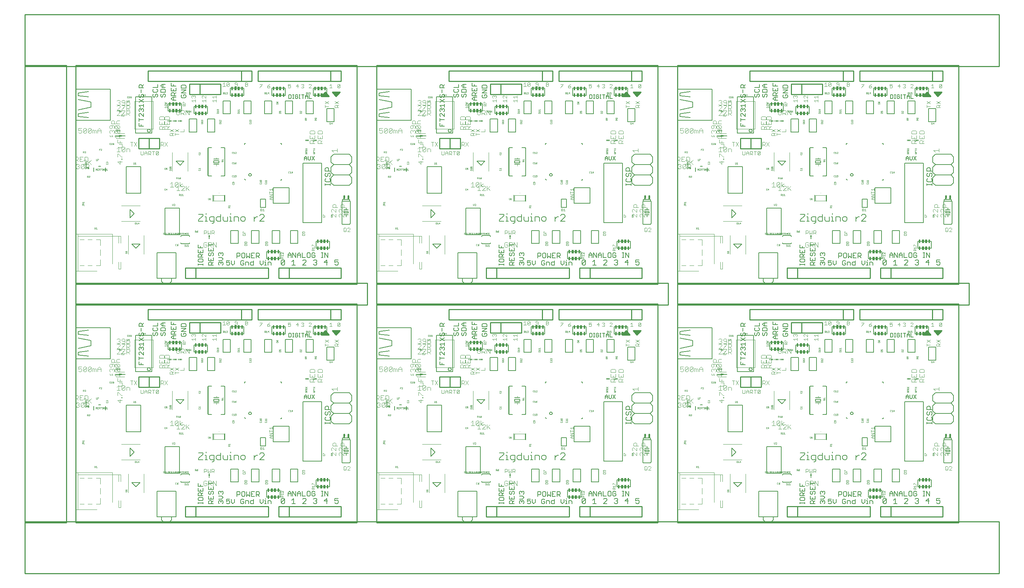
<source format=gto>
G75*
G70*
%OFA0B0*%
%FSLAX25Y25*%
%IPPOS*%
%LPD*%
%AMOC8*
5,1,8,0,0,1.08239X$1,22.5*
%
%ADD109C,0.00800*%
%ADD11R,0.02000X0.03500*%
%ADD113C,0.00390*%
%ADD114C,0.01100*%
%ADD133C,0.00500*%
%ADD136R,0.00590X0.01180*%
%ADD137C,0.00040*%
%ADD160R,0.01600X0.02300*%
%ADD168C,0.00600*%
%ADD177C,0.00280*%
%ADD178C,0.01000*%
%ADD179R,0.01180X0.01180*%
%ADD194C,0.00200*%
%ADD207C,0.00100*%
%ADD35C,0.01200*%
%ADD43C,0.00300*%
%ADD50R,0.02760X0.01180*%
%ADD69C,0.01600*%
%ADD75R,0.01500X0.03500*%
%ADD85R,0.01180X0.00590*%
%ADD96C,0.00400*%
X0010000Y0010000D02*
G75*
%LPD*%
D178*
X0010500Y0010500D02*
X0010500Y0060500D01*
X0010500Y0060500D02*
X0949500Y0060500D01*
X0949500Y0010500D01*
X0949500Y0010500D02*
X0010500Y0010500D01*
X0010000Y0060000D02*
G75*
%LPD*%
D178*
X0010500Y0059500D02*
X0010500Y0500500D01*
X0010500Y0500500D02*
X0050500Y0500500D01*
X0050500Y0059500D01*
X0010500Y0059500D01*
X0060000Y0060000D02*
G75*
%LPD*%
D35*
X0296500Y0240500D02*
X0300000Y0244500D01*
X0303500Y0240500D01*
X0296500Y0240500D01*
X0298000Y0242000D02*
X0300000Y0244000D01*
X0301500Y0241500D01*
X0298500Y0241500D01*
X0300500Y0243000D01*
X0307000Y0244500D02*
X0310500Y0240500D01*
X0314000Y0244500D01*
X0307000Y0244500D01*
X0308500Y0243500D02*
X0312500Y0243500D01*
X0310500Y0241500D01*
X0309000Y0244500D01*
X0311000Y0244500D01*
X0310500Y0243500D02*
X0310500Y0243000D01*
D133*
X0301500Y0241650D02*
X0288500Y0241650D01*
X0288500Y0248340D01*
X0301500Y0248340D01*
X0301500Y0241650D01*
X0288540Y0236300D02*
X0288540Y0223700D01*
X0281460Y0223700D01*
X0281460Y0236300D01*
X0288540Y0236300D01*
X0286870Y0238600D02*
X0284540Y0238600D01*
X0284540Y0242110D01*
X0283190Y0240940D02*
X0283190Y0238600D01*
X0283190Y0240360D02*
X0280850Y0240360D01*
X0280850Y0240940D02*
X0282020Y0242110D01*
X0283190Y0240940D01*
X0280850Y0240940D02*
X0280850Y0238600D01*
X0278340Y0238600D02*
X0278340Y0242110D01*
X0277170Y0242110D02*
X0279510Y0242110D01*
X0275880Y0242110D02*
X0274720Y0242110D01*
X0275300Y0242110D02*
X0275300Y0238600D01*
X0274720Y0238600D02*
X0275880Y0238600D01*
X0273370Y0239190D02*
X0273370Y0240360D01*
X0272200Y0240360D01*
X0273370Y0241520D02*
X0272780Y0242110D01*
X0271620Y0242110D01*
X0271030Y0241520D01*
X0271030Y0239190D01*
X0271620Y0238600D01*
X0272780Y0238600D01*
X0273370Y0239190D01*
X0269740Y0238600D02*
X0268580Y0238600D01*
X0269160Y0238600D02*
X0269160Y0242110D01*
X0268580Y0242110D02*
X0269740Y0242110D01*
X0267230Y0241520D02*
X0267230Y0239190D01*
X0266640Y0238600D01*
X0264890Y0238600D01*
X0264890Y0242110D01*
X0266640Y0242110D01*
X0267230Y0241520D01*
X0268540Y0236300D02*
X0261460Y0236300D01*
X0261460Y0223700D01*
X0268540Y0223700D01*
X0268540Y0236300D01*
X0261500Y0241650D02*
X0248500Y0241650D01*
X0248500Y0248340D01*
X0261500Y0248340D01*
X0261500Y0241650D01*
X0248540Y0236300D02*
X0241460Y0236300D01*
X0241460Y0223700D01*
X0248540Y0223700D01*
X0248540Y0236300D01*
X0228540Y0236300D02*
X0228540Y0223700D01*
X0221460Y0223700D01*
X0221460Y0236300D01*
X0228540Y0236300D01*
X0221500Y0241650D02*
X0208500Y0241650D01*
X0208500Y0248340D01*
X0221500Y0248340D01*
X0221500Y0241650D01*
X0208540Y0236300D02*
X0208540Y0223700D01*
X0201460Y0223700D01*
X0201460Y0236300D01*
X0208540Y0236300D01*
X0186500Y0230840D02*
X0186500Y0224150D01*
X0173500Y0224150D01*
X0173500Y0230840D01*
X0186500Y0230840D01*
X0186460Y0218800D02*
X0193540Y0218800D01*
X0193540Y0206200D01*
X0186460Y0206200D01*
X0186460Y0218800D01*
X0176040Y0218800D02*
X0168960Y0218800D01*
X0168960Y0206200D01*
X0176040Y0206200D01*
X0176040Y0218800D01*
X0161500Y0226650D02*
X0148500Y0226650D01*
X0148500Y0233340D01*
X0161500Y0233340D01*
X0161500Y0226650D01*
X0156130Y0236690D02*
X0153130Y0236690D01*
X0151630Y0238200D01*
X0153130Y0239700D01*
X0156130Y0239700D01*
X0156130Y0241300D02*
X0151630Y0241300D01*
X0151630Y0243550D01*
X0152380Y0244300D01*
X0153880Y0244300D01*
X0154630Y0243550D01*
X0154630Y0241300D01*
X0154630Y0242800D02*
X0156130Y0244300D01*
X0156130Y0245900D02*
X0156130Y0248900D01*
X0156130Y0250510D02*
X0151630Y0250510D01*
X0151630Y0253510D01*
X0153880Y0252010D02*
X0153880Y0250510D01*
X0151630Y0248900D02*
X0151630Y0245900D01*
X0156130Y0245900D01*
X0153880Y0245900D02*
X0153880Y0247400D01*
X0161170Y0246900D02*
X0165680Y0246900D01*
X0161170Y0243900D01*
X0165680Y0243900D01*
X0164920Y0242300D02*
X0163420Y0242300D01*
X0163420Y0240800D01*
X0161920Y0242300D02*
X0161170Y0241550D01*
X0161170Y0240040D01*
X0161920Y0239290D01*
X0164920Y0239290D01*
X0165680Y0240040D01*
X0165680Y0241550D01*
X0164920Y0242300D01*
X0165680Y0248500D02*
X0161170Y0248500D01*
X0161170Y0250750D01*
X0161920Y0251500D01*
X0164920Y0251500D01*
X0165680Y0250750D01*
X0165680Y0248500D01*
X0153880Y0239700D02*
X0153880Y0236690D01*
X0145870Y0240740D02*
X0145120Y0239990D01*
X0145870Y0240740D02*
X0145870Y0242240D01*
X0145120Y0242990D01*
X0144370Y0242990D01*
X0143620Y0242240D01*
X0143620Y0240740D01*
X0142860Y0239990D01*
X0142110Y0239990D01*
X0141360Y0240740D01*
X0141360Y0242240D01*
X0142110Y0242990D01*
X0141360Y0244590D02*
X0141360Y0246840D01*
X0142110Y0247590D01*
X0145120Y0247590D01*
X0145870Y0246840D01*
X0145870Y0244590D01*
X0141360Y0244590D01*
X0138370Y0245340D02*
X0138370Y0246840D01*
X0137620Y0247590D01*
X0138370Y0249190D02*
X0133860Y0249190D01*
X0134610Y0247590D02*
X0133860Y0246840D01*
X0133860Y0245340D01*
X0134610Y0244590D01*
X0137620Y0244590D01*
X0138370Y0245340D01*
X0137620Y0242990D02*
X0138370Y0242240D01*
X0138370Y0240740D01*
X0137620Y0239990D01*
X0136120Y0240740D02*
X0135360Y0239990D01*
X0134610Y0239990D01*
X0133860Y0240740D01*
X0133860Y0242240D01*
X0134610Y0242990D01*
X0136120Y0242240D02*
X0136870Y0242990D01*
X0137620Y0242990D01*
X0136120Y0242240D02*
X0136120Y0240740D01*
X0138370Y0249190D02*
X0138370Y0252200D01*
X0141360Y0250700D02*
X0142860Y0252200D01*
X0145870Y0252200D01*
X0143620Y0252200D02*
X0143620Y0249190D01*
X0142860Y0249190D02*
X0141360Y0250700D01*
X0142860Y0249190D02*
X0145870Y0249190D01*
X0124850Y0248730D02*
X0120350Y0248730D01*
X0120350Y0250980D01*
X0121100Y0251730D01*
X0122600Y0251730D01*
X0123350Y0250980D01*
X0123350Y0248730D01*
X0123350Y0250230D02*
X0124850Y0251730D01*
X0122600Y0247130D02*
X0122600Y0244130D01*
X0123350Y0242520D02*
X0124100Y0242520D01*
X0124850Y0241770D01*
X0124850Y0240270D01*
X0124100Y0239520D01*
X0122600Y0240270D02*
X0122600Y0241770D01*
X0123350Y0242520D01*
X0121100Y0242520D02*
X0120350Y0241770D01*
X0120350Y0240270D01*
X0121100Y0239520D01*
X0121850Y0239520D01*
X0122600Y0240270D01*
X0124850Y0237920D02*
X0120350Y0234920D01*
X0120350Y0237920D02*
X0124850Y0234920D01*
X0124850Y0233320D02*
X0124850Y0230310D01*
X0124850Y0231810D02*
X0120350Y0231810D01*
X0121850Y0230310D01*
X0121850Y0228710D02*
X0122600Y0227960D01*
X0123350Y0228710D01*
X0124100Y0228710D01*
X0124850Y0227960D01*
X0124850Y0226460D01*
X0124100Y0225710D01*
X0124850Y0224110D02*
X0124850Y0221110D01*
X0121850Y0224110D01*
X0121100Y0224110D01*
X0120350Y0223360D01*
X0120350Y0221860D01*
X0121100Y0221110D01*
X0120350Y0219500D02*
X0120350Y0216500D01*
X0120350Y0218000D02*
X0124850Y0218000D01*
X0122600Y0213400D02*
X0122600Y0211900D01*
X0124850Y0211900D02*
X0120350Y0211900D01*
X0120350Y0214900D01*
X0121100Y0225710D02*
X0120350Y0226460D01*
X0120350Y0227960D01*
X0121100Y0228710D01*
X0121850Y0228710D01*
X0122600Y0227960D02*
X0122600Y0227210D01*
X0092990Y0217340D02*
X0060000Y0217340D01*
X0056570Y0217340D02*
X0060000Y0247650D02*
X0092990Y0247650D01*
X0092990Y0217340D01*
X0097380Y0202500D02*
X0107220Y0202500D01*
X0071830Y0220000D02*
X0061830Y0221250D01*
X0061830Y0223750D01*
X0071830Y0225000D01*
X0074330Y0230000D02*
X0061830Y0227500D01*
X0061830Y0237500D02*
X0074330Y0235000D01*
X0074330Y0230000D01*
X0071830Y0240000D02*
X0061830Y0241250D01*
X0061830Y0243750D01*
X0071830Y0245000D01*
X0191910Y0145650D02*
X0191910Y0139350D01*
X0203090Y0139350D02*
X0203090Y0145650D01*
X0222280Y0160760D02*
X0223270Y0159780D01*
X0226250Y0165000D02*
X0226270Y0165220D01*
X0226330Y0165430D01*
X0226420Y0165620D01*
X0226540Y0165800D01*
X0226700Y0165960D01*
X0226870Y0166080D01*
X0227070Y0166170D01*
X0227280Y0166230D01*
X0227500Y0166250D01*
X0227720Y0166230D01*
X0227930Y0166170D01*
X0228120Y0166080D01*
X0228300Y0165960D01*
X0228460Y0165800D01*
X0228580Y0165620D01*
X0228670Y0165430D01*
X0228730Y0165220D01*
X0228750Y0165000D01*
X0228730Y0164780D01*
X0228670Y0164570D01*
X0228580Y0164380D01*
X0228460Y0164200D01*
X0228300Y0164040D01*
X0228130Y0163920D01*
X0227930Y0163830D01*
X0227720Y0163770D01*
X0227500Y0163750D01*
X0227280Y0163770D01*
X0227070Y0163830D01*
X0226870Y0163920D01*
X0226700Y0164040D01*
X0226540Y0164200D01*
X0226420Y0164370D01*
X0226330Y0164570D01*
X0226270Y0164780D01*
X0226250Y0165000D01*
X0249860Y0152630D02*
X0265140Y0152630D01*
X0265140Y0137360D01*
X0249860Y0137360D01*
X0249860Y0152630D01*
X0256730Y0159780D02*
X0257720Y0159780D01*
X0257720Y0160760D01*
X0242460Y0141430D02*
X0237540Y0141430D01*
X0237540Y0133560D01*
X0242460Y0133560D01*
X0242460Y0141430D01*
X0236040Y0111300D02*
X0228960Y0111300D01*
X0228960Y0098700D01*
X0236040Y0098700D01*
X0236040Y0111300D01*
X0248960Y0111300D02*
X0248960Y0098700D01*
X0256040Y0098700D01*
X0256040Y0111300D01*
X0248960Y0111300D01*
X0266460Y0111300D02*
X0266460Y0098700D01*
X0273540Y0098700D01*
X0273540Y0111300D01*
X0266460Y0111300D01*
X0291000Y0100840D02*
X0291000Y0094150D01*
X0304000Y0094150D01*
X0304000Y0100840D01*
X0291000Y0100840D01*
X0289330Y0089680D02*
X0287830Y0089680D01*
X0287080Y0088930D01*
X0287080Y0085920D01*
X0287830Y0085170D01*
X0289330Y0085170D01*
X0290080Y0085920D01*
X0290080Y0087430D01*
X0288580Y0087430D01*
X0290080Y0088930D02*
X0289330Y0089680D01*
X0285470Y0088930D02*
X0285470Y0085920D01*
X0284720Y0085170D01*
X0283220Y0085170D01*
X0282470Y0085920D01*
X0282470Y0088930D01*
X0283220Y0089680D01*
X0284720Y0089680D01*
X0285470Y0088930D01*
X0280870Y0085170D02*
X0277870Y0085170D01*
X0277870Y0089680D01*
X0276270Y0088180D02*
X0276270Y0085170D01*
X0276270Y0087430D02*
X0273260Y0087430D01*
X0273260Y0088180D02*
X0274760Y0089680D01*
X0276270Y0088180D01*
X0273260Y0088180D02*
X0273260Y0085170D01*
X0271660Y0085170D02*
X0271660Y0089680D01*
X0268660Y0089680D02*
X0271660Y0085170D01*
X0268660Y0085170D02*
X0268660Y0089680D01*
X0267060Y0088180D02*
X0267060Y0085170D01*
X0267060Y0087430D02*
X0264060Y0087430D01*
X0264060Y0088180D02*
X0265560Y0089680D01*
X0267060Y0088180D01*
X0264060Y0088180D02*
X0264060Y0085170D01*
X0256500Y0084150D02*
X0243500Y0084150D01*
X0243500Y0090840D01*
X0256500Y0090840D01*
X0256500Y0084150D01*
X0247690Y0079950D02*
X0247690Y0077690D01*
X0247690Y0079950D02*
X0246940Y0080700D01*
X0244680Y0080700D01*
X0244680Y0077690D01*
X0243120Y0077690D02*
X0241610Y0077690D01*
X0242370Y0077690D02*
X0242370Y0080700D01*
X0241610Y0080700D01*
X0242370Y0082200D02*
X0242370Y0082950D01*
X0240010Y0082200D02*
X0240010Y0079200D01*
X0238510Y0077690D01*
X0237010Y0079200D01*
X0237010Y0082200D01*
X0236370Y0084950D02*
X0234870Y0086450D01*
X0235620Y0086450D02*
X0233370Y0086450D01*
X0233370Y0084950D02*
X0233370Y0089450D01*
X0235620Y0089450D01*
X0236370Y0088700D01*
X0236370Y0087200D01*
X0235620Y0086450D01*
X0231760Y0084950D02*
X0228760Y0084950D01*
X0228760Y0089450D01*
X0231760Y0089450D01*
X0230260Y0087200D02*
X0228760Y0087200D01*
X0227160Y0084950D02*
X0227160Y0089450D01*
X0224160Y0089450D02*
X0224160Y0084950D01*
X0225660Y0086450D01*
X0227160Y0084950D01*
X0222560Y0085700D02*
X0222560Y0088700D01*
X0221810Y0089450D01*
X0220300Y0089450D01*
X0219550Y0088700D01*
X0219550Y0085700D01*
X0220300Y0084950D01*
X0221810Y0084950D01*
X0222560Y0085700D01*
X0220850Y0082200D02*
X0219350Y0082200D01*
X0218590Y0081450D01*
X0218590Y0078440D01*
X0219350Y0077690D01*
X0220850Y0077690D01*
X0221600Y0078440D01*
X0221600Y0079950D01*
X0220100Y0079950D01*
X0221600Y0081450D02*
X0220850Y0082200D01*
X0223200Y0080700D02*
X0225450Y0080700D01*
X0226200Y0079950D01*
X0226200Y0077690D01*
X0227800Y0078440D02*
X0227800Y0079950D01*
X0228550Y0080700D01*
X0230810Y0080700D01*
X0230810Y0082200D02*
X0230810Y0077690D01*
X0228550Y0077690D01*
X0227800Y0078440D01*
X0223200Y0077690D02*
X0223200Y0080700D01*
X0217200Y0086450D02*
X0214950Y0086450D01*
X0214950Y0084950D02*
X0214950Y0089450D01*
X0217200Y0089450D01*
X0217950Y0088700D01*
X0217950Y0087200D01*
X0217200Y0086450D01*
X0212390Y0082200D02*
X0212390Y0079200D01*
X0210890Y0077690D01*
X0209390Y0079200D01*
X0209390Y0082200D01*
X0207790Y0082200D02*
X0204780Y0082200D01*
X0204780Y0079950D01*
X0206280Y0080700D01*
X0207030Y0080700D01*
X0207790Y0079950D01*
X0207790Y0078440D01*
X0207030Y0077690D01*
X0205530Y0077690D01*
X0204780Y0078440D01*
X0201630Y0078440D02*
X0200880Y0077690D01*
X0201630Y0078440D02*
X0201630Y0079950D01*
X0200880Y0080700D01*
X0200130Y0080700D01*
X0199380Y0079950D01*
X0199380Y0079200D01*
X0199380Y0079950D02*
X0198630Y0080700D01*
X0197880Y0080700D01*
X0197130Y0079950D01*
X0197130Y0078440D01*
X0197880Y0077690D01*
X0197130Y0082300D02*
X0200130Y0082300D01*
X0201630Y0083800D01*
X0200130Y0085300D01*
X0197130Y0085300D01*
X0197880Y0086900D02*
X0197130Y0087650D01*
X0197130Y0089150D01*
X0197880Y0089900D01*
X0198630Y0089900D01*
X0199380Y0089150D01*
X0200130Y0089900D01*
X0200880Y0089900D01*
X0201630Y0089150D01*
X0201630Y0087650D01*
X0200880Y0086900D01*
X0199380Y0088400D02*
X0199380Y0089150D01*
X0192130Y0089150D02*
X0192130Y0087650D01*
X0191380Y0086900D01*
X0189880Y0087650D02*
X0189880Y0089150D01*
X0190630Y0089900D01*
X0191380Y0089900D01*
X0192130Y0089150D01*
X0192130Y0091510D02*
X0187630Y0091510D01*
X0187630Y0094510D01*
X0187630Y0096110D02*
X0187630Y0099110D01*
X0187630Y0097610D02*
X0192130Y0097610D01*
X0192130Y0094510D02*
X0192130Y0091510D01*
X0189880Y0091510D02*
X0189880Y0093010D01*
X0188380Y0089900D02*
X0187630Y0089150D01*
X0187630Y0087650D01*
X0188380Y0086900D01*
X0189130Y0086900D01*
X0189880Y0087650D01*
X0187630Y0085300D02*
X0187630Y0082300D01*
X0192130Y0082300D01*
X0192130Y0085300D01*
X0189880Y0083800D02*
X0189880Y0082300D01*
X0189880Y0080700D02*
X0190630Y0079950D01*
X0190630Y0077690D01*
X0192130Y0077690D02*
X0187630Y0077690D01*
X0187630Y0079950D01*
X0188380Y0080700D01*
X0189880Y0080700D01*
X0190630Y0079200D02*
X0192130Y0080700D01*
X0182130Y0081510D02*
X0182130Y0083020D01*
X0181380Y0083770D01*
X0178380Y0083770D01*
X0177630Y0083020D01*
X0177630Y0081510D01*
X0178380Y0080760D01*
X0181380Y0080760D01*
X0182130Y0081510D01*
X0182130Y0079200D02*
X0182130Y0077690D01*
X0182130Y0078440D02*
X0177630Y0078440D01*
X0177630Y0077690D02*
X0177630Y0079200D01*
X0177630Y0085370D02*
X0177630Y0087620D01*
X0178380Y0088370D01*
X0179880Y0088370D01*
X0180630Y0087620D01*
X0180630Y0085370D01*
X0180630Y0086870D02*
X0182130Y0088370D01*
X0182130Y0089970D02*
X0182130Y0092970D01*
X0182130Y0094570D02*
X0177630Y0094570D01*
X0177630Y0097580D01*
X0179880Y0096080D02*
X0179880Y0094570D01*
X0177630Y0092970D02*
X0177630Y0089970D01*
X0182130Y0089970D01*
X0179880Y0089970D02*
X0179880Y0091470D01*
X0182130Y0085370D02*
X0177630Y0085370D01*
X0156060Y0089700D02*
X0137940Y0089700D01*
X0137940Y0065290D01*
X0142280Y0065290D01*
X0142280Y0062140D01*
X0144240Y0060170D01*
X0149760Y0060170D01*
X0151720Y0062140D01*
X0151720Y0065290D01*
X0142280Y0065290D01*
X0151720Y0065290D02*
X0156060Y0065290D01*
X0156060Y0089700D01*
X0208960Y0098700D02*
X0208960Y0111300D01*
X0216040Y0111300D01*
X0216040Y0098700D01*
X0208960Y0098700D01*
X0296280Y0089680D02*
X0297780Y0089680D01*
X0297030Y0089680D02*
X0297030Y0085170D01*
X0296280Y0085170D02*
X0297780Y0085170D01*
X0299350Y0085170D02*
X0299350Y0089680D01*
X0302350Y0085170D01*
X0302350Y0089680D01*
X0257720Y0194230D02*
X0257720Y0195210D01*
X0256730Y0195210D01*
X0223270Y0195210D02*
X0222280Y0195210D01*
X0222280Y0194230D01*
X0301460Y0216200D02*
X0301460Y0228800D01*
X0308540Y0228800D01*
X0308540Y0216200D01*
X0301460Y0216200D01*
D96*
X0110000Y0088600D02*
X0110000Y0106400D01*
X0125000Y0106400D02*
X0125000Y0088600D01*
X0121400Y0120000D02*
X0103600Y0120000D01*
X0103600Y0135000D02*
X0121400Y0135000D01*
X0150660Y0153200D02*
X0153720Y0153200D01*
X0152190Y0153200D02*
X0152190Y0157800D01*
X0150660Y0156270D01*
X0155260Y0157030D02*
X0155260Y0153960D01*
X0158330Y0157030D01*
X0158330Y0153960D01*
X0157560Y0153200D01*
X0156030Y0153200D01*
X0155260Y0153960D01*
X0156700Y0152770D02*
X0158230Y0154300D01*
X0158230Y0149700D01*
X0156700Y0149700D02*
X0159770Y0149700D01*
X0161300Y0149700D02*
X0164370Y0152770D01*
X0164370Y0153530D01*
X0163610Y0154300D01*
X0162070Y0154300D01*
X0161300Y0153530D01*
X0162170Y0153200D02*
X0159860Y0154730D01*
X0162170Y0156270D01*
X0159860Y0157800D02*
X0159860Y0153200D01*
X0161300Y0149700D02*
X0164370Y0149700D01*
X0165910Y0149700D02*
X0165910Y0154300D01*
X0166680Y0152000D02*
X0168980Y0149700D01*
X0165910Y0151230D02*
X0168980Y0154300D01*
X0158330Y0157030D02*
X0157560Y0157800D01*
X0156030Y0157800D01*
X0155260Y0157030D01*
X0152500Y0168600D02*
X0152500Y0186400D01*
X0139220Y0187000D02*
X0139220Y0184600D01*
X0138620Y0184000D01*
X0137420Y0184000D01*
X0136820Y0184600D01*
X0139220Y0187000D01*
X0138620Y0187600D01*
X0137420Y0187600D01*
X0136820Y0187000D01*
X0136820Y0184600D01*
X0134330Y0184000D02*
X0134330Y0187600D01*
X0133130Y0187600D02*
X0135540Y0187600D01*
X0131850Y0187000D02*
X0131850Y0185800D01*
X0131250Y0185200D01*
X0129450Y0185200D01*
X0130650Y0185200D02*
X0131850Y0184000D01*
X0129450Y0184000D02*
X0129450Y0187600D01*
X0131250Y0187600D01*
X0131850Y0187000D01*
X0128170Y0186400D02*
X0128170Y0184000D01*
X0128170Y0185800D02*
X0125770Y0185800D01*
X0125770Y0186400D02*
X0125770Y0184000D01*
X0124490Y0184600D02*
X0124490Y0187600D01*
X0125770Y0186400D02*
X0126970Y0187600D01*
X0128170Y0186400D01*
X0124490Y0184600D02*
X0123890Y0184000D01*
X0122680Y0184000D01*
X0122080Y0184600D01*
X0122080Y0187600D01*
X0111480Y0187200D02*
X0111480Y0189500D01*
X0110710Y0190270D01*
X0108410Y0190270D01*
X0108410Y0187200D01*
X0106870Y0187960D02*
X0106110Y0187200D01*
X0104570Y0187200D01*
X0103800Y0187960D01*
X0106870Y0191030D01*
X0106870Y0187960D01*
X0103800Y0187960D02*
X0103800Y0191030D01*
X0104570Y0191800D01*
X0106110Y0191800D01*
X0106870Y0191030D01*
X0104300Y0192080D02*
X0104300Y0194380D01*
X0101230Y0194380D01*
X0102000Y0195910D02*
X0102000Y0197450D01*
X0104300Y0195910D02*
X0099700Y0195910D01*
X0099700Y0198980D01*
X0098730Y0200280D02*
X0097200Y0201810D01*
X0101800Y0201810D01*
X0101800Y0200280D02*
X0101800Y0203350D01*
X0101030Y0204880D02*
X0097960Y0204880D01*
X0097200Y0205650D01*
X0097200Y0207190D01*
X0097960Y0207950D01*
X0101030Y0204880D01*
X0101800Y0205650D01*
X0101800Y0207190D01*
X0101030Y0207950D01*
X0097960Y0207950D01*
X0096800Y0207190D02*
X0096800Y0205650D01*
X0096030Y0204880D01*
X0094500Y0206420D02*
X0094500Y0207190D01*
X0095270Y0207950D01*
X0096030Y0207950D01*
X0096800Y0207190D01*
X0094500Y0207190D02*
X0093730Y0207950D01*
X0092960Y0207950D01*
X0092200Y0207190D01*
X0092200Y0205650D01*
X0092960Y0204880D01*
X0092960Y0209490D02*
X0093730Y0209490D01*
X0094500Y0210260D01*
X0094500Y0212560D01*
X0096030Y0212560D02*
X0092960Y0212560D01*
X0092200Y0211790D01*
X0092200Y0210260D01*
X0092960Y0209490D01*
X0096030Y0209490D02*
X0096800Y0210260D01*
X0096800Y0211790D01*
X0096030Y0212560D01*
X0097200Y0211790D02*
X0097960Y0212560D01*
X0101030Y0209490D01*
X0101800Y0210260D01*
X0101800Y0211790D01*
X0101030Y0212560D01*
X0097960Y0212560D01*
X0097200Y0211790D02*
X0097200Y0210260D01*
X0097960Y0209490D01*
X0101030Y0209490D01*
X0101800Y0214090D02*
X0098730Y0214090D01*
X0098730Y0216390D01*
X0099500Y0217160D01*
X0101800Y0217160D01*
X0098330Y0214090D02*
X0093730Y0214090D01*
X0093730Y0216390D01*
X0094500Y0217160D01*
X0096030Y0217160D01*
X0096800Y0216390D01*
X0096800Y0214090D01*
X0099200Y0222200D02*
X0102270Y0225270D01*
X0102270Y0226030D01*
X0101500Y0226800D01*
X0099970Y0226800D01*
X0099200Y0226030D01*
X0099200Y0227200D02*
X0102270Y0230270D01*
X0102270Y0231030D01*
X0101500Y0231800D01*
X0099970Y0231800D01*
X0099200Y0231030D01*
X0099970Y0232200D02*
X0099200Y0232960D01*
X0099970Y0232200D02*
X0101500Y0232200D01*
X0102270Y0232960D01*
X0102270Y0233730D01*
X0101500Y0234500D01*
X0100730Y0234500D01*
X0101500Y0234500D02*
X0102270Y0235270D01*
X0102270Y0236030D01*
X0101500Y0236800D01*
X0099970Y0236800D01*
X0099200Y0236030D01*
X0103800Y0236030D02*
X0103800Y0235270D01*
X0104570Y0234500D01*
X0106870Y0234500D01*
X0106870Y0236030D02*
X0106110Y0236800D01*
X0104570Y0236800D01*
X0103800Y0236030D01*
X0106870Y0236030D02*
X0106870Y0232960D01*
X0106110Y0232200D01*
X0104570Y0232200D01*
X0103800Y0232960D01*
X0103800Y0231800D02*
X0106870Y0231800D01*
X0106870Y0231030D01*
X0103800Y0227960D01*
X0103800Y0227200D01*
X0103800Y0226800D02*
X0106870Y0226800D01*
X0106870Y0226030D01*
X0103800Y0222960D01*
X0103800Y0222200D01*
X0102270Y0222200D02*
X0099200Y0222200D01*
X0099200Y0227200D02*
X0102270Y0227200D01*
X0108410Y0227200D02*
X0108410Y0231800D01*
X0110710Y0231800D01*
X0111480Y0231030D01*
X0111480Y0229500D01*
X0110710Y0228730D01*
X0108410Y0228730D01*
X0109940Y0228730D02*
X0111480Y0227200D01*
X0110710Y0226800D02*
X0111480Y0226030D01*
X0111480Y0224500D01*
X0110710Y0223730D01*
X0108410Y0223730D01*
X0109940Y0223730D02*
X0111480Y0222200D01*
X0108410Y0222200D02*
X0108410Y0226800D01*
X0110710Y0226800D01*
X0108410Y0230660D02*
X0108410Y0235270D01*
X0110710Y0235270D01*
X0111480Y0234500D01*
X0111480Y0232960D01*
X0110710Y0232200D01*
X0108410Y0232200D01*
X0083670Y0208270D02*
X0082130Y0209800D01*
X0080600Y0208270D01*
X0080600Y0205200D01*
X0079060Y0205200D02*
X0079060Y0207500D01*
X0078290Y0208270D01*
X0077530Y0207500D01*
X0077530Y0205200D01*
X0075990Y0205200D02*
X0075990Y0208270D01*
X0076760Y0208270D01*
X0077530Y0207500D01*
X0080600Y0207500D02*
X0083670Y0207500D01*
X0083670Y0208270D02*
X0083670Y0205200D01*
X0074460Y0205960D02*
X0073690Y0205200D01*
X0072160Y0205200D01*
X0071390Y0205960D01*
X0074460Y0209030D01*
X0074460Y0205960D01*
X0071390Y0205960D02*
X0071390Y0209030D01*
X0072160Y0209800D01*
X0073690Y0209800D01*
X0074460Y0209030D01*
X0069850Y0209030D02*
X0069850Y0205960D01*
X0069090Y0205200D01*
X0067550Y0205200D01*
X0066780Y0205960D01*
X0069850Y0209030D01*
X0069090Y0209800D01*
X0067550Y0209800D01*
X0066780Y0209030D01*
X0066780Y0205960D01*
X0065250Y0205960D02*
X0065250Y0207500D01*
X0064480Y0208270D01*
X0063710Y0208270D01*
X0062180Y0207500D01*
X0062180Y0209800D01*
X0065250Y0209800D01*
X0065250Y0205960D02*
X0064480Y0205200D01*
X0062950Y0205200D01*
X0062180Y0205960D01*
X0061190Y0182300D02*
X0060000Y0182300D01*
X0058890Y0182300D02*
X0060000Y0179230D02*
X0061190Y0179230D01*
X0061960Y0180000D01*
X0061960Y0181530D01*
X0061190Y0182300D01*
X0063490Y0182300D02*
X0063490Y0177700D01*
X0066560Y0177700D01*
X0066700Y0178530D02*
X0067470Y0179300D01*
X0069000Y0179300D01*
X0069770Y0178530D01*
X0069770Y0177770D01*
X0066700Y0174700D01*
X0069770Y0174700D01*
X0069100Y0175300D02*
X0069100Y0170700D01*
X0069100Y0172230D02*
X0071400Y0172230D01*
X0072170Y0173000D01*
X0072170Y0174530D01*
X0071400Y0175300D01*
X0069100Y0175300D01*
X0067560Y0174530D02*
X0064490Y0171460D01*
X0065260Y0170700D01*
X0066790Y0170700D01*
X0067560Y0171460D01*
X0067560Y0174530D01*
X0066790Y0175300D01*
X0065260Y0175300D01*
X0064490Y0174530D01*
X0064490Y0171460D01*
X0062960Y0171460D02*
X0062190Y0170700D01*
X0060660Y0170700D01*
X0060000Y0171351D01*
X0059890Y0171460D02*
X0060000Y0174640D02*
X0060660Y0175300D01*
X0062190Y0175300D01*
X0062960Y0174530D01*
X0062960Y0173770D01*
X0062190Y0173000D01*
X0062960Y0172230D01*
X0062960Y0171460D01*
X0062190Y0173000D02*
X0061420Y0173000D01*
X0061960Y0177700D02*
X0060420Y0179230D01*
X0063490Y0180000D02*
X0065030Y0180000D01*
X0066560Y0182300D02*
X0063490Y0182300D01*
X0068100Y0182300D02*
X0070400Y0182300D01*
X0071170Y0181530D01*
X0071170Y0178460D01*
X0070400Y0177700D01*
X0068100Y0177700D01*
X0068100Y0182300D01*
X0071300Y0179300D02*
X0071300Y0174700D01*
X0071300Y0176230D02*
X0074370Y0179300D01*
X0072070Y0177000D02*
X0074370Y0174700D01*
X0070630Y0172230D02*
X0072170Y0170700D01*
X0099700Y0177500D02*
X0102000Y0175200D01*
X0102000Y0178270D01*
X0103530Y0179800D02*
X0103530Y0180570D01*
X0104300Y0180570D01*
X0104300Y0179800D01*
X0103530Y0179800D01*
X0103530Y0182100D02*
X0104300Y0182100D01*
X0103530Y0182100D02*
X0100460Y0185170D01*
X0099700Y0185170D01*
X0099700Y0182100D01*
X0099700Y0177500D02*
X0104300Y0177500D01*
X0102270Y0187200D02*
X0099200Y0187200D01*
X0100730Y0187200D02*
X0100730Y0191800D01*
X0099200Y0190270D01*
X0101230Y0191310D02*
X0103530Y0191310D01*
X0104300Y0192080D01*
X0140200Y0208880D02*
X0140200Y0211190D01*
X0140960Y0211950D01*
X0142500Y0211950D01*
X0143270Y0211190D01*
X0143270Y0208880D01*
X0144800Y0208880D02*
X0140200Y0208880D01*
X0143270Y0210420D02*
X0144800Y0211950D01*
X0145200Y0211190D02*
X0145960Y0211950D01*
X0147500Y0211950D01*
X0148270Y0211190D01*
X0148270Y0208880D01*
X0149800Y0208880D02*
X0145200Y0208880D01*
X0145200Y0211190D01*
X0145200Y0213490D02*
X0149800Y0213490D01*
X0149800Y0216560D01*
X0149800Y0218090D02*
X0149800Y0220390D01*
X0149030Y0221160D01*
X0145960Y0221160D01*
X0145200Y0220390D01*
X0145200Y0218090D01*
X0149800Y0218090D01*
X0147500Y0215020D02*
X0147500Y0213490D01*
X0145200Y0213490D02*
X0145200Y0216560D01*
X0144800Y0216560D02*
X0144800Y0213490D01*
X0140200Y0213490D01*
X0140200Y0216560D01*
X0140200Y0218090D02*
X0140200Y0220390D01*
X0140960Y0221160D01*
X0144030Y0221160D01*
X0144800Y0220390D01*
X0144800Y0218090D01*
X0140200Y0218090D01*
X0142500Y0215020D02*
X0142500Y0213490D01*
X0148270Y0210420D02*
X0149800Y0211950D01*
X0150200Y0208910D02*
X0153800Y0206510D01*
X0153800Y0205230D02*
X0152600Y0204030D01*
X0152600Y0204630D02*
X0152600Y0202830D01*
X0153800Y0202830D02*
X0150200Y0202830D01*
X0150200Y0204630D01*
X0150800Y0205230D01*
X0152000Y0205230D01*
X0152600Y0204630D01*
X0155200Y0204030D02*
X0158800Y0204030D01*
X0158800Y0206510D02*
X0155200Y0208910D01*
X0153800Y0208910D02*
X0150200Y0206510D01*
X0155200Y0206510D02*
X0158800Y0208910D01*
X0160200Y0206510D02*
X0163800Y0206510D01*
X0163800Y0208910D01*
X0155200Y0205230D02*
X0155200Y0202830D01*
X0167500Y0186400D02*
X0167500Y0168600D01*
X0168670Y0222700D02*
X0168670Y0227300D01*
X0165600Y0227300D02*
X0168670Y0222700D01*
X0165600Y0222700D02*
X0165600Y0227300D01*
X0164060Y0226530D02*
X0164060Y0225000D01*
X0163290Y0224230D01*
X0160990Y0224230D01*
X0160990Y0222700D02*
X0160990Y0227300D01*
X0163290Y0227300D01*
X0164060Y0226530D01*
X0162530Y0224230D02*
X0164060Y0222700D01*
X0159460Y0223460D02*
X0159460Y0225000D01*
X0157920Y0225000D01*
X0156390Y0226530D02*
X0156390Y0223460D01*
X0157160Y0222700D01*
X0158690Y0222700D01*
X0159460Y0223460D01*
X0159460Y0226530D02*
X0158690Y0227300D01*
X0157160Y0227300D01*
X0156390Y0226530D01*
X0171200Y0236400D02*
X0174800Y0236400D01*
X0174800Y0235200D02*
X0174800Y0237600D01*
X0174200Y0238880D02*
X0174800Y0239480D01*
X0174800Y0240680D01*
X0174200Y0241280D01*
X0173600Y0241280D01*
X0173000Y0240680D01*
X0173000Y0240080D01*
X0173000Y0240680D02*
X0172400Y0241280D01*
X0171800Y0241280D01*
X0171200Y0240680D01*
X0171200Y0239480D01*
X0171800Y0238880D01*
X0171200Y0236400D02*
X0172400Y0235200D01*
X0181200Y0236400D02*
X0184800Y0236400D01*
X0184800Y0235200D02*
X0184800Y0237600D01*
X0184800Y0238880D02*
X0182400Y0241280D01*
X0181800Y0241280D01*
X0181200Y0240680D01*
X0181200Y0239480D01*
X0181800Y0238880D01*
X0181200Y0236400D02*
X0182400Y0235200D01*
X0184800Y0238880D02*
X0184800Y0241280D01*
X0191200Y0240080D02*
X0194800Y0240080D01*
X0194800Y0238880D02*
X0194800Y0241280D01*
X0192400Y0238880D02*
X0191200Y0240080D01*
X0191200Y0236400D02*
X0194800Y0236400D01*
X0194800Y0235200D02*
X0194800Y0237600D01*
X0192400Y0235200D02*
X0191200Y0236400D01*
X0201300Y0250200D02*
X0203700Y0250200D01*
X0202500Y0250200D02*
X0202500Y0253800D01*
X0201300Y0252600D01*
X0204980Y0253200D02*
X0204980Y0250800D01*
X0207390Y0253200D01*
X0207390Y0250800D01*
X0206780Y0250200D01*
X0205580Y0250200D01*
X0204980Y0250800D01*
X0204980Y0253200D02*
X0205580Y0253800D01*
X0206780Y0253800D01*
X0207390Y0253200D01*
X0212700Y0253200D02*
X0212700Y0252600D01*
X0213300Y0252000D01*
X0215100Y0252000D01*
X0215100Y0253200D02*
X0214500Y0253800D01*
X0213300Y0253800D01*
X0212700Y0253200D01*
X0215100Y0253200D02*
X0215100Y0250800D01*
X0214500Y0250200D01*
X0213300Y0250200D01*
X0212700Y0250800D01*
X0222700Y0250800D02*
X0222700Y0251400D01*
X0223300Y0252000D01*
X0224500Y0252000D01*
X0225100Y0251400D01*
X0225100Y0250800D01*
X0224500Y0250200D01*
X0223300Y0250200D01*
X0222700Y0250800D01*
X0223300Y0252000D02*
X0222700Y0252600D01*
X0222700Y0253200D01*
X0223300Y0253800D01*
X0224500Y0253800D01*
X0225100Y0253200D01*
X0225100Y0252600D01*
X0224500Y0252000D01*
X0236700Y0252300D02*
X0239100Y0252300D01*
X0239100Y0251700D01*
X0236700Y0249300D01*
X0236700Y0248700D01*
X0244200Y0249300D02*
X0244800Y0248700D01*
X0246000Y0248700D01*
X0246600Y0249300D01*
X0246600Y0249900D01*
X0246000Y0250500D01*
X0244200Y0250500D01*
X0244200Y0249300D01*
X0244200Y0250500D02*
X0245400Y0251700D01*
X0246600Y0252300D01*
X0264200Y0252300D02*
X0264200Y0250500D01*
X0265400Y0251100D01*
X0266000Y0251100D01*
X0266600Y0250500D01*
X0266600Y0249300D01*
X0266000Y0248700D01*
X0264800Y0248700D01*
X0264200Y0249300D01*
X0264200Y0252300D02*
X0266600Y0252300D01*
X0271700Y0250500D02*
X0274100Y0250500D01*
X0273500Y0248700D02*
X0273500Y0252300D01*
X0271700Y0250500D01*
X0276700Y0251700D02*
X0277300Y0252300D01*
X0278500Y0252300D01*
X0279100Y0251700D01*
X0279100Y0251100D01*
X0278500Y0250500D01*
X0279100Y0249900D01*
X0279100Y0249300D01*
X0278500Y0248700D01*
X0277300Y0248700D01*
X0276700Y0249300D01*
X0277900Y0250500D02*
X0278500Y0250500D01*
X0284200Y0251700D02*
X0284800Y0252300D01*
X0286000Y0252300D01*
X0286600Y0251700D01*
X0286600Y0251100D01*
X0284200Y0248700D01*
X0286600Y0248700D01*
X0299710Y0235870D02*
X0303320Y0233460D01*
X0303320Y0230980D02*
X0299710Y0230980D01*
X0299710Y0229780D02*
X0299710Y0232180D01*
X0299710Y0233460D02*
X0303320Y0235870D01*
X0309200Y0235910D02*
X0312800Y0233510D01*
X0312800Y0232230D02*
X0311600Y0231030D01*
X0311600Y0231630D02*
X0311600Y0229830D01*
X0312800Y0229830D02*
X0309200Y0229830D01*
X0309200Y0231630D01*
X0309800Y0232230D01*
X0311000Y0232230D01*
X0311600Y0231630D01*
X0309200Y0233510D02*
X0312800Y0235910D01*
X0312300Y0248700D02*
X0311700Y0249300D01*
X0314100Y0251700D01*
X0314100Y0249300D01*
X0313500Y0248700D01*
X0312300Y0248700D01*
X0311700Y0249300D02*
X0311700Y0251700D01*
X0312300Y0252300D01*
X0313500Y0252300D01*
X0314100Y0251700D01*
X0306600Y0248700D02*
X0304200Y0248700D01*
X0305400Y0248700D02*
X0305400Y0252300D01*
X0304200Y0251100D01*
X0296530Y0207470D02*
X0293460Y0207470D01*
X0292700Y0206710D01*
X0292700Y0204400D01*
X0297300Y0204400D01*
X0297300Y0206710D01*
X0296530Y0207470D01*
X0297300Y0202870D02*
X0297300Y0199800D01*
X0292700Y0199800D01*
X0292700Y0202870D01*
X0295000Y0201330D02*
X0295000Y0199800D01*
X0295000Y0198270D02*
X0293460Y0198270D01*
X0292700Y0197500D01*
X0292700Y0195200D01*
X0297300Y0195200D01*
X0295770Y0195200D02*
X0295770Y0197500D01*
X0295000Y0198270D01*
X0295770Y0196730D02*
X0297300Y0198270D01*
X0289800Y0198270D02*
X0288270Y0196730D01*
X0288270Y0197500D02*
X0288270Y0195200D01*
X0289800Y0195200D02*
X0285200Y0195200D01*
X0285200Y0197500D01*
X0285960Y0198270D01*
X0287500Y0198270D01*
X0288270Y0197500D01*
X0287500Y0199800D02*
X0287500Y0201330D01*
X0289800Y0199800D02*
X0289800Y0202870D01*
X0289800Y0204400D02*
X0289800Y0206710D01*
X0289030Y0207470D01*
X0285960Y0207470D01*
X0285200Y0206710D01*
X0285200Y0204400D01*
X0289800Y0204400D01*
X0289800Y0199800D02*
X0285200Y0199800D01*
X0285200Y0202870D01*
X0306290Y0188530D02*
X0308000Y0186820D01*
X0306290Y0188530D02*
X0311410Y0188530D01*
X0311410Y0190230D02*
X0311410Y0186820D01*
X0309530Y0136470D02*
X0308000Y0136470D01*
X0307230Y0135710D01*
X0307230Y0133400D01*
X0311830Y0133400D01*
X0310300Y0133400D02*
X0310300Y0135710D01*
X0309530Y0136470D01*
X0310300Y0131870D02*
X0310300Y0128800D01*
X0307230Y0131870D01*
X0306460Y0131870D01*
X0305700Y0131100D01*
X0305700Y0129570D01*
X0306460Y0128800D01*
X0306460Y0127270D02*
X0305700Y0126500D01*
X0305700Y0124960D01*
X0306460Y0124200D01*
X0306460Y0127270D02*
X0307230Y0127270D01*
X0310300Y0124200D01*
X0310300Y0127270D01*
X0313200Y0126500D02*
X0313200Y0124960D01*
X0313960Y0124200D01*
X0313200Y0126500D02*
X0313960Y0127270D01*
X0314730Y0127270D01*
X0317800Y0124200D01*
X0317800Y0127270D01*
X0317800Y0128800D02*
X0314730Y0131870D01*
X0313960Y0131870D01*
X0313200Y0131100D01*
X0313200Y0129570D01*
X0313960Y0128800D01*
X0317800Y0128800D02*
X0317800Y0131870D01*
X0317800Y0133400D02*
X0317800Y0135710D01*
X0317030Y0136470D01*
X0315500Y0136470D01*
X0314730Y0135710D01*
X0314730Y0133400D01*
X0319330Y0133400D01*
X0319500Y0113800D02*
X0320100Y0113200D01*
X0320100Y0110800D01*
X0319500Y0110200D01*
X0318300Y0110200D01*
X0317700Y0110800D01*
X0317700Y0113200D01*
X0318300Y0113800D01*
X0319500Y0113800D01*
X0321380Y0113200D02*
X0321980Y0113800D01*
X0323180Y0113800D01*
X0323790Y0113200D01*
X0323790Y0112600D01*
X0321380Y0110200D01*
X0323790Y0110200D01*
X0320100Y0110200D02*
X0318900Y0111400D01*
X0194980Y0099800D02*
X0194980Y0095200D01*
X0191910Y0099800D01*
X0191910Y0095200D01*
X0190370Y0095200D02*
X0188840Y0096730D01*
X0189610Y0096730D02*
X0187300Y0096730D01*
X0187300Y0095200D02*
X0187300Y0099800D01*
X0189610Y0099800D01*
X0190370Y0099030D01*
X0190370Y0097500D01*
X0189610Y0096730D01*
X0185770Y0095960D02*
X0185770Y0097500D01*
X0184230Y0097500D01*
X0182700Y0099030D02*
X0182700Y0095960D01*
X0183470Y0095200D01*
X0185000Y0095200D01*
X0185770Y0095960D01*
X0185770Y0099030D02*
X0185000Y0099800D01*
X0183470Y0099800D01*
X0182700Y0099030D01*
X0183200Y0107700D02*
X0183200Y0111300D01*
X0185000Y0111300D01*
X0185600Y0110700D01*
X0185600Y0109500D01*
X0185000Y0108900D01*
X0183200Y0108900D01*
X0186880Y0107700D02*
X0186880Y0111300D01*
X0189290Y0111300D02*
X0189290Y0107700D01*
X0188080Y0108900D01*
X0186880Y0107700D01*
X0190570Y0107700D02*
X0190570Y0111300D01*
X0192370Y0111300D01*
X0192970Y0110700D01*
X0192970Y0109500D01*
X0192370Y0108900D01*
X0190570Y0108900D01*
X0191770Y0108900D02*
X0192970Y0107700D01*
D168*
X0191750Y0118160D02*
X0192810Y0119230D01*
X0192810Y0124570D01*
X0189610Y0124570D01*
X0188540Y0123500D01*
X0188540Y0121360D01*
X0189610Y0120300D01*
X0192810Y0120300D01*
X0191750Y0118160D02*
X0190680Y0118160D01*
X0186380Y0120300D02*
X0184250Y0120300D01*
X0185310Y0120300D02*
X0185310Y0124570D01*
X0184250Y0124570D01*
X0185310Y0126700D02*
X0185310Y0127770D01*
X0182070Y0126700D02*
X0182070Y0125630D01*
X0177800Y0121360D01*
X0177800Y0120300D01*
X0182070Y0120300D01*
X0182070Y0126700D02*
X0177800Y0126700D01*
X0194990Y0123500D02*
X0194990Y0121360D01*
X0196060Y0120300D01*
X0199260Y0120300D01*
X0199260Y0126700D01*
X0199260Y0124570D02*
X0196060Y0124570D01*
X0194990Y0123500D01*
X0201430Y0124570D02*
X0201430Y0121360D01*
X0202500Y0120300D01*
X0205700Y0120300D01*
X0205700Y0124570D01*
X0207880Y0124570D02*
X0208950Y0124570D01*
X0208950Y0120300D01*
X0210010Y0120300D02*
X0207880Y0120300D01*
X0212180Y0120300D02*
X0212180Y0124570D01*
X0215380Y0124570D01*
X0216450Y0123500D01*
X0216450Y0120300D01*
X0218620Y0121360D02*
X0219690Y0120300D01*
X0221820Y0120300D01*
X0222890Y0121360D01*
X0222890Y0123500D01*
X0221820Y0124570D01*
X0219690Y0124570D01*
X0218620Y0123500D01*
X0218620Y0121360D01*
X0208950Y0126700D02*
X0208950Y0127770D01*
X0231510Y0124570D02*
X0231510Y0120300D01*
X0231510Y0122430D02*
X0233650Y0124570D01*
X0234720Y0124570D01*
X0236880Y0125630D02*
X0237950Y0126700D01*
X0240090Y0126700D01*
X0241150Y0125630D01*
X0241150Y0124570D01*
X0236880Y0120300D01*
X0241150Y0120300D01*
X0258440Y0082850D02*
X0260110Y0082850D01*
X0260940Y0082010D01*
X0257610Y0078680D01*
X0258440Y0077840D01*
X0260110Y0077840D01*
X0260940Y0078680D01*
X0260940Y0082010D01*
X0258440Y0082850D02*
X0257610Y0082010D01*
X0257610Y0078680D01*
X0267920Y0077840D02*
X0271250Y0077840D01*
X0269590Y0077840D02*
X0269590Y0082850D01*
X0267920Y0081180D01*
X0278230Y0082010D02*
X0279070Y0082850D01*
X0280730Y0082850D01*
X0281570Y0082010D01*
X0281570Y0081180D01*
X0278230Y0077840D01*
X0281570Y0077840D01*
X0288540Y0078680D02*
X0289380Y0077840D01*
X0291050Y0077840D01*
X0291880Y0078680D01*
X0291880Y0079510D01*
X0291050Y0080350D01*
X0290210Y0080350D01*
X0291050Y0080350D02*
X0291880Y0081180D01*
X0291880Y0082010D01*
X0291050Y0082850D01*
X0289380Y0082850D01*
X0288540Y0082010D01*
X0298860Y0080350D02*
X0302190Y0080350D01*
X0301360Y0082850D02*
X0301360Y0077840D01*
X0298860Y0080350D02*
X0301360Y0082850D01*
X0309170Y0082850D02*
X0309170Y0080350D01*
X0310840Y0081180D01*
X0311670Y0081180D01*
X0312510Y0080350D01*
X0312510Y0078680D01*
X0311670Y0077840D01*
X0310000Y0077840D01*
X0309170Y0078680D01*
X0309170Y0082850D02*
X0312510Y0082850D01*
X0317000Y0117000D02*
X0323000Y0117000D01*
X0323170Y0117020D01*
X0323340Y0117060D01*
X0323500Y0117130D01*
X0323640Y0117230D01*
X0323770Y0117360D01*
X0323870Y0117500D01*
X0323940Y0117660D01*
X0323980Y0117830D01*
X0324000Y0118000D01*
X0324000Y0139500D01*
X0323500Y0139500D01*
X0316500Y0139500D01*
X0316000Y0139500D01*
X0316000Y0118000D01*
X0316020Y0117830D01*
X0316060Y0117660D01*
X0316130Y0117500D01*
X0316230Y0117360D01*
X0316360Y0117230D01*
X0316500Y0117130D01*
X0316660Y0117060D01*
X0316830Y0117020D01*
X0317000Y0117000D01*
X0320000Y0124500D02*
X0320000Y0126500D01*
X0318000Y0126500D01*
X0318000Y0128000D02*
X0322000Y0128000D01*
X0322000Y0129500D01*
X0318000Y0129500D01*
X0318000Y0128000D01*
X0320000Y0126500D02*
X0322000Y0126500D01*
X0322000Y0131000D02*
X0320000Y0131000D01*
X0318000Y0131000D01*
X0320000Y0131000D02*
X0320000Y0133000D01*
X0316500Y0139500D02*
X0316500Y0141000D01*
X0323500Y0141000D01*
X0323500Y0139500D01*
X0323050Y0154800D02*
X0308050Y0154800D01*
X0305550Y0157300D01*
X0305550Y0162300D01*
X0308050Y0164800D01*
X0323050Y0164800D01*
X0325550Y0162300D01*
X0325550Y0157300D01*
X0323050Y0154800D01*
X0323050Y0164800D02*
X0325550Y0167300D01*
X0325550Y0172300D01*
X0323050Y0174800D01*
X0308050Y0174800D01*
X0305550Y0172300D01*
X0305550Y0167300D01*
X0308050Y0164800D01*
X0304850Y0164120D02*
X0304020Y0163290D01*
X0304850Y0164120D02*
X0304850Y0165790D01*
X0304020Y0166620D01*
X0303180Y0166620D01*
X0302350Y0165790D01*
X0302350Y0164120D01*
X0301510Y0163290D01*
X0300680Y0163290D01*
X0299850Y0164120D01*
X0299850Y0165790D01*
X0300680Y0166620D01*
X0299850Y0168440D02*
X0299850Y0170940D01*
X0300680Y0171780D01*
X0302350Y0171780D01*
X0303180Y0170940D01*
X0303180Y0168440D01*
X0304850Y0168440D02*
X0299850Y0168440D01*
X0308050Y0174800D02*
X0305550Y0177300D01*
X0305550Y0182300D01*
X0308050Y0184800D01*
X0323050Y0184800D01*
X0325550Y0182300D01*
X0325550Y0177300D01*
X0323050Y0174800D01*
X0304850Y0160630D02*
X0304020Y0161470D01*
X0304850Y0160630D02*
X0304850Y0158960D01*
X0304020Y0158130D01*
X0300680Y0158130D01*
X0299850Y0158960D01*
X0299850Y0160630D01*
X0300680Y0161470D01*
X0299850Y0156360D02*
X0299850Y0154690D01*
X0299850Y0155530D02*
X0304850Y0155530D01*
X0304850Y0156360D02*
X0304850Y0154690D01*
X0289560Y0179290D02*
X0287290Y0182690D01*
X0285880Y0182690D02*
X0285880Y0179860D01*
X0285310Y0179290D01*
X0284180Y0179290D01*
X0283610Y0179860D01*
X0283610Y0182690D01*
X0282190Y0181560D02*
X0282190Y0179290D01*
X0282190Y0180990D02*
X0279930Y0180990D01*
X0279930Y0181560D02*
X0281060Y0182690D01*
X0282190Y0181560D01*
X0279930Y0181560D02*
X0279930Y0179290D01*
X0287290Y0179290D02*
X0289560Y0182690D01*
X0203070Y0190290D02*
X0203070Y0164700D01*
X0203060Y0164530D01*
X0203010Y0164360D01*
X0202940Y0164210D01*
X0202840Y0164070D01*
X0202720Y0163950D01*
X0202580Y0163850D01*
X0202430Y0163780D01*
X0202260Y0163730D01*
X0202090Y0163720D01*
X0199500Y0163720D01*
X0190500Y0163720D02*
X0187910Y0163720D01*
X0187740Y0163730D01*
X0187570Y0163780D01*
X0187420Y0163850D01*
X0187280Y0163950D01*
X0187160Y0164070D01*
X0187060Y0164210D01*
X0186990Y0164360D01*
X0186940Y0164530D01*
X0186930Y0164700D01*
X0186930Y0190290D01*
X0186940Y0190460D01*
X0186990Y0190630D01*
X0187060Y0190780D01*
X0187160Y0190920D01*
X0187280Y0191040D01*
X0187420Y0191140D01*
X0187570Y0191210D01*
X0187740Y0191260D01*
X0187910Y0191270D01*
X0187910Y0191280D02*
X0190500Y0191280D01*
X0199500Y0191280D02*
X0202090Y0191280D01*
X0202090Y0191270D02*
X0202260Y0191260D01*
X0202430Y0191210D01*
X0202580Y0191140D01*
X0202720Y0191040D01*
X0202840Y0190920D01*
X0202940Y0190780D01*
X0203010Y0190630D01*
X0203060Y0190460D01*
X0203070Y0190290D01*
X0197500Y0180000D02*
X0195000Y0180000D01*
X0192500Y0180000D01*
X0192500Y0178500D02*
X0192500Y0176500D01*
X0197500Y0176500D01*
X0197500Y0178500D01*
X0192500Y0178500D01*
X0192500Y0175000D02*
X0195000Y0175000D01*
X0197500Y0175000D01*
X0132700Y0205000D02*
X0117300Y0205000D01*
X0117300Y0240000D01*
X0132700Y0240000D01*
X0132700Y0205000D01*
X0128500Y0207500D02*
X0128520Y0207740D01*
X0128580Y0207980D01*
X0128670Y0208200D01*
X0128800Y0208400D01*
X0128960Y0208580D01*
X0129150Y0208730D01*
X0129360Y0208860D01*
X0129580Y0208940D01*
X0129820Y0208990D01*
X0130060Y0209000D01*
X0130300Y0208970D01*
X0130530Y0208900D01*
X0130750Y0208800D01*
X0130950Y0208660D01*
X0131120Y0208490D01*
X0131270Y0208300D01*
X0131380Y0208090D01*
X0131460Y0207860D01*
X0131500Y0207620D01*
X0131500Y0207380D01*
X0131460Y0207140D01*
X0131380Y0206910D01*
X0131270Y0206700D01*
X0131120Y0206510D01*
X0130950Y0206340D01*
X0130750Y0206200D01*
X0130530Y0206100D01*
X0130300Y0206030D01*
X0130060Y0206000D01*
X0129820Y0206010D01*
X0129580Y0206060D01*
X0129360Y0206140D01*
X0129150Y0206270D01*
X0128960Y0206420D01*
X0128800Y0206600D01*
X0128670Y0206800D01*
X0128580Y0207020D01*
X0128520Y0207260D01*
X0128500Y0207500D01*
D109*
X0156060Y0178260D02*
X0163940Y0178260D01*
X0160000Y0174230D01*
X0156060Y0178260D01*
X0122000Y0172900D02*
X0122000Y0147090D01*
X0108000Y0147090D01*
X0108000Y0172900D01*
X0122000Y0172900D01*
X0088100Y0171690D02*
X0088100Y0168310D01*
X0083560Y0173190D02*
X0081440Y0173190D01*
X0076900Y0171690D02*
X0076900Y0168310D01*
X0111740Y0131430D02*
X0111740Y0123560D01*
X0115770Y0127500D01*
X0111740Y0131430D01*
X0145500Y0132900D02*
X0145500Y0107090D01*
X0159500Y0107090D01*
X0159500Y0132900D01*
X0145500Y0132900D01*
X0161750Y0106500D02*
X0168250Y0106500D01*
X0168420Y0106480D01*
X0168590Y0106440D01*
X0168750Y0106370D01*
X0168890Y0106270D01*
X0169020Y0106140D01*
X0169120Y0106000D01*
X0169190Y0105840D01*
X0169230Y0105670D01*
X0169250Y0105500D01*
X0161750Y0106500D02*
X0161580Y0106480D01*
X0161410Y0106440D01*
X0161250Y0106370D01*
X0161110Y0106270D01*
X0160980Y0106140D01*
X0160880Y0106000D01*
X0160810Y0105840D01*
X0160770Y0105670D01*
X0160750Y0105500D01*
X0160750Y0099500D02*
X0160770Y0099330D01*
X0160810Y0099160D01*
X0160880Y0099000D01*
X0160980Y0098860D01*
X0161110Y0098730D01*
X0161250Y0098630D01*
X0161410Y0098560D01*
X0161580Y0098520D01*
X0161750Y0098500D01*
X0168250Y0098500D01*
X0168420Y0098520D01*
X0168590Y0098560D01*
X0168750Y0098630D01*
X0168890Y0098730D01*
X0169020Y0098860D01*
X0169120Y0099000D01*
X0169190Y0099160D01*
X0169230Y0099330D01*
X0169250Y0099500D01*
X0121440Y0098260D02*
X0113560Y0098260D01*
X0117500Y0094230D01*
X0121440Y0098260D01*
X0278640Y0118950D02*
X0278640Y0176040D01*
X0296360Y0176040D01*
X0296360Y0118950D01*
X0278640Y0118950D01*
D114*
D43*
X0249090Y0141000D02*
X0247160Y0141000D01*
X0246190Y0141970D01*
X0247160Y0142930D01*
X0249090Y0142930D01*
X0249090Y0143940D02*
X0246190Y0143940D01*
X0249090Y0145880D01*
X0246190Y0145880D01*
X0246190Y0146890D02*
X0246190Y0148830D01*
X0246190Y0147860D02*
X0249090Y0147860D01*
X0249090Y0149840D02*
X0249090Y0151770D01*
X0249090Y0150800D02*
X0246190Y0150800D01*
X0247160Y0149840D01*
X0247640Y0142930D02*
X0247640Y0141000D01*
X0147800Y0192650D02*
X0145330Y0196350D01*
X0144120Y0195730D02*
X0144120Y0194500D01*
X0143500Y0193880D01*
X0141650Y0193880D01*
X0141650Y0192650D02*
X0141650Y0196350D01*
X0143500Y0196350D01*
X0144120Y0195730D01*
X0142880Y0193880D02*
X0144120Y0192650D01*
X0145330Y0192650D02*
X0147800Y0196350D01*
X0118300Y0196350D02*
X0115830Y0192650D01*
X0113380Y0192650D02*
X0113380Y0196350D01*
X0112150Y0196350D02*
X0114620Y0196350D01*
X0115830Y0196350D02*
X0118300Y0192650D01*
D207*
X0117020Y0176750D02*
X0117020Y0175250D01*
X0116520Y0175250D02*
X0117520Y0175250D01*
X0116520Y0176250D02*
X0117020Y0176750D01*
X0116050Y0176750D02*
X0116050Y0175500D01*
X0115800Y0175250D01*
X0115300Y0175250D01*
X0115050Y0175500D01*
X0115050Y0176750D01*
X0096000Y0194300D02*
X0095750Y0194050D01*
X0095250Y0194050D01*
X0095000Y0194300D01*
X0096000Y0195300D01*
X0096000Y0194300D01*
X0096000Y0195300D02*
X0095750Y0195550D01*
X0095250Y0195550D01*
X0095000Y0195300D01*
X0095000Y0194300D01*
X0094520Y0194050D02*
X0093520Y0194050D01*
X0094520Y0195050D01*
X0094520Y0195300D01*
X0094270Y0195550D01*
X0093770Y0195550D01*
X0093520Y0195300D01*
X0093050Y0195300D02*
X0092800Y0195550D01*
X0092300Y0195550D01*
X0092050Y0195300D01*
X0092050Y0194300D01*
X0092300Y0194050D01*
X0092800Y0194050D01*
X0093050Y0194300D01*
X0092550Y0201800D02*
X0093550Y0201800D01*
X0094020Y0201800D02*
X0095020Y0201800D01*
X0094520Y0201800D02*
X0094520Y0203300D01*
X0094020Y0202800D01*
X0092550Y0203300D02*
X0092550Y0201800D01*
X0098050Y0207300D02*
X0098300Y0207050D01*
X0098800Y0207050D01*
X0099050Y0207300D01*
X0099520Y0207050D02*
X0100520Y0207050D01*
X0100020Y0207050D02*
X0100020Y0208550D01*
X0099520Y0208050D01*
X0099050Y0208300D02*
X0098800Y0208550D01*
X0098300Y0208550D01*
X0098050Y0208300D01*
X0098050Y0207300D01*
X0101000Y0207300D02*
X0101250Y0207050D01*
X0101750Y0207050D01*
X0102000Y0207300D01*
X0102000Y0208300D01*
X0101750Y0208550D01*
X0101250Y0208550D01*
X0101000Y0208300D01*
X0101000Y0208050D01*
X0101250Y0207800D01*
X0102000Y0207800D01*
X0103380Y0221450D02*
X0103130Y0221700D01*
X0103130Y0222700D01*
X0103380Y0222950D01*
X0103880Y0222950D01*
X0104130Y0222700D01*
X0104600Y0222450D02*
X0105100Y0222950D01*
X0105100Y0221450D01*
X0104600Y0221450D02*
X0105600Y0221450D01*
X0106080Y0221450D02*
X0106080Y0221700D01*
X0107080Y0222700D01*
X0107080Y0222950D01*
X0106080Y0222950D01*
X0104130Y0221700D02*
X0103880Y0221450D01*
X0103380Y0221450D01*
X0103330Y0225450D02*
X0103330Y0226950D01*
X0102580Y0226200D01*
X0103580Y0226200D01*
X0102100Y0226200D02*
X0101850Y0225950D01*
X0101100Y0225950D01*
X0101600Y0225950D02*
X0102100Y0225450D01*
X0102100Y0226200D02*
X0102100Y0226700D01*
X0101850Y0226950D01*
X0101100Y0226950D01*
X0101100Y0225450D01*
X0108550Y0235050D02*
X0108550Y0236550D01*
X0109300Y0236550D01*
X0109550Y0236300D01*
X0109550Y0235800D01*
X0109300Y0235550D01*
X0108550Y0235550D01*
X0109050Y0235550D02*
X0109550Y0235050D01*
X0110020Y0235300D02*
X0110270Y0235050D01*
X0110770Y0235050D01*
X0111020Y0235300D01*
X0111020Y0235800D01*
X0110770Y0236050D01*
X0110520Y0236050D01*
X0110020Y0235800D01*
X0110020Y0236550D01*
X0111020Y0236550D01*
X0111020Y0239050D02*
X0111020Y0240550D01*
X0110520Y0240050D01*
X0110050Y0240300D02*
X0109800Y0240550D01*
X0109300Y0240550D01*
X0109050Y0240300D01*
X0109050Y0239300D01*
X0109300Y0239050D01*
X0109800Y0239050D01*
X0110050Y0239300D01*
X0110520Y0239050D02*
X0111520Y0239050D01*
X0112000Y0239300D02*
X0112000Y0239550D01*
X0112250Y0239800D01*
X0112750Y0239800D01*
X0113000Y0239550D01*
X0113000Y0239300D01*
X0112750Y0239050D01*
X0112250Y0239050D01*
X0112000Y0239300D01*
X0112250Y0239800D02*
X0112000Y0240050D01*
X0112000Y0240300D01*
X0112250Y0240550D01*
X0112750Y0240550D01*
X0113000Y0240300D01*
X0113000Y0240050D01*
X0112750Y0239800D01*
X0166640Y0226920D02*
X0166640Y0225420D01*
X0166640Y0225920D02*
X0167400Y0225920D01*
X0167650Y0226170D01*
X0167650Y0226670D01*
X0167400Y0226920D01*
X0166640Y0226920D01*
X0167140Y0225920D02*
X0167650Y0225420D01*
X0168120Y0225420D02*
X0169120Y0225420D01*
X0168620Y0225420D02*
X0168620Y0226920D01*
X0168120Y0226420D01*
X0169590Y0226170D02*
X0170340Y0226170D01*
X0170590Y0225920D01*
X0170590Y0225670D01*
X0170340Y0225420D01*
X0169840Y0225420D01*
X0169590Y0225670D01*
X0169590Y0226170D01*
X0170090Y0226670D01*
X0170590Y0226920D01*
X0180420Y0217730D02*
X0180670Y0217980D01*
X0180920Y0217980D01*
X0181170Y0217730D01*
X0181420Y0217980D01*
X0181670Y0217980D01*
X0181920Y0217730D01*
X0181920Y0217230D01*
X0181670Y0216980D01*
X0181920Y0216510D02*
X0181920Y0215500D01*
X0181920Y0216010D02*
X0180420Y0216010D01*
X0180920Y0215500D01*
X0180670Y0215030D02*
X0180420Y0214780D01*
X0180420Y0214030D01*
X0181920Y0214030D01*
X0181920Y0214780D01*
X0181670Y0215030D01*
X0180670Y0215030D01*
X0180670Y0216980D02*
X0180420Y0217230D01*
X0180420Y0217730D01*
X0181170Y0217730D02*
X0181170Y0217480D01*
X0195570Y0224140D02*
X0195570Y0224890D01*
X0195820Y0225140D01*
X0196830Y0225140D01*
X0197080Y0224890D01*
X0197080Y0224140D01*
X0195570Y0224140D01*
X0196080Y0225610D02*
X0195570Y0226110D01*
X0197080Y0226110D01*
X0197080Y0225610D02*
X0197080Y0226610D01*
X0196830Y0227090D02*
X0195820Y0228090D01*
X0196830Y0228090D01*
X0197080Y0227840D01*
X0197080Y0227340D01*
X0196830Y0227090D01*
X0195820Y0227090D01*
X0195570Y0227340D01*
X0195570Y0227840D01*
X0195820Y0228090D01*
X0198170Y0217980D02*
X0197920Y0217730D01*
X0197920Y0217230D01*
X0198170Y0216980D01*
X0198170Y0217980D02*
X0198420Y0217980D01*
X0199420Y0216980D01*
X0199420Y0217980D01*
X0199420Y0216510D02*
X0199420Y0215500D01*
X0199420Y0216010D02*
X0197920Y0216010D01*
X0198420Y0215500D01*
X0198170Y0215030D02*
X0197920Y0214780D01*
X0197920Y0214030D01*
X0199420Y0214030D01*
X0199420Y0214780D01*
X0199170Y0215030D01*
X0198170Y0215030D01*
X0215570Y0224140D02*
X0215570Y0224890D01*
X0215820Y0225140D01*
X0216830Y0225140D01*
X0217080Y0224890D01*
X0217080Y0224140D01*
X0215570Y0224140D01*
X0216080Y0225610D02*
X0215570Y0226110D01*
X0217080Y0226110D01*
X0217080Y0225610D02*
X0217080Y0226610D01*
X0217080Y0227090D02*
X0217080Y0228090D01*
X0217080Y0227590D02*
X0215570Y0227590D01*
X0216080Y0227090D01*
X0226950Y0217740D02*
X0227200Y0217990D01*
X0227450Y0217990D01*
X0227700Y0217740D01*
X0227950Y0217990D01*
X0228200Y0217990D01*
X0228450Y0217740D01*
X0228450Y0217240D01*
X0228200Y0216990D01*
X0228450Y0216520D02*
X0228450Y0215520D01*
X0228450Y0216020D02*
X0226950Y0216020D01*
X0227450Y0215520D01*
X0227200Y0215050D02*
X0226950Y0214800D01*
X0226950Y0214300D01*
X0227200Y0214050D01*
X0228200Y0214050D01*
X0228450Y0214300D01*
X0228450Y0214800D01*
X0228200Y0215050D01*
X0227200Y0216990D02*
X0226950Y0217240D01*
X0226950Y0217740D01*
X0227700Y0217740D02*
X0227700Y0217490D01*
X0252920Y0233000D02*
X0252920Y0233760D01*
X0253170Y0234010D01*
X0254170Y0234010D01*
X0254420Y0233760D01*
X0254420Y0233000D01*
X0252920Y0233000D01*
X0253670Y0234480D02*
X0253670Y0235230D01*
X0253920Y0235480D01*
X0254170Y0235480D01*
X0254420Y0235230D01*
X0254420Y0234730D01*
X0254170Y0234480D01*
X0253670Y0234480D01*
X0253170Y0234980D01*
X0252920Y0235480D01*
X0255570Y0226610D02*
X0255570Y0225610D01*
X0256330Y0225610D01*
X0256080Y0226110D01*
X0256080Y0226360D01*
X0256330Y0226610D01*
X0256830Y0226610D01*
X0257080Y0226360D01*
X0257080Y0225860D01*
X0256830Y0225610D01*
X0256830Y0225140D02*
X0255820Y0225140D01*
X0255570Y0224890D01*
X0255570Y0224140D01*
X0257080Y0224140D01*
X0257080Y0224890D01*
X0256830Y0225140D01*
X0275570Y0224890D02*
X0275570Y0224140D01*
X0277080Y0224140D01*
X0277080Y0224890D01*
X0276830Y0225140D01*
X0275820Y0225140D01*
X0275570Y0224890D01*
X0275820Y0225610D02*
X0275570Y0225860D01*
X0275570Y0226360D01*
X0275820Y0226610D01*
X0276080Y0226610D01*
X0277080Y0225610D01*
X0277080Y0226610D01*
X0280600Y0219820D02*
X0280850Y0219820D01*
X0281100Y0219570D01*
X0281100Y0219070D01*
X0280850Y0218820D01*
X0280600Y0218820D01*
X0280350Y0219070D01*
X0280350Y0219570D01*
X0280600Y0219820D01*
X0281100Y0219570D02*
X0281350Y0219820D01*
X0281600Y0219820D01*
X0281850Y0219570D01*
X0281850Y0219070D01*
X0281600Y0218820D01*
X0281350Y0218820D01*
X0281100Y0219070D01*
X0281100Y0218350D02*
X0281350Y0218100D01*
X0281350Y0217350D01*
X0281350Y0217850D02*
X0281850Y0218350D01*
X0281100Y0218350D02*
X0280600Y0218350D01*
X0280350Y0218100D01*
X0280350Y0217350D01*
X0281850Y0217350D01*
X0289950Y0217450D02*
X0289950Y0218200D01*
X0290200Y0218450D01*
X0290700Y0218450D01*
X0290950Y0218200D01*
X0290950Y0217450D01*
X0290950Y0217950D02*
X0291450Y0218450D01*
X0291200Y0218920D02*
X0291450Y0219170D01*
X0291450Y0219670D01*
X0291200Y0219920D01*
X0290200Y0219920D01*
X0289950Y0219670D01*
X0289950Y0219170D01*
X0290200Y0218920D01*
X0290450Y0218920D01*
X0290700Y0219170D01*
X0290700Y0219920D01*
X0291450Y0217450D02*
X0289950Y0217450D01*
X0304210Y0215170D02*
X0304960Y0215170D01*
X0305210Y0214920D01*
X0305210Y0213920D01*
X0304960Y0213670D01*
X0304210Y0213670D01*
X0304210Y0215170D01*
X0305680Y0214420D02*
X0306680Y0214420D01*
X0306430Y0213670D02*
X0306430Y0215170D01*
X0305680Y0214420D01*
X0289950Y0190470D02*
X0288450Y0189470D01*
X0288450Y0188990D02*
X0288450Y0187990D01*
X0288450Y0187520D02*
X0288450Y0186520D01*
X0289950Y0186520D01*
X0289950Y0186050D02*
X0289450Y0185550D01*
X0289450Y0185800D02*
X0289450Y0185050D01*
X0289950Y0185050D02*
X0288450Y0185050D01*
X0288450Y0185800D01*
X0288700Y0186050D01*
X0289200Y0186050D01*
X0289450Y0185800D01*
X0289200Y0186520D02*
X0289200Y0187020D01*
X0289950Y0188490D02*
X0288450Y0188490D01*
X0289950Y0189470D02*
X0288450Y0190470D01*
X0282450Y0190470D02*
X0280950Y0189470D01*
X0281200Y0188990D02*
X0281700Y0188990D01*
X0281950Y0188740D01*
X0281950Y0187990D01*
X0282450Y0187990D02*
X0280950Y0187990D01*
X0280950Y0188740D01*
X0281200Y0188990D01*
X0281950Y0188490D02*
X0282450Y0188990D01*
X0282450Y0189470D02*
X0280950Y0190470D01*
X0280950Y0187520D02*
X0280950Y0186520D01*
X0282450Y0186520D01*
X0282450Y0186050D02*
X0281950Y0185550D01*
X0281950Y0185800D02*
X0281950Y0185050D01*
X0282450Y0185050D02*
X0280950Y0185050D01*
X0280950Y0185800D01*
X0281200Y0186050D01*
X0281700Y0186050D01*
X0281950Y0185800D01*
X0281700Y0186520D02*
X0281700Y0187020D01*
X0268250Y0168050D02*
X0267500Y0167300D01*
X0268500Y0167300D01*
X0268250Y0166550D02*
X0268250Y0168050D01*
X0266520Y0168050D02*
X0266520Y0166550D01*
X0266020Y0166550D02*
X0267020Y0166550D01*
X0266020Y0167550D02*
X0266520Y0168050D01*
X0265550Y0167800D02*
X0265300Y0168050D01*
X0264800Y0168050D01*
X0264550Y0167800D01*
X0264550Y0166800D01*
X0264800Y0166550D01*
X0265300Y0166550D01*
X0265550Y0166800D01*
X0243450Y0159990D02*
X0243450Y0158990D01*
X0243450Y0158520D02*
X0243450Y0157520D01*
X0243450Y0158020D02*
X0241950Y0158020D01*
X0242450Y0157520D01*
X0242200Y0157050D02*
X0241950Y0156800D01*
X0241950Y0156300D01*
X0242200Y0156050D01*
X0243200Y0156050D01*
X0243450Y0156300D01*
X0243450Y0156800D01*
X0243200Y0157050D01*
X0242450Y0158990D02*
X0241950Y0159490D01*
X0243450Y0159490D01*
X0238450Y0159240D02*
X0238200Y0158990D01*
X0237200Y0159990D01*
X0238200Y0159990D01*
X0238450Y0159740D01*
X0238450Y0159240D01*
X0238200Y0158990D02*
X0237200Y0158990D01*
X0236950Y0159240D01*
X0236950Y0159740D01*
X0237200Y0159990D01*
X0238450Y0158520D02*
X0238450Y0157520D01*
X0238450Y0158020D02*
X0236950Y0158020D01*
X0237450Y0157520D01*
X0237200Y0157050D02*
X0236950Y0156800D01*
X0236950Y0156300D01*
X0237200Y0156050D01*
X0238200Y0156050D01*
X0238450Y0156300D01*
X0238450Y0156800D01*
X0238200Y0157050D01*
X0214080Y0163200D02*
X0213830Y0162950D01*
X0213330Y0162950D01*
X0213080Y0163200D01*
X0213080Y0163700D02*
X0213580Y0163950D01*
X0213830Y0163950D01*
X0214080Y0163700D01*
X0214080Y0163200D01*
X0213080Y0163700D02*
X0213080Y0164450D01*
X0214080Y0164450D01*
X0212100Y0164450D02*
X0212100Y0162950D01*
X0211600Y0162950D02*
X0212600Y0162950D01*
X0211600Y0163950D02*
X0212100Y0164450D01*
X0211130Y0164200D02*
X0210880Y0164450D01*
X0210380Y0164450D01*
X0210130Y0164200D01*
X0210130Y0163200D01*
X0210380Y0162950D01*
X0210880Y0162950D01*
X0211130Y0163200D01*
X0211300Y0158070D02*
X0211300Y0157320D01*
X0211050Y0157070D01*
X0210800Y0157070D01*
X0210550Y0157320D01*
X0210550Y0157820D01*
X0210800Y0158070D01*
X0211800Y0158070D01*
X0212050Y0157820D01*
X0212050Y0157320D01*
X0211800Y0157070D01*
X0211800Y0156600D02*
X0212050Y0156350D01*
X0212050Y0155850D01*
X0211800Y0155600D01*
X0210800Y0155600D01*
X0210550Y0155850D01*
X0210550Y0156350D01*
X0210800Y0156600D01*
X0189580Y0142450D02*
X0189080Y0142200D01*
X0188580Y0141700D01*
X0189330Y0141700D01*
X0189580Y0141450D01*
X0189580Y0141200D01*
X0189330Y0140950D01*
X0188830Y0140950D01*
X0188580Y0141200D01*
X0188580Y0141700D01*
X0188100Y0141200D02*
X0188100Y0142450D01*
X0187100Y0142450D02*
X0187100Y0141200D01*
X0187350Y0140950D01*
X0187850Y0140950D01*
X0188100Y0141200D01*
X0206550Y0135070D02*
X0208050Y0135070D01*
X0208050Y0134570D02*
X0208050Y0135570D01*
X0207050Y0134570D02*
X0206550Y0135070D01*
X0206800Y0134100D02*
X0207300Y0134100D01*
X0207550Y0133850D01*
X0207550Y0133100D01*
X0207550Y0133600D02*
X0208050Y0134100D01*
X0208050Y0133100D02*
X0206550Y0133100D01*
X0206550Y0133850D01*
X0206800Y0134100D01*
X0177020Y0111050D02*
X0176520Y0110800D01*
X0176020Y0110300D01*
X0176770Y0110300D01*
X0177020Y0110050D01*
X0177020Y0109800D01*
X0176770Y0109550D01*
X0176270Y0109550D01*
X0176020Y0109800D01*
X0176020Y0110300D01*
X0175550Y0110300D02*
X0175300Y0110050D01*
X0174550Y0110050D01*
X0175050Y0110050D02*
X0175550Y0109550D01*
X0175550Y0110300D02*
X0175550Y0110800D01*
X0175300Y0111050D01*
X0174550Y0111050D01*
X0174550Y0109550D01*
X0168330Y0108950D02*
X0167330Y0108950D01*
X0167330Y0107450D01*
X0168330Y0107450D01*
X0167830Y0108200D02*
X0167330Y0108200D01*
X0166850Y0108700D02*
X0166600Y0108950D01*
X0166100Y0108950D01*
X0165850Y0108700D01*
X0165850Y0107700D01*
X0166100Y0107450D01*
X0166600Y0107450D01*
X0166850Y0107700D01*
X0165380Y0107450D02*
X0165380Y0108450D01*
X0164880Y0108950D01*
X0164380Y0108450D01*
X0164380Y0107450D01*
X0163910Y0107450D02*
X0163410Y0107950D01*
X0163660Y0107950D02*
X0162910Y0107950D01*
X0162910Y0107450D02*
X0162910Y0108950D01*
X0163660Y0108950D01*
X0163910Y0108700D01*
X0163910Y0108200D01*
X0163660Y0107950D01*
X0164380Y0108200D02*
X0165380Y0108200D01*
X0162430Y0108950D02*
X0161430Y0108950D01*
X0161930Y0108950D02*
X0161930Y0107450D01*
X0160960Y0107450D02*
X0160460Y0107950D01*
X0160710Y0107950D02*
X0159960Y0107950D01*
X0159960Y0107450D02*
X0159960Y0108950D01*
X0160710Y0108950D01*
X0160960Y0108700D01*
X0160960Y0108200D01*
X0160710Y0107950D01*
X0159490Y0107450D02*
X0158490Y0107450D01*
X0158490Y0108950D01*
X0159490Y0108950D01*
X0158990Y0108200D02*
X0158490Y0108200D01*
X0158010Y0108200D02*
X0157760Y0107950D01*
X0157010Y0107950D01*
X0157010Y0107450D02*
X0157010Y0108950D01*
X0157760Y0108950D01*
X0158010Y0108700D01*
X0158010Y0108200D01*
X0156540Y0108950D02*
X0156540Y0107450D01*
X0155540Y0107450D02*
X0155540Y0108950D01*
X0156040Y0108450D01*
X0156540Y0108950D01*
X0155070Y0108950D02*
X0155070Y0107700D01*
X0154820Y0107450D01*
X0154320Y0107450D01*
X0154070Y0107700D01*
X0154070Y0108950D01*
X0153590Y0108950D02*
X0153090Y0108950D01*
X0153340Y0108950D02*
X0153340Y0107700D01*
X0153090Y0107450D01*
X0152840Y0107450D01*
X0152590Y0107700D01*
X0152120Y0107450D02*
X0151620Y0107950D01*
X0151870Y0107950D02*
X0151120Y0107950D01*
X0151120Y0107450D02*
X0151120Y0108950D01*
X0151870Y0108950D01*
X0152120Y0108700D01*
X0152120Y0108200D01*
X0151870Y0107950D01*
X0150650Y0107450D02*
X0149650Y0107450D01*
X0149650Y0108950D01*
X0150650Y0108950D01*
X0150150Y0108200D02*
X0149650Y0108200D01*
X0149180Y0108700D02*
X0148930Y0108950D01*
X0148170Y0108950D01*
X0148170Y0107450D01*
X0148930Y0107450D01*
X0149180Y0107700D01*
X0149180Y0108700D01*
X0147700Y0107450D02*
X0146700Y0107450D01*
X0146700Y0108950D01*
X0146230Y0108700D02*
X0145980Y0108950D01*
X0145480Y0108950D01*
X0145230Y0108700D01*
X0145230Y0107700D01*
X0145480Y0107450D01*
X0145980Y0107450D01*
X0146230Y0107700D01*
X0146230Y0108700D01*
X0144760Y0108700D02*
X0144510Y0108950D01*
X0144000Y0108950D01*
X0143750Y0108700D01*
X0143750Y0108450D01*
X0144000Y0108200D01*
X0144510Y0108200D01*
X0144760Y0107950D01*
X0144760Y0107700D01*
X0144510Y0107450D01*
X0144000Y0107450D01*
X0143750Y0107700D01*
X0155550Y0097800D02*
X0155550Y0096800D01*
X0155800Y0096550D01*
X0156300Y0096550D01*
X0156550Y0096800D01*
X0157020Y0096800D02*
X0157270Y0096550D01*
X0157770Y0096550D01*
X0158020Y0096800D01*
X0158020Y0097050D01*
X0157770Y0097300D01*
X0157020Y0097300D01*
X0157020Y0096800D01*
X0157020Y0097300D02*
X0157520Y0097800D01*
X0158020Y0098050D01*
X0156550Y0097800D02*
X0156300Y0098050D01*
X0155800Y0098050D01*
X0155550Y0097800D01*
X0164380Y0097200D02*
X0164380Y0096950D01*
X0164630Y0096700D01*
X0165130Y0096700D01*
X0165380Y0096450D01*
X0165380Y0096200D01*
X0165130Y0095950D01*
X0164630Y0095950D01*
X0164380Y0096200D01*
X0164380Y0097200D02*
X0164630Y0097450D01*
X0165130Y0097450D01*
X0165380Y0097200D01*
X0166350Y0097450D02*
X0166850Y0097450D01*
X0166600Y0097450D02*
X0166600Y0096200D01*
X0166350Y0095950D01*
X0166100Y0095950D01*
X0165850Y0096200D01*
X0167330Y0095950D02*
X0168330Y0095950D01*
X0167830Y0095950D02*
X0167830Y0097450D01*
X0167330Y0096950D01*
X0155020Y0135250D02*
X0154020Y0135250D01*
X0155020Y0136250D01*
X0155020Y0136500D01*
X0154770Y0136750D01*
X0154270Y0136750D01*
X0154020Y0136500D01*
X0153550Y0136750D02*
X0153550Y0135500D01*
X0153300Y0135250D01*
X0152800Y0135250D01*
X0152550Y0135500D01*
X0152550Y0136750D01*
X0159130Y0144950D02*
X0159130Y0146450D01*
X0159880Y0146450D01*
X0160130Y0146200D01*
X0160130Y0145700D01*
X0159880Y0145450D01*
X0159130Y0145450D01*
X0159630Y0145450D02*
X0160130Y0144950D01*
X0160600Y0144950D02*
X0161600Y0144950D01*
X0162080Y0144950D02*
X0163080Y0144950D01*
X0162580Y0144950D02*
X0162580Y0146450D01*
X0162080Y0145950D01*
X0161100Y0146450D02*
X0161100Y0144950D01*
X0160600Y0145950D02*
X0161100Y0146450D01*
X0147520Y0150800D02*
X0146520Y0150800D01*
X0147270Y0151550D01*
X0147270Y0150050D01*
X0146050Y0150300D02*
X0145800Y0150050D01*
X0145300Y0150050D01*
X0145050Y0150300D01*
X0145050Y0151300D01*
X0145300Y0151550D01*
X0145800Y0151550D01*
X0146050Y0151300D01*
X0156550Y0161050D02*
X0156550Y0162550D01*
X0157300Y0162550D01*
X0157550Y0162300D01*
X0157550Y0161800D01*
X0157300Y0161550D01*
X0156550Y0161550D01*
X0157050Y0161550D02*
X0157550Y0161050D01*
X0158020Y0161050D02*
X0159020Y0161050D01*
X0158520Y0161050D02*
X0158520Y0162550D01*
X0158020Y0162050D01*
X0159500Y0162300D02*
X0159500Y0161300D01*
X0160500Y0162300D01*
X0160500Y0161300D01*
X0160250Y0161050D01*
X0159750Y0161050D01*
X0159500Y0161300D01*
X0159500Y0162300D02*
X0159750Y0162550D01*
X0160250Y0162550D01*
X0160500Y0162300D01*
X0151450Y0169050D02*
X0151450Y0169800D01*
X0151200Y0170050D01*
X0150200Y0170050D01*
X0149950Y0169800D01*
X0149950Y0169050D01*
X0151450Y0169050D01*
X0151450Y0170520D02*
X0151450Y0171520D01*
X0151450Y0171020D02*
X0149950Y0171020D01*
X0150450Y0170520D01*
X0150700Y0171990D02*
X0150450Y0172490D01*
X0150450Y0172740D01*
X0150700Y0172990D01*
X0151200Y0172990D01*
X0151450Y0172740D01*
X0151450Y0172240D01*
X0151200Y0171990D01*
X0150700Y0171990D02*
X0149950Y0171990D01*
X0149950Y0172990D01*
X0147520Y0171550D02*
X0146520Y0171550D01*
X0146520Y0170800D01*
X0147020Y0171050D01*
X0147270Y0171050D01*
X0147520Y0170800D01*
X0147520Y0170300D01*
X0147270Y0170050D01*
X0146770Y0170050D01*
X0146520Y0170300D01*
X0146050Y0170300D02*
X0145800Y0170050D01*
X0145300Y0170050D01*
X0145050Y0170300D01*
X0145050Y0171300D01*
X0145300Y0171550D01*
X0145800Y0171550D01*
X0146050Y0171300D01*
X0177950Y0171020D02*
X0179450Y0171020D01*
X0179450Y0170520D02*
X0179450Y0171520D01*
X0178450Y0170520D02*
X0177950Y0171020D01*
X0178200Y0170050D02*
X0177950Y0169800D01*
X0177950Y0169300D01*
X0178200Y0169050D01*
X0179200Y0169050D01*
X0179450Y0169300D01*
X0179450Y0169800D01*
X0179200Y0170050D01*
X0179300Y0184100D02*
X0178300Y0184100D01*
X0178050Y0184350D01*
X0178050Y0184850D01*
X0178300Y0185100D01*
X0178300Y0185570D02*
X0178050Y0185820D01*
X0178050Y0186320D01*
X0178300Y0186570D01*
X0178550Y0186570D01*
X0179550Y0185570D01*
X0179550Y0186570D01*
X0179300Y0185100D02*
X0179550Y0184850D01*
X0179550Y0184350D01*
X0179300Y0184100D01*
X0210130Y0185700D02*
X0210380Y0185450D01*
X0210880Y0185450D01*
X0211130Y0185700D01*
X0211600Y0185450D02*
X0212600Y0185450D01*
X0213080Y0185450D02*
X0214080Y0186450D01*
X0214080Y0186700D01*
X0213830Y0186950D01*
X0213330Y0186950D01*
X0213080Y0186700D01*
X0212100Y0186950D02*
X0212100Y0185450D01*
X0213080Y0185450D02*
X0214080Y0185450D01*
X0212100Y0186950D02*
X0211600Y0186450D01*
X0211130Y0186700D02*
X0210880Y0186950D01*
X0210380Y0186950D01*
X0210130Y0186700D01*
X0210130Y0185700D01*
X0210380Y0176950D02*
X0210130Y0176700D01*
X0210130Y0175700D01*
X0210380Y0175450D01*
X0210880Y0175450D01*
X0211130Y0175700D01*
X0211600Y0175450D02*
X0212600Y0175450D01*
X0212100Y0175450D02*
X0212100Y0176950D01*
X0211600Y0176450D01*
X0211130Y0176700D02*
X0210880Y0176950D01*
X0210380Y0176950D01*
X0213080Y0176200D02*
X0213830Y0176200D01*
X0214080Y0175950D01*
X0214080Y0175700D01*
X0213830Y0175450D01*
X0213330Y0175450D01*
X0213080Y0175700D01*
X0213080Y0176200D01*
X0213580Y0176700D01*
X0214080Y0176950D01*
X0297950Y0126520D02*
X0298200Y0126520D01*
X0299200Y0125520D01*
X0299450Y0125520D01*
X0299200Y0125050D02*
X0299450Y0124800D01*
X0299450Y0124300D01*
X0299200Y0124050D01*
X0298200Y0124050D01*
X0297950Y0124300D01*
X0297950Y0124800D01*
X0298200Y0125050D01*
X0297950Y0125520D02*
X0297950Y0126520D01*
X0305450Y0126270D02*
X0305700Y0126520D01*
X0305950Y0126520D01*
X0306200Y0126270D01*
X0306200Y0125770D01*
X0305950Y0125520D01*
X0305700Y0125520D01*
X0305450Y0125770D01*
X0305450Y0126270D01*
X0306200Y0126270D02*
X0306450Y0126520D01*
X0306700Y0126520D01*
X0306950Y0126270D01*
X0306950Y0125770D01*
X0306700Y0125520D01*
X0306450Y0125520D01*
X0306200Y0125770D01*
X0306700Y0125050D02*
X0306950Y0124800D01*
X0306950Y0124300D01*
X0306700Y0124050D01*
X0305700Y0124050D01*
X0305450Y0124300D01*
X0305450Y0124800D01*
X0305700Y0125050D01*
X0285340Y0242920D02*
X0284840Y0242920D01*
X0284590Y0243170D01*
X0284590Y0243670D02*
X0285090Y0243920D01*
X0285340Y0243920D01*
X0285590Y0243670D01*
X0285590Y0243170D01*
X0285340Y0242920D01*
X0284590Y0243670D02*
X0284590Y0244420D01*
X0285590Y0244420D01*
X0283620Y0244420D02*
X0283620Y0242920D01*
X0283120Y0242920D02*
X0284120Y0242920D01*
X0283120Y0243920D02*
X0283620Y0244420D01*
X0282650Y0244170D02*
X0282650Y0243670D01*
X0282400Y0243420D01*
X0281640Y0243420D01*
X0281640Y0242920D02*
X0281640Y0244420D01*
X0282400Y0244420D01*
X0282650Y0244170D01*
X0282140Y0243420D02*
X0282650Y0242920D01*
X0245590Y0243670D02*
X0244590Y0243670D01*
X0245340Y0244420D01*
X0245340Y0242920D01*
X0244120Y0242920D02*
X0243120Y0242920D01*
X0242650Y0242920D02*
X0242140Y0243420D01*
X0242400Y0243420D02*
X0241640Y0243420D01*
X0241640Y0242920D02*
X0241640Y0244420D01*
X0242400Y0244420D01*
X0242650Y0244170D01*
X0242650Y0243670D01*
X0242400Y0243420D01*
X0243120Y0243920D02*
X0243620Y0244420D01*
X0243620Y0242920D01*
X0205590Y0243170D02*
X0205340Y0242920D01*
X0204840Y0242920D01*
X0204590Y0243170D01*
X0204120Y0242920D02*
X0203120Y0242920D01*
X0202650Y0242920D02*
X0202140Y0243420D01*
X0202400Y0243420D02*
X0201640Y0243420D01*
X0201640Y0242920D02*
X0201640Y0244420D01*
X0202400Y0244420D01*
X0202650Y0244170D01*
X0202650Y0243670D01*
X0202400Y0243420D01*
X0203120Y0243920D02*
X0203620Y0244420D01*
X0203620Y0242920D01*
X0204590Y0244170D02*
X0204840Y0244420D01*
X0205340Y0244420D01*
X0205590Y0244170D01*
X0205590Y0243920D01*
X0205340Y0243670D01*
X0205590Y0243420D01*
X0205590Y0243170D01*
X0205340Y0243670D02*
X0205090Y0243670D01*
X0090450Y0177270D02*
X0090450Y0176770D01*
X0090200Y0176520D01*
X0090200Y0176050D02*
X0090450Y0175800D01*
X0090450Y0175300D01*
X0090200Y0175050D01*
X0089200Y0175050D01*
X0088950Y0175300D01*
X0088950Y0175800D01*
X0089200Y0176050D01*
X0089200Y0176520D02*
X0088950Y0176770D01*
X0088950Y0177270D01*
X0089200Y0177520D01*
X0089450Y0177520D01*
X0089700Y0177270D01*
X0089950Y0177520D01*
X0090200Y0177520D01*
X0090450Y0177270D01*
X0089700Y0177270D02*
X0089700Y0177020D01*
X0089610Y0170800D02*
X0089610Y0169300D01*
X0089110Y0169300D02*
X0090110Y0169300D01*
X0089110Y0170300D02*
X0089610Y0170800D01*
X0088640Y0170550D02*
X0088640Y0170300D01*
X0088390Y0170050D01*
X0088640Y0169800D01*
X0088640Y0169550D01*
X0088390Y0169300D01*
X0087890Y0169300D01*
X0087640Y0169550D01*
X0087170Y0169550D02*
X0086920Y0169300D01*
X0086420Y0169300D01*
X0086170Y0169550D01*
X0086170Y0169800D01*
X0086420Y0170050D01*
X0086920Y0170050D01*
X0087170Y0169800D01*
X0087170Y0169550D01*
X0086920Y0170050D02*
X0087170Y0170300D01*
X0087170Y0170550D01*
X0086920Y0170800D01*
X0086420Y0170800D01*
X0086170Y0170550D01*
X0086170Y0170300D01*
X0086420Y0170050D01*
X0085690Y0170300D02*
X0085690Y0170550D01*
X0085440Y0170800D01*
X0084940Y0170800D01*
X0084690Y0170550D01*
X0084220Y0170550D02*
X0083220Y0169550D01*
X0083220Y0169300D01*
X0082500Y0169800D02*
X0081750Y0169800D01*
X0081750Y0169300D02*
X0081750Y0170800D01*
X0082500Y0170800D01*
X0082750Y0170550D01*
X0082750Y0170050D01*
X0082500Y0169800D01*
X0083220Y0170800D02*
X0084220Y0170800D01*
X0084220Y0170550D01*
X0085190Y0170050D02*
X0085440Y0170050D01*
X0085690Y0169800D01*
X0085690Y0169550D01*
X0085440Y0169300D01*
X0084940Y0169300D01*
X0084690Y0169550D01*
X0085440Y0170050D02*
X0085690Y0170300D01*
X0087640Y0170550D02*
X0087890Y0170800D01*
X0088390Y0170800D01*
X0088640Y0170550D01*
X0088390Y0170050D02*
X0088140Y0170050D01*
X0081270Y0170550D02*
X0081020Y0170800D01*
X0080520Y0170800D01*
X0080270Y0170550D01*
X0080270Y0169550D01*
X0080520Y0169300D01*
X0081020Y0169300D01*
X0081270Y0169550D01*
X0079800Y0169300D02*
X0079800Y0170800D01*
X0079300Y0170300D01*
X0078800Y0170800D01*
X0078800Y0169300D01*
X0072080Y0171200D02*
X0072080Y0171700D01*
X0071580Y0171700D01*
X0072080Y0172200D02*
X0071830Y0172450D01*
X0071330Y0172450D01*
X0071080Y0172200D01*
X0071080Y0171200D01*
X0071330Y0170950D01*
X0071830Y0170950D01*
X0072080Y0171200D01*
X0070600Y0170950D02*
X0070600Y0172450D01*
X0070600Y0171700D02*
X0069600Y0171700D01*
X0069130Y0172200D02*
X0068880Y0172450D01*
X0068380Y0172450D01*
X0068130Y0172200D01*
X0068130Y0171200D01*
X0068380Y0170950D01*
X0068880Y0170950D01*
X0069130Y0171200D01*
X0069600Y0170950D02*
X0069600Y0172450D01*
X0070600Y0163950D02*
X0071350Y0163950D01*
X0071600Y0163700D01*
X0071600Y0163200D01*
X0071350Y0162950D01*
X0070600Y0162950D01*
X0071100Y0162950D02*
X0071600Y0162450D01*
X0072080Y0162700D02*
X0072330Y0162450D01*
X0072830Y0162450D01*
X0073080Y0162700D01*
X0073080Y0162950D01*
X0072830Y0163200D01*
X0072580Y0163200D01*
X0072830Y0163200D02*
X0073080Y0163450D01*
X0073080Y0163700D01*
X0072830Y0163950D01*
X0072330Y0163950D01*
X0072080Y0163700D01*
X0070600Y0163950D02*
X0070600Y0162450D01*
X0079300Y0178550D02*
X0079800Y0178550D01*
X0080050Y0178800D01*
X0080050Y0180050D01*
X0080520Y0180050D02*
X0081520Y0180050D01*
X0081520Y0179800D01*
X0080520Y0178800D01*
X0080520Y0178550D01*
X0079300Y0178550D02*
X0079050Y0178800D01*
X0079050Y0180050D01*
X0082100Y0188450D02*
X0082100Y0189950D01*
X0083100Y0189950D01*
X0083580Y0189700D02*
X0083830Y0189950D01*
X0084330Y0189950D01*
X0084580Y0189700D01*
X0084580Y0189450D01*
X0083580Y0188450D01*
X0084580Y0188450D01*
X0082600Y0189200D02*
X0082100Y0189200D01*
X0069020Y0187300D02*
X0068770Y0187550D01*
X0068270Y0187550D01*
X0068020Y0187300D01*
X0067550Y0187300D02*
X0067550Y0186800D01*
X0067300Y0186550D01*
X0066550Y0186550D01*
X0067050Y0186550D02*
X0067550Y0186050D01*
X0068020Y0186050D02*
X0069020Y0187050D01*
X0069020Y0187300D01*
X0069020Y0186050D02*
X0068020Y0186050D01*
X0067550Y0187300D02*
X0067300Y0187550D01*
X0066550Y0187550D01*
X0066550Y0186050D01*
X0067450Y0138990D02*
X0067450Y0137990D01*
X0067450Y0138490D02*
X0065950Y0138490D01*
X0066450Y0137990D01*
X0066700Y0137520D02*
X0066950Y0137270D01*
X0066950Y0136520D01*
X0067450Y0136520D02*
X0065950Y0136520D01*
X0065950Y0137270D01*
X0066200Y0137520D01*
X0066700Y0137520D01*
X0065950Y0136050D02*
X0065950Y0135550D01*
X0065950Y0135800D02*
X0067200Y0135800D01*
X0067450Y0135550D01*
X0067450Y0135300D01*
X0067200Y0135050D01*
X0077550Y0114050D02*
X0078550Y0112550D01*
X0079020Y0112550D02*
X0080020Y0112550D01*
X0079520Y0112550D02*
X0079520Y0114050D01*
X0079020Y0113550D01*
X0078550Y0114050D02*
X0077550Y0112550D01*
X0107450Y0091020D02*
X0108950Y0091020D01*
X0108950Y0090520D02*
X0108950Y0091520D01*
X0107950Y0090520D02*
X0107450Y0091020D01*
X0107700Y0090050D02*
X0107450Y0089800D01*
X0107450Y0089050D01*
X0108950Y0089050D01*
X0108950Y0089800D01*
X0108700Y0090050D01*
X0107700Y0090050D01*
X0116630Y0117450D02*
X0117380Y0117450D01*
X0117630Y0117700D01*
X0117630Y0118700D01*
X0117380Y0118950D01*
X0116630Y0118950D01*
X0116630Y0117450D01*
X0118100Y0117450D02*
X0119100Y0117450D01*
X0118600Y0117450D02*
X0118600Y0118950D01*
X0118100Y0118450D01*
X0119580Y0118200D02*
X0120580Y0118200D01*
X0120330Y0118950D02*
X0119580Y0118200D01*
X0120330Y0117450D02*
X0120330Y0118950D01*
D178*
X0165000Y0075000D02*
X0175000Y0075000D01*
X0175000Y0065000D01*
X0165000Y0065000D02*
X0245000Y0065000D01*
X0245000Y0075000D01*
X0175000Y0075000D01*
X0165000Y0075000D02*
X0165000Y0065000D01*
X0255000Y0065000D02*
X0315000Y0065000D01*
X0315000Y0075000D01*
X0265000Y0075000D01*
X0265000Y0065000D01*
X0255000Y0065000D02*
X0255000Y0075000D01*
X0265000Y0075000D01*
X0140000Y0190000D02*
X0130000Y0190000D01*
X0130000Y0200000D01*
X0120000Y0200000D02*
X0140000Y0200000D01*
X0140000Y0190000D01*
X0130000Y0190000D02*
X0120000Y0190000D01*
X0120000Y0200000D01*
X0169000Y0242500D02*
X0199000Y0242500D01*
X0199000Y0252500D01*
X0179000Y0252500D01*
X0179000Y0242500D01*
X0169000Y0242500D02*
X0169000Y0252500D01*
X0179000Y0252500D01*
X0219000Y0255000D02*
X0219000Y0265000D01*
X0229000Y0265000D02*
X0229000Y0255000D01*
X0219000Y0255000D01*
X0129000Y0255000D01*
X0129000Y0265000D01*
X0229000Y0265000D01*
X0235000Y0265000D02*
X0315000Y0265000D01*
X0315000Y0255000D01*
X0305000Y0255000D01*
X0305000Y0265000D01*
X0305000Y0255000D02*
X0235000Y0255000D01*
X0235000Y0265000D01*
D85*
X0069410Y0176470D03*
X0069410Y0173520D03*
X0188090Y0106470D03*
X0188090Y0103520D03*
D179*
X0188090Y0105000D03*
X0069410Y0175000D03*
X0150000Y0216910D03*
X0155000Y0216910D03*
X0160000Y0216910D03*
X0282500Y0198090D03*
X0290000Y0198090D03*
D136*
X0288520Y0198090D03*
X0291480Y0198090D03*
X0283980Y0198090D03*
X0281020Y0198090D03*
X0161480Y0216910D03*
X0158520Y0216910D03*
X0156480Y0216910D03*
X0153520Y0216910D03*
X0151480Y0216910D03*
X0148520Y0216910D03*
D194*
X0134000Y0209250D02*
X0116000Y0209250D01*
X0116000Y0235750D01*
X0134000Y0235750D01*
X0134000Y0209250D01*
X0145990Y0229370D02*
X0145260Y0230110D01*
X0147460Y0230110D01*
X0147460Y0230840D02*
X0147460Y0229370D01*
X0147090Y0231580D02*
X0145620Y0233050D01*
X0147090Y0233050D01*
X0147460Y0232680D01*
X0147460Y0231950D01*
X0147090Y0231580D01*
X0145620Y0231580D01*
X0145260Y0231950D01*
X0145260Y0232680D01*
X0145620Y0233050D01*
X0145260Y0233790D02*
X0147460Y0233790D01*
X0146720Y0233790D02*
X0145260Y0235260D01*
X0146360Y0234160D02*
X0147460Y0235260D01*
X0162970Y0235260D02*
X0163340Y0235260D01*
X0164810Y0233790D01*
X0165170Y0233790D01*
X0165170Y0233050D02*
X0164440Y0232320D01*
X0164440Y0232680D02*
X0164440Y0231580D01*
X0165170Y0231580D02*
X0162970Y0231580D01*
X0162970Y0232680D01*
X0163340Y0233050D01*
X0164070Y0233050D01*
X0164440Y0232680D01*
X0162970Y0233790D02*
X0162970Y0235260D01*
X0126660Y0241800D02*
X0125730Y0241800D01*
X0126430Y0242500D01*
X0126430Y0241100D01*
X0125190Y0241330D02*
X0125190Y0242500D01*
X0124250Y0242500D02*
X0124250Y0241330D01*
X0124490Y0241100D01*
X0124950Y0241100D01*
X0125190Y0241330D01*
X0187000Y0191000D02*
X0187000Y0164000D01*
X0195000Y0173500D02*
X0195000Y0175000D01*
X0195000Y0180000D02*
X0195000Y0181500D01*
X0200000Y0179540D02*
X0200470Y0179070D01*
X0200230Y0178530D02*
X0201170Y0178530D01*
X0201400Y0178300D01*
X0201400Y0177830D01*
X0201170Y0177600D01*
X0200230Y0177600D01*
X0200000Y0177830D01*
X0200000Y0178300D01*
X0200230Y0178530D01*
X0200930Y0178060D02*
X0201400Y0178530D01*
X0201400Y0179070D02*
X0201400Y0180000D01*
X0201400Y0179540D02*
X0200000Y0179540D01*
X0203000Y0191000D02*
X0203000Y0164000D01*
X0237600Y0132300D02*
X0238700Y0132300D01*
X0239070Y0131930D01*
X0239070Y0131560D01*
X0238700Y0131200D01*
X0237600Y0131200D01*
X0237600Y0130100D02*
X0237600Y0132300D01*
X0238700Y0131200D02*
X0239070Y0130830D01*
X0239070Y0130460D01*
X0238700Y0130100D01*
X0237600Y0130100D01*
X0239810Y0130100D02*
X0241280Y0130100D01*
X0240540Y0130100D02*
X0240540Y0132300D01*
X0239810Y0131560D01*
X0220840Y0110260D02*
X0222310Y0108790D01*
X0222670Y0108790D01*
X0222310Y0108050D02*
X0220840Y0108050D01*
X0220470Y0107680D01*
X0220470Y0106580D01*
X0222670Y0106580D01*
X0222670Y0107680D01*
X0222310Y0108050D01*
X0220470Y0108790D02*
X0220470Y0110260D01*
X0220840Y0110260D01*
X0222690Y0100370D02*
X0223060Y0100370D01*
X0223430Y0100000D01*
X0223430Y0099270D01*
X0223060Y0098900D01*
X0222690Y0098900D01*
X0222320Y0099270D01*
X0222320Y0100000D01*
X0222690Y0100370D01*
X0223430Y0100000D02*
X0223790Y0100370D01*
X0224160Y0100370D01*
X0224530Y0100000D01*
X0224530Y0099270D01*
X0224160Y0098900D01*
X0223790Y0098900D01*
X0223430Y0099270D01*
X0224160Y0098160D02*
X0222690Y0098160D01*
X0222320Y0097790D01*
X0222320Y0096690D01*
X0224530Y0096690D01*
X0224530Y0097790D01*
X0224160Y0098160D01*
X0242320Y0097790D02*
X0242320Y0096690D01*
X0244530Y0096690D01*
X0244530Y0097790D01*
X0244160Y0098160D01*
X0242690Y0098160D01*
X0242320Y0097790D01*
X0242690Y0098900D02*
X0243060Y0098900D01*
X0243430Y0099270D01*
X0243430Y0100370D01*
X0244160Y0100370D02*
X0242690Y0100370D01*
X0242320Y0100000D01*
X0242320Y0099270D01*
X0242690Y0098900D01*
X0244160Y0098900D02*
X0244530Y0099270D01*
X0244530Y0100000D01*
X0244160Y0100370D01*
X0257320Y0089710D02*
X0257320Y0088980D01*
X0257690Y0088610D01*
X0257320Y0089710D02*
X0257690Y0090080D01*
X0258060Y0090080D01*
X0259530Y0088610D01*
X0259530Y0090080D01*
X0259530Y0087870D02*
X0259530Y0086400D01*
X0259530Y0087130D02*
X0257320Y0087130D01*
X0258060Y0086400D01*
X0258430Y0085660D02*
X0258790Y0085290D01*
X0258790Y0084190D01*
X0258790Y0084920D02*
X0259530Y0085660D01*
X0258430Y0085660D02*
X0257690Y0085660D01*
X0257320Y0085290D01*
X0257320Y0084190D01*
X0259530Y0084190D01*
X0287320Y0091690D02*
X0287320Y0092790D01*
X0287690Y0093160D01*
X0288430Y0093160D01*
X0288790Y0092790D01*
X0288790Y0091690D01*
X0288790Y0092420D02*
X0289530Y0093160D01*
X0289530Y0093900D02*
X0289530Y0095370D01*
X0289530Y0094630D02*
X0287320Y0094630D01*
X0288060Y0093900D01*
X0287320Y0091690D02*
X0289530Y0091690D01*
X0289530Y0096110D02*
X0289160Y0096110D01*
X0287690Y0097580D01*
X0287320Y0097580D01*
X0287320Y0096110D01*
X0280170Y0106580D02*
X0277970Y0106580D01*
X0277970Y0107680D01*
X0278340Y0108050D01*
X0279810Y0108050D01*
X0280170Y0107680D01*
X0280170Y0106580D01*
X0279810Y0108790D02*
X0280170Y0109160D01*
X0280170Y0109890D01*
X0279810Y0110260D01*
X0279440Y0110260D01*
X0279070Y0109890D01*
X0279070Y0109530D01*
X0279070Y0109890D02*
X0278710Y0110260D01*
X0278340Y0110260D01*
X0277970Y0109890D01*
X0277970Y0109160D01*
X0278340Y0108790D01*
D137*
X0197500Y0147570D02*
X0197500Y0147610D01*
D43*
X0202500Y0145090D02*
X0192460Y0145090D01*
X0192460Y0139940D01*
X0202500Y0139940D01*
X0202500Y0145090D01*
D75*
X0245250Y0090750D03*
X0245250Y0084250D03*
X0254750Y0084250D03*
X0254750Y0090750D03*
X0292750Y0094250D03*
X0292750Y0100750D03*
X0302250Y0100750D03*
X0302250Y0094250D03*
X0184750Y0224250D03*
X0184750Y0230750D03*
X0175250Y0230750D03*
X0175250Y0224250D03*
X0159750Y0226750D03*
X0159750Y0233250D03*
X0150250Y0233250D03*
X0150250Y0226750D03*
X0210250Y0241750D03*
X0210250Y0248250D03*
X0219750Y0248250D03*
X0219750Y0241750D03*
X0250250Y0241750D03*
X0250250Y0248250D03*
X0259750Y0248250D03*
X0259750Y0241750D03*
X0290250Y0241750D03*
X0290250Y0248250D03*
X0299750Y0248250D03*
X0299750Y0241750D03*
D11*
X0296500Y0241750D03*
X0293500Y0241750D03*
X0293500Y0248250D03*
X0296500Y0248250D03*
X0256500Y0248250D03*
X0253500Y0248250D03*
X0253500Y0241750D03*
X0256500Y0241750D03*
X0216500Y0241750D03*
X0213500Y0241750D03*
X0213500Y0248250D03*
X0216500Y0248250D03*
X0181500Y0230750D03*
X0178500Y0230750D03*
X0178500Y0224250D03*
X0181500Y0224250D03*
X0156500Y0226750D03*
X0153500Y0226750D03*
X0153500Y0233250D03*
X0156500Y0233250D03*
X0296000Y0100750D03*
X0299000Y0100750D03*
X0299000Y0094250D03*
X0296000Y0094250D03*
X0251500Y0090750D03*
X0248500Y0090750D03*
X0248500Y0084250D03*
X0251500Y0084250D03*
D113*
X0102800Y0080740D02*
X0102800Y0074250D01*
X0100830Y0074250D01*
X0100830Y0080740D01*
X0094920Y0079250D02*
X0094920Y0105740D01*
X0100830Y0105740D01*
X0100830Y0099250D01*
X0102800Y0099250D02*
X0102800Y0105740D01*
X0100830Y0105740D01*
X0094920Y0105740D02*
X0094920Y0107710D01*
X0060000Y0107710D01*
X0047680Y0107710D02*
X0061460Y0105740D02*
X0094920Y0105740D01*
X0083110Y0102590D02*
X0083110Y0096820D01*
X0083110Y0092880D02*
X0083110Y0087110D01*
X0083110Y0083170D02*
X0083110Y0077400D01*
X0079170Y0077400D01*
X0075240Y0077400D02*
X0071300Y0077400D01*
X0067360Y0077400D02*
X0063430Y0077400D01*
X0061460Y0105740D02*
X0061460Y0107710D01*
X0061460Y0105740D02*
X0061460Y0072280D01*
X0060000Y0072280D02*
X0079920Y0072280D01*
X0063430Y0102590D02*
X0067360Y0102590D01*
X0071300Y0102590D02*
X0075240Y0102590D01*
X0079170Y0102590D02*
X0083110Y0102590D01*
D177*
X0098560Y0200040D02*
X0106440Y0200040D01*
X0106440Y0204960D02*
X0098560Y0204960D01*
D50*
X0102500Y0202500D03*
D69*
X0318000Y0144500D02*
X0318000Y0143000D01*
X0322000Y0142500D02*
X0322000Y0144500D01*
D160*
X0322000Y0142350D03*
X0318000Y0142350D03*
D178*
X0059500Y0059500D02*
X0059500Y0270500D01*
X0330500Y0270500D01*
X0330500Y0059500D01*
X0059500Y0059500D01*
X0060000Y0270000D02*
G75*
%LPD*%
D178*
X0059500Y0269500D02*
X0059500Y0290500D01*
X0340500Y0290500D01*
X0340500Y0269500D01*
X0059500Y0269500D01*
X0060000Y0290000D02*
G75*
%LPD*%
D35*
X0296500Y0470500D02*
X0300000Y0474500D01*
X0303500Y0470500D01*
X0296500Y0470500D01*
X0298000Y0472000D02*
X0300000Y0474000D01*
X0301500Y0471500D01*
X0298500Y0471500D01*
X0300500Y0473000D01*
X0307000Y0474500D02*
X0310500Y0470500D01*
X0314000Y0474500D01*
X0307000Y0474500D01*
X0308500Y0473500D02*
X0312500Y0473500D01*
X0310500Y0471500D01*
X0309000Y0474500D01*
X0311000Y0474500D01*
X0310500Y0473500D02*
X0310500Y0473000D01*
D133*
X0301500Y0471650D02*
X0288500Y0471650D01*
X0288500Y0478340D01*
X0301500Y0478340D01*
X0301500Y0471650D01*
X0288540Y0466300D02*
X0288540Y0453700D01*
X0281460Y0453700D01*
X0281460Y0466300D01*
X0288540Y0466300D01*
X0286870Y0468600D02*
X0284540Y0468600D01*
X0284540Y0472110D01*
X0283190Y0470940D02*
X0283190Y0468600D01*
X0283190Y0470360D02*
X0280850Y0470360D01*
X0280850Y0470940D02*
X0282020Y0472110D01*
X0283190Y0470940D01*
X0280850Y0470940D02*
X0280850Y0468600D01*
X0278340Y0468600D02*
X0278340Y0472110D01*
X0277170Y0472110D02*
X0279510Y0472110D01*
X0275880Y0472110D02*
X0274720Y0472110D01*
X0275300Y0472110D02*
X0275300Y0468600D01*
X0274720Y0468600D02*
X0275880Y0468600D01*
X0273370Y0469190D02*
X0273370Y0470360D01*
X0272200Y0470360D01*
X0273370Y0471520D02*
X0272780Y0472110D01*
X0271620Y0472110D01*
X0271030Y0471520D01*
X0271030Y0469190D01*
X0271620Y0468600D01*
X0272780Y0468600D01*
X0273370Y0469190D01*
X0269740Y0468600D02*
X0268580Y0468600D01*
X0269160Y0468600D02*
X0269160Y0472110D01*
X0268580Y0472110D02*
X0269740Y0472110D01*
X0267230Y0471520D02*
X0267230Y0469190D01*
X0266640Y0468600D01*
X0264890Y0468600D01*
X0264890Y0472110D01*
X0266640Y0472110D01*
X0267230Y0471520D01*
X0268540Y0466300D02*
X0261460Y0466300D01*
X0261460Y0453700D01*
X0268540Y0453700D01*
X0268540Y0466300D01*
X0261500Y0471650D02*
X0248500Y0471650D01*
X0248500Y0478340D01*
X0261500Y0478340D01*
X0261500Y0471650D01*
X0248540Y0466300D02*
X0241460Y0466300D01*
X0241460Y0453700D01*
X0248540Y0453700D01*
X0248540Y0466300D01*
X0228540Y0466300D02*
X0228540Y0453700D01*
X0221460Y0453700D01*
X0221460Y0466300D01*
X0228540Y0466300D01*
X0221500Y0471650D02*
X0208500Y0471650D01*
X0208500Y0478340D01*
X0221500Y0478340D01*
X0221500Y0471650D01*
X0208540Y0466300D02*
X0208540Y0453700D01*
X0201460Y0453700D01*
X0201460Y0466300D01*
X0208540Y0466300D01*
X0186500Y0460840D02*
X0186500Y0454150D01*
X0173500Y0454150D01*
X0173500Y0460840D01*
X0186500Y0460840D01*
X0186460Y0448800D02*
X0193540Y0448800D01*
X0193540Y0436200D01*
X0186460Y0436200D01*
X0186460Y0448800D01*
X0176040Y0448800D02*
X0168960Y0448800D01*
X0168960Y0436200D01*
X0176040Y0436200D01*
X0176040Y0448800D01*
X0161500Y0456650D02*
X0148500Y0456650D01*
X0148500Y0463340D01*
X0161500Y0463340D01*
X0161500Y0456650D01*
X0156130Y0466690D02*
X0153130Y0466690D01*
X0151630Y0468200D01*
X0153130Y0469700D01*
X0156130Y0469700D01*
X0156130Y0471300D02*
X0151630Y0471300D01*
X0151630Y0473550D01*
X0152380Y0474300D01*
X0153880Y0474300D01*
X0154630Y0473550D01*
X0154630Y0471300D01*
X0154630Y0472800D02*
X0156130Y0474300D01*
X0156130Y0475900D02*
X0156130Y0478900D01*
X0156130Y0480510D02*
X0151630Y0480510D01*
X0151630Y0483510D01*
X0153880Y0482010D02*
X0153880Y0480510D01*
X0151630Y0478900D02*
X0151630Y0475900D01*
X0156130Y0475900D01*
X0153880Y0475900D02*
X0153880Y0477400D01*
X0161170Y0476900D02*
X0165680Y0476900D01*
X0161170Y0473900D01*
X0165680Y0473900D01*
X0164920Y0472300D02*
X0163420Y0472300D01*
X0163420Y0470800D01*
X0161920Y0472300D02*
X0161170Y0471550D01*
X0161170Y0470040D01*
X0161920Y0469290D01*
X0164920Y0469290D01*
X0165680Y0470040D01*
X0165680Y0471550D01*
X0164920Y0472300D01*
X0165680Y0478500D02*
X0161170Y0478500D01*
X0161170Y0480750D01*
X0161920Y0481500D01*
X0164920Y0481500D01*
X0165680Y0480750D01*
X0165680Y0478500D01*
X0153880Y0469700D02*
X0153880Y0466690D01*
X0145870Y0470740D02*
X0145120Y0469990D01*
X0145870Y0470740D02*
X0145870Y0472240D01*
X0145120Y0472990D01*
X0144370Y0472990D01*
X0143620Y0472240D01*
X0143620Y0470740D01*
X0142860Y0469990D01*
X0142110Y0469990D01*
X0141360Y0470740D01*
X0141360Y0472240D01*
X0142110Y0472990D01*
X0141360Y0474590D02*
X0141360Y0476840D01*
X0142110Y0477590D01*
X0145120Y0477590D01*
X0145870Y0476840D01*
X0145870Y0474590D01*
X0141360Y0474590D01*
X0138370Y0475340D02*
X0138370Y0476840D01*
X0137620Y0477590D01*
X0138370Y0479190D02*
X0133860Y0479190D01*
X0134610Y0477590D02*
X0133860Y0476840D01*
X0133860Y0475340D01*
X0134610Y0474590D01*
X0137620Y0474590D01*
X0138370Y0475340D01*
X0137620Y0472990D02*
X0138370Y0472240D01*
X0138370Y0470740D01*
X0137620Y0469990D01*
X0136120Y0470740D02*
X0135360Y0469990D01*
X0134610Y0469990D01*
X0133860Y0470740D01*
X0133860Y0472240D01*
X0134610Y0472990D01*
X0136120Y0472240D02*
X0136870Y0472990D01*
X0137620Y0472990D01*
X0136120Y0472240D02*
X0136120Y0470740D01*
X0138370Y0479190D02*
X0138370Y0482200D01*
X0141360Y0480700D02*
X0142860Y0482200D01*
X0145870Y0482200D01*
X0143620Y0482200D02*
X0143620Y0479190D01*
X0142860Y0479190D02*
X0141360Y0480700D01*
X0142860Y0479190D02*
X0145870Y0479190D01*
X0124850Y0478730D02*
X0120350Y0478730D01*
X0120350Y0480980D01*
X0121100Y0481730D01*
X0122600Y0481730D01*
X0123350Y0480980D01*
X0123350Y0478730D01*
X0123350Y0480230D02*
X0124850Y0481730D01*
X0122600Y0477130D02*
X0122600Y0474130D01*
X0123350Y0472520D02*
X0124100Y0472520D01*
X0124850Y0471770D01*
X0124850Y0470270D01*
X0124100Y0469520D01*
X0122600Y0470270D02*
X0122600Y0471770D01*
X0123350Y0472520D01*
X0121100Y0472520D02*
X0120350Y0471770D01*
X0120350Y0470270D01*
X0121100Y0469520D01*
X0121850Y0469520D01*
X0122600Y0470270D01*
X0124850Y0467920D02*
X0120350Y0464920D01*
X0120350Y0467920D02*
X0124850Y0464920D01*
X0124850Y0463320D02*
X0124850Y0460310D01*
X0124850Y0461810D02*
X0120350Y0461810D01*
X0121850Y0460310D01*
X0121850Y0458710D02*
X0122600Y0457960D01*
X0123350Y0458710D01*
X0124100Y0458710D01*
X0124850Y0457960D01*
X0124850Y0456460D01*
X0124100Y0455710D01*
X0124850Y0454110D02*
X0124850Y0451110D01*
X0121850Y0454110D01*
X0121100Y0454110D01*
X0120350Y0453360D01*
X0120350Y0451860D01*
X0121100Y0451110D01*
X0120350Y0449500D02*
X0120350Y0446500D01*
X0120350Y0448000D02*
X0124850Y0448000D01*
X0122600Y0443400D02*
X0122600Y0441900D01*
X0124850Y0441900D02*
X0120350Y0441900D01*
X0120350Y0444900D01*
X0121100Y0455710D02*
X0120350Y0456460D01*
X0120350Y0457960D01*
X0121100Y0458710D01*
X0121850Y0458710D01*
X0122600Y0457960D02*
X0122600Y0457210D01*
X0092990Y0447340D02*
X0060000Y0447340D01*
X0056570Y0447340D02*
X0060000Y0477650D02*
X0092990Y0477650D01*
X0092990Y0447340D01*
X0097380Y0432500D02*
X0107220Y0432500D01*
X0071830Y0450000D02*
X0061830Y0451250D01*
X0061830Y0453750D01*
X0071830Y0455000D01*
X0074330Y0460000D02*
X0061830Y0457500D01*
X0061830Y0467500D02*
X0074330Y0465000D01*
X0074330Y0460000D01*
X0071830Y0470000D02*
X0061830Y0471250D01*
X0061830Y0473750D01*
X0071830Y0475000D01*
X0191910Y0375650D02*
X0191910Y0369350D01*
X0203090Y0369350D02*
X0203090Y0375650D01*
X0222280Y0390760D02*
X0223270Y0389780D01*
X0226250Y0395000D02*
X0226270Y0395220D01*
X0226330Y0395430D01*
X0226420Y0395620D01*
X0226540Y0395800D01*
X0226700Y0395960D01*
X0226870Y0396080D01*
X0227070Y0396170D01*
X0227280Y0396230D01*
X0227500Y0396250D01*
X0227720Y0396230D01*
X0227930Y0396170D01*
X0228120Y0396080D01*
X0228300Y0395960D01*
X0228460Y0395800D01*
X0228580Y0395620D01*
X0228670Y0395430D01*
X0228730Y0395220D01*
X0228750Y0395000D01*
X0228730Y0394780D01*
X0228670Y0394570D01*
X0228580Y0394380D01*
X0228460Y0394200D01*
X0228300Y0394040D01*
X0228130Y0393920D01*
X0227930Y0393830D01*
X0227720Y0393770D01*
X0227500Y0393750D01*
X0227280Y0393770D01*
X0227070Y0393830D01*
X0226870Y0393920D01*
X0226700Y0394040D01*
X0226540Y0394200D01*
X0226420Y0394370D01*
X0226330Y0394570D01*
X0226270Y0394780D01*
X0226250Y0395000D01*
X0249860Y0382630D02*
X0265140Y0382630D01*
X0265140Y0367360D01*
X0249860Y0367360D01*
X0249860Y0382630D01*
X0256730Y0389780D02*
X0257720Y0389780D01*
X0257720Y0390760D01*
X0242460Y0371430D02*
X0237540Y0371430D01*
X0237540Y0363560D01*
X0242460Y0363560D01*
X0242460Y0371430D01*
X0236040Y0341300D02*
X0228960Y0341300D01*
X0228960Y0328700D01*
X0236040Y0328700D01*
X0236040Y0341300D01*
X0248960Y0341300D02*
X0248960Y0328700D01*
X0256040Y0328700D01*
X0256040Y0341300D01*
X0248960Y0341300D01*
X0266460Y0341300D02*
X0266460Y0328700D01*
X0273540Y0328700D01*
X0273540Y0341300D01*
X0266460Y0341300D01*
X0291000Y0330840D02*
X0291000Y0324150D01*
X0304000Y0324150D01*
X0304000Y0330840D01*
X0291000Y0330840D01*
X0289330Y0319680D02*
X0287830Y0319680D01*
X0287080Y0318930D01*
X0287080Y0315920D01*
X0287830Y0315170D01*
X0289330Y0315170D01*
X0290080Y0315920D01*
X0290080Y0317430D01*
X0288580Y0317430D01*
X0290080Y0318930D02*
X0289330Y0319680D01*
X0285470Y0318930D02*
X0285470Y0315920D01*
X0284720Y0315170D01*
X0283220Y0315170D01*
X0282470Y0315920D01*
X0282470Y0318930D01*
X0283220Y0319680D01*
X0284720Y0319680D01*
X0285470Y0318930D01*
X0280870Y0315170D02*
X0277870Y0315170D01*
X0277870Y0319680D01*
X0276270Y0318180D02*
X0276270Y0315170D01*
X0276270Y0317430D02*
X0273260Y0317430D01*
X0273260Y0318180D02*
X0274760Y0319680D01*
X0276270Y0318180D01*
X0273260Y0318180D02*
X0273260Y0315170D01*
X0271660Y0315170D02*
X0271660Y0319680D01*
X0268660Y0319680D02*
X0271660Y0315170D01*
X0268660Y0315170D02*
X0268660Y0319680D01*
X0267060Y0318180D02*
X0267060Y0315170D01*
X0267060Y0317430D02*
X0264060Y0317430D01*
X0264060Y0318180D02*
X0265560Y0319680D01*
X0267060Y0318180D01*
X0264060Y0318180D02*
X0264060Y0315170D01*
X0256500Y0314150D02*
X0243500Y0314150D01*
X0243500Y0320840D01*
X0256500Y0320840D01*
X0256500Y0314150D01*
X0247690Y0309950D02*
X0247690Y0307690D01*
X0247690Y0309950D02*
X0246940Y0310700D01*
X0244680Y0310700D01*
X0244680Y0307690D01*
X0243120Y0307690D02*
X0241610Y0307690D01*
X0242370Y0307690D02*
X0242370Y0310700D01*
X0241610Y0310700D01*
X0242370Y0312200D02*
X0242370Y0312950D01*
X0240010Y0312200D02*
X0240010Y0309200D01*
X0238510Y0307690D01*
X0237010Y0309200D01*
X0237010Y0312200D01*
X0236370Y0314950D02*
X0234870Y0316450D01*
X0235620Y0316450D02*
X0233370Y0316450D01*
X0233370Y0314950D02*
X0233370Y0319450D01*
X0235620Y0319450D01*
X0236370Y0318700D01*
X0236370Y0317200D01*
X0235620Y0316450D01*
X0231760Y0314950D02*
X0228760Y0314950D01*
X0228760Y0319450D01*
X0231760Y0319450D01*
X0230260Y0317200D02*
X0228760Y0317200D01*
X0227160Y0314950D02*
X0227160Y0319450D01*
X0224160Y0319450D02*
X0224160Y0314950D01*
X0225660Y0316450D01*
X0227160Y0314950D01*
X0222560Y0315700D02*
X0222560Y0318700D01*
X0221810Y0319450D01*
X0220300Y0319450D01*
X0219550Y0318700D01*
X0219550Y0315700D01*
X0220300Y0314950D01*
X0221810Y0314950D01*
X0222560Y0315700D01*
X0220850Y0312200D02*
X0219350Y0312200D01*
X0218590Y0311450D01*
X0218590Y0308440D01*
X0219350Y0307690D01*
X0220850Y0307690D01*
X0221600Y0308440D01*
X0221600Y0309950D01*
X0220100Y0309950D01*
X0221600Y0311450D02*
X0220850Y0312200D01*
X0223200Y0310700D02*
X0225450Y0310700D01*
X0226200Y0309950D01*
X0226200Y0307690D01*
X0227800Y0308440D02*
X0227800Y0309950D01*
X0228550Y0310700D01*
X0230810Y0310700D01*
X0230810Y0312200D02*
X0230810Y0307690D01*
X0228550Y0307690D01*
X0227800Y0308440D01*
X0223200Y0307690D02*
X0223200Y0310700D01*
X0217200Y0316450D02*
X0214950Y0316450D01*
X0214950Y0314950D02*
X0214950Y0319450D01*
X0217200Y0319450D01*
X0217950Y0318700D01*
X0217950Y0317200D01*
X0217200Y0316450D01*
X0212390Y0312200D02*
X0212390Y0309200D01*
X0210890Y0307690D01*
X0209390Y0309200D01*
X0209390Y0312200D01*
X0207790Y0312200D02*
X0204780Y0312200D01*
X0204780Y0309950D01*
X0206280Y0310700D01*
X0207030Y0310700D01*
X0207790Y0309950D01*
X0207790Y0308440D01*
X0207030Y0307690D01*
X0205530Y0307690D01*
X0204780Y0308440D01*
X0201630Y0308440D02*
X0200880Y0307690D01*
X0201630Y0308440D02*
X0201630Y0309950D01*
X0200880Y0310700D01*
X0200130Y0310700D01*
X0199380Y0309950D01*
X0199380Y0309200D01*
X0199380Y0309950D02*
X0198630Y0310700D01*
X0197880Y0310700D01*
X0197130Y0309950D01*
X0197130Y0308440D01*
X0197880Y0307690D01*
X0197130Y0312300D02*
X0200130Y0312300D01*
X0201630Y0313800D01*
X0200130Y0315300D01*
X0197130Y0315300D01*
X0197880Y0316900D02*
X0197130Y0317650D01*
X0197130Y0319150D01*
X0197880Y0319900D01*
X0198630Y0319900D01*
X0199380Y0319150D01*
X0200130Y0319900D01*
X0200880Y0319900D01*
X0201630Y0319150D01*
X0201630Y0317650D01*
X0200880Y0316900D01*
X0199380Y0318400D02*
X0199380Y0319150D01*
X0192130Y0319150D02*
X0192130Y0317650D01*
X0191380Y0316900D01*
X0189880Y0317650D02*
X0189880Y0319150D01*
X0190630Y0319900D01*
X0191380Y0319900D01*
X0192130Y0319150D01*
X0192130Y0321510D02*
X0187630Y0321510D01*
X0187630Y0324510D01*
X0187630Y0326110D02*
X0187630Y0329110D01*
X0187630Y0327610D02*
X0192130Y0327610D01*
X0192130Y0324510D02*
X0192130Y0321510D01*
X0189880Y0321510D02*
X0189880Y0323010D01*
X0188380Y0319900D02*
X0187630Y0319150D01*
X0187630Y0317650D01*
X0188380Y0316900D01*
X0189130Y0316900D01*
X0189880Y0317650D01*
X0187630Y0315300D02*
X0187630Y0312300D01*
X0192130Y0312300D01*
X0192130Y0315300D01*
X0189880Y0313800D02*
X0189880Y0312300D01*
X0189880Y0310700D02*
X0190630Y0309950D01*
X0190630Y0307690D01*
X0192130Y0307690D02*
X0187630Y0307690D01*
X0187630Y0309950D01*
X0188380Y0310700D01*
X0189880Y0310700D01*
X0190630Y0309200D02*
X0192130Y0310700D01*
X0182130Y0311510D02*
X0182130Y0313020D01*
X0181380Y0313770D01*
X0178380Y0313770D01*
X0177630Y0313020D01*
X0177630Y0311510D01*
X0178380Y0310760D01*
X0181380Y0310760D01*
X0182130Y0311510D01*
X0182130Y0309200D02*
X0182130Y0307690D01*
X0182130Y0308440D02*
X0177630Y0308440D01*
X0177630Y0307690D02*
X0177630Y0309200D01*
X0177630Y0315370D02*
X0177630Y0317620D01*
X0178380Y0318370D01*
X0179880Y0318370D01*
X0180630Y0317620D01*
X0180630Y0315370D01*
X0180630Y0316870D02*
X0182130Y0318370D01*
X0182130Y0319970D02*
X0182130Y0322970D01*
X0182130Y0324570D02*
X0177630Y0324570D01*
X0177630Y0327580D01*
X0179880Y0326080D02*
X0179880Y0324570D01*
X0177630Y0322970D02*
X0177630Y0319970D01*
X0182130Y0319970D01*
X0179880Y0319970D02*
X0179880Y0321470D01*
X0182130Y0315370D02*
X0177630Y0315370D01*
X0156060Y0319700D02*
X0137940Y0319700D01*
X0137940Y0295290D01*
X0142280Y0295290D01*
X0142280Y0292140D01*
X0144240Y0290170D01*
X0149760Y0290170D01*
X0151720Y0292140D01*
X0151720Y0295290D01*
X0142280Y0295290D01*
X0151720Y0295290D02*
X0156060Y0295290D01*
X0156060Y0319700D01*
X0208960Y0328700D02*
X0208960Y0341300D01*
X0216040Y0341300D01*
X0216040Y0328700D01*
X0208960Y0328700D01*
X0296280Y0319680D02*
X0297780Y0319680D01*
X0297030Y0319680D02*
X0297030Y0315170D01*
X0296280Y0315170D02*
X0297780Y0315170D01*
X0299350Y0315170D02*
X0299350Y0319680D01*
X0302350Y0315170D01*
X0302350Y0319680D01*
X0257720Y0424230D02*
X0257720Y0425210D01*
X0256730Y0425210D01*
X0223270Y0425210D02*
X0222280Y0425210D01*
X0222280Y0424230D01*
X0301460Y0446200D02*
X0301460Y0458800D01*
X0308540Y0458800D01*
X0308540Y0446200D01*
X0301460Y0446200D01*
D96*
X0110000Y0318600D02*
X0110000Y0336400D01*
X0125000Y0336400D02*
X0125000Y0318600D01*
X0121400Y0350000D02*
X0103600Y0350000D01*
X0103600Y0365000D02*
X0121400Y0365000D01*
X0150660Y0383200D02*
X0153720Y0383200D01*
X0152190Y0383200D02*
X0152190Y0387800D01*
X0150660Y0386270D01*
X0155260Y0387030D02*
X0155260Y0383960D01*
X0158330Y0387030D01*
X0158330Y0383960D01*
X0157560Y0383200D01*
X0156030Y0383200D01*
X0155260Y0383960D01*
X0156700Y0382770D02*
X0158230Y0384300D01*
X0158230Y0379700D01*
X0156700Y0379700D02*
X0159770Y0379700D01*
X0161300Y0379700D02*
X0164370Y0382770D01*
X0164370Y0383530D01*
X0163610Y0384300D01*
X0162070Y0384300D01*
X0161300Y0383530D01*
X0162170Y0383200D02*
X0159860Y0384730D01*
X0162170Y0386270D01*
X0159860Y0387800D02*
X0159860Y0383200D01*
X0161300Y0379700D02*
X0164370Y0379700D01*
X0165910Y0379700D02*
X0165910Y0384300D01*
X0166680Y0382000D02*
X0168980Y0379700D01*
X0165910Y0381230D02*
X0168980Y0384300D01*
X0158330Y0387030D02*
X0157560Y0387800D01*
X0156030Y0387800D01*
X0155260Y0387030D01*
X0152500Y0398600D02*
X0152500Y0416400D01*
X0139220Y0417000D02*
X0139220Y0414600D01*
X0138620Y0414000D01*
X0137420Y0414000D01*
X0136820Y0414600D01*
X0139220Y0417000D01*
X0138620Y0417600D01*
X0137420Y0417600D01*
X0136820Y0417000D01*
X0136820Y0414600D01*
X0134330Y0414000D02*
X0134330Y0417600D01*
X0133130Y0417600D02*
X0135540Y0417600D01*
X0131850Y0417000D02*
X0131850Y0415800D01*
X0131250Y0415200D01*
X0129450Y0415200D01*
X0130650Y0415200D02*
X0131850Y0414000D01*
X0129450Y0414000D02*
X0129450Y0417600D01*
X0131250Y0417600D01*
X0131850Y0417000D01*
X0128170Y0416400D02*
X0128170Y0414000D01*
X0128170Y0415800D02*
X0125770Y0415800D01*
X0125770Y0416400D02*
X0125770Y0414000D01*
X0124490Y0414600D02*
X0124490Y0417600D01*
X0125770Y0416400D02*
X0126970Y0417600D01*
X0128170Y0416400D01*
X0124490Y0414600D02*
X0123890Y0414000D01*
X0122680Y0414000D01*
X0122080Y0414600D01*
X0122080Y0417600D01*
X0111480Y0417200D02*
X0111480Y0419500D01*
X0110710Y0420270D01*
X0108410Y0420270D01*
X0108410Y0417200D01*
X0106870Y0417960D02*
X0106110Y0417200D01*
X0104570Y0417200D01*
X0103800Y0417960D01*
X0106870Y0421030D01*
X0106870Y0417960D01*
X0103800Y0417960D02*
X0103800Y0421030D01*
X0104570Y0421800D01*
X0106110Y0421800D01*
X0106870Y0421030D01*
X0104300Y0422080D02*
X0104300Y0424380D01*
X0101230Y0424380D01*
X0102000Y0425910D02*
X0102000Y0427450D01*
X0104300Y0425910D02*
X0099700Y0425910D01*
X0099700Y0428980D01*
X0098730Y0430280D02*
X0097200Y0431810D01*
X0101800Y0431810D01*
X0101800Y0430280D02*
X0101800Y0433350D01*
X0101030Y0434880D02*
X0097960Y0434880D01*
X0097200Y0435650D01*
X0097200Y0437190D01*
X0097960Y0437950D01*
X0101030Y0434880D01*
X0101800Y0435650D01*
X0101800Y0437190D01*
X0101030Y0437950D01*
X0097960Y0437950D01*
X0096800Y0437190D02*
X0096800Y0435650D01*
X0096030Y0434880D01*
X0094500Y0436420D02*
X0094500Y0437190D01*
X0095270Y0437950D01*
X0096030Y0437950D01*
X0096800Y0437190D01*
X0094500Y0437190D02*
X0093730Y0437950D01*
X0092960Y0437950D01*
X0092200Y0437190D01*
X0092200Y0435650D01*
X0092960Y0434880D01*
X0092960Y0439490D02*
X0093730Y0439490D01*
X0094500Y0440260D01*
X0094500Y0442560D01*
X0096030Y0442560D02*
X0092960Y0442560D01*
X0092200Y0441790D01*
X0092200Y0440260D01*
X0092960Y0439490D01*
X0096030Y0439490D02*
X0096800Y0440260D01*
X0096800Y0441790D01*
X0096030Y0442560D01*
X0097200Y0441790D02*
X0097960Y0442560D01*
X0101030Y0439490D01*
X0101800Y0440260D01*
X0101800Y0441790D01*
X0101030Y0442560D01*
X0097960Y0442560D01*
X0097200Y0441790D02*
X0097200Y0440260D01*
X0097960Y0439490D01*
X0101030Y0439490D01*
X0101800Y0444090D02*
X0098730Y0444090D01*
X0098730Y0446390D01*
X0099500Y0447160D01*
X0101800Y0447160D01*
X0098330Y0444090D02*
X0093730Y0444090D01*
X0093730Y0446390D01*
X0094500Y0447160D01*
X0096030Y0447160D01*
X0096800Y0446390D01*
X0096800Y0444090D01*
X0099200Y0452200D02*
X0102270Y0455270D01*
X0102270Y0456030D01*
X0101500Y0456800D01*
X0099970Y0456800D01*
X0099200Y0456030D01*
X0099200Y0457200D02*
X0102270Y0460270D01*
X0102270Y0461030D01*
X0101500Y0461800D01*
X0099970Y0461800D01*
X0099200Y0461030D01*
X0099970Y0462200D02*
X0099200Y0462960D01*
X0099970Y0462200D02*
X0101500Y0462200D01*
X0102270Y0462960D01*
X0102270Y0463730D01*
X0101500Y0464500D01*
X0100730Y0464500D01*
X0101500Y0464500D02*
X0102270Y0465270D01*
X0102270Y0466030D01*
X0101500Y0466800D01*
X0099970Y0466800D01*
X0099200Y0466030D01*
X0103800Y0466030D02*
X0103800Y0465270D01*
X0104570Y0464500D01*
X0106870Y0464500D01*
X0106870Y0466030D02*
X0106110Y0466800D01*
X0104570Y0466800D01*
X0103800Y0466030D01*
X0106870Y0466030D02*
X0106870Y0462960D01*
X0106110Y0462200D01*
X0104570Y0462200D01*
X0103800Y0462960D01*
X0103800Y0461800D02*
X0106870Y0461800D01*
X0106870Y0461030D01*
X0103800Y0457960D01*
X0103800Y0457200D01*
X0103800Y0456800D02*
X0106870Y0456800D01*
X0106870Y0456030D01*
X0103800Y0452960D01*
X0103800Y0452200D01*
X0102270Y0452200D02*
X0099200Y0452200D01*
X0099200Y0457200D02*
X0102270Y0457200D01*
X0108410Y0457200D02*
X0108410Y0461800D01*
X0110710Y0461800D01*
X0111480Y0461030D01*
X0111480Y0459500D01*
X0110710Y0458730D01*
X0108410Y0458730D01*
X0109940Y0458730D02*
X0111480Y0457200D01*
X0110710Y0456800D02*
X0111480Y0456030D01*
X0111480Y0454500D01*
X0110710Y0453730D01*
X0108410Y0453730D01*
X0109940Y0453730D02*
X0111480Y0452200D01*
X0108410Y0452200D02*
X0108410Y0456800D01*
X0110710Y0456800D01*
X0108410Y0460660D02*
X0108410Y0465270D01*
X0110710Y0465270D01*
X0111480Y0464500D01*
X0111480Y0462960D01*
X0110710Y0462200D01*
X0108410Y0462200D01*
X0083670Y0438270D02*
X0082130Y0439800D01*
X0080600Y0438270D01*
X0080600Y0435200D01*
X0079060Y0435200D02*
X0079060Y0437500D01*
X0078290Y0438270D01*
X0077530Y0437500D01*
X0077530Y0435200D01*
X0075990Y0435200D02*
X0075990Y0438270D01*
X0076760Y0438270D01*
X0077530Y0437500D01*
X0080600Y0437500D02*
X0083670Y0437500D01*
X0083670Y0438270D02*
X0083670Y0435200D01*
X0074460Y0435960D02*
X0073690Y0435200D01*
X0072160Y0435200D01*
X0071390Y0435960D01*
X0074460Y0439030D01*
X0074460Y0435960D01*
X0071390Y0435960D02*
X0071390Y0439030D01*
X0072160Y0439800D01*
X0073690Y0439800D01*
X0074460Y0439030D01*
X0069850Y0439030D02*
X0069850Y0435960D01*
X0069090Y0435200D01*
X0067550Y0435200D01*
X0066780Y0435960D01*
X0069850Y0439030D01*
X0069090Y0439800D01*
X0067550Y0439800D01*
X0066780Y0439030D01*
X0066780Y0435960D01*
X0065250Y0435960D02*
X0065250Y0437500D01*
X0064480Y0438270D01*
X0063710Y0438270D01*
X0062180Y0437500D01*
X0062180Y0439800D01*
X0065250Y0439800D01*
X0065250Y0435960D02*
X0064480Y0435200D01*
X0062950Y0435200D01*
X0062180Y0435960D01*
X0061190Y0412300D02*
X0060000Y0412300D01*
X0058890Y0412300D02*
X0060000Y0409230D02*
X0061190Y0409230D01*
X0061960Y0410000D01*
X0061960Y0411530D01*
X0061190Y0412300D01*
X0063490Y0412300D02*
X0063490Y0407700D01*
X0066560Y0407700D01*
X0066700Y0408530D02*
X0067470Y0409300D01*
X0069000Y0409300D01*
X0069770Y0408530D01*
X0069770Y0407770D01*
X0066700Y0404700D01*
X0069770Y0404700D01*
X0069100Y0405300D02*
X0069100Y0400700D01*
X0069100Y0402230D02*
X0071400Y0402230D01*
X0072170Y0403000D01*
X0072170Y0404530D01*
X0071400Y0405300D01*
X0069100Y0405300D01*
X0067560Y0404530D02*
X0064490Y0401460D01*
X0065260Y0400700D01*
X0066790Y0400700D01*
X0067560Y0401460D01*
X0067560Y0404530D01*
X0066790Y0405300D01*
X0065260Y0405300D01*
X0064490Y0404530D01*
X0064490Y0401460D01*
X0062960Y0401460D02*
X0062190Y0400700D01*
X0060660Y0400700D01*
X0060000Y0401351D01*
X0059890Y0401460D02*
X0060000Y0404640D02*
X0060660Y0405300D01*
X0062190Y0405300D01*
X0062960Y0404530D01*
X0062960Y0403770D01*
X0062190Y0403000D01*
X0062960Y0402230D01*
X0062960Y0401460D01*
X0062190Y0403000D02*
X0061420Y0403000D01*
X0061960Y0407700D02*
X0060420Y0409230D01*
X0063490Y0410000D02*
X0065030Y0410000D01*
X0066560Y0412300D02*
X0063490Y0412300D01*
X0068100Y0412300D02*
X0070400Y0412300D01*
X0071170Y0411530D01*
X0071170Y0408460D01*
X0070400Y0407700D01*
X0068100Y0407700D01*
X0068100Y0412300D01*
X0071300Y0409300D02*
X0071300Y0404700D01*
X0071300Y0406230D02*
X0074370Y0409300D01*
X0072070Y0407000D02*
X0074370Y0404700D01*
X0070630Y0402230D02*
X0072170Y0400700D01*
X0099700Y0407500D02*
X0102000Y0405200D01*
X0102000Y0408270D01*
X0103530Y0409800D02*
X0103530Y0410570D01*
X0104300Y0410570D01*
X0104300Y0409800D01*
X0103530Y0409800D01*
X0103530Y0412100D02*
X0104300Y0412100D01*
X0103530Y0412100D02*
X0100460Y0415170D01*
X0099700Y0415170D01*
X0099700Y0412100D01*
X0099700Y0407500D02*
X0104300Y0407500D01*
X0102270Y0417200D02*
X0099200Y0417200D01*
X0100730Y0417200D02*
X0100730Y0421800D01*
X0099200Y0420270D01*
X0101230Y0421310D02*
X0103530Y0421310D01*
X0104300Y0422080D01*
X0140200Y0438880D02*
X0140200Y0441190D01*
X0140960Y0441950D01*
X0142500Y0441950D01*
X0143270Y0441190D01*
X0143270Y0438880D01*
X0144800Y0438880D02*
X0140200Y0438880D01*
X0143270Y0440420D02*
X0144800Y0441950D01*
X0145200Y0441190D02*
X0145960Y0441950D01*
X0147500Y0441950D01*
X0148270Y0441190D01*
X0148270Y0438880D01*
X0149800Y0438880D02*
X0145200Y0438880D01*
X0145200Y0441190D01*
X0145200Y0443490D02*
X0149800Y0443490D01*
X0149800Y0446560D01*
X0149800Y0448090D02*
X0149800Y0450390D01*
X0149030Y0451160D01*
X0145960Y0451160D01*
X0145200Y0450390D01*
X0145200Y0448090D01*
X0149800Y0448090D01*
X0147500Y0445020D02*
X0147500Y0443490D01*
X0145200Y0443490D02*
X0145200Y0446560D01*
X0144800Y0446560D02*
X0144800Y0443490D01*
X0140200Y0443490D01*
X0140200Y0446560D01*
X0140200Y0448090D02*
X0140200Y0450390D01*
X0140960Y0451160D01*
X0144030Y0451160D01*
X0144800Y0450390D01*
X0144800Y0448090D01*
X0140200Y0448090D01*
X0142500Y0445020D02*
X0142500Y0443490D01*
X0148270Y0440420D02*
X0149800Y0441950D01*
X0150200Y0438910D02*
X0153800Y0436510D01*
X0153800Y0435230D02*
X0152600Y0434030D01*
X0152600Y0434630D02*
X0152600Y0432830D01*
X0153800Y0432830D02*
X0150200Y0432830D01*
X0150200Y0434630D01*
X0150800Y0435230D01*
X0152000Y0435230D01*
X0152600Y0434630D01*
X0155200Y0434030D02*
X0158800Y0434030D01*
X0158800Y0436510D02*
X0155200Y0438910D01*
X0153800Y0438910D02*
X0150200Y0436510D01*
X0155200Y0436510D02*
X0158800Y0438910D01*
X0160200Y0436510D02*
X0163800Y0436510D01*
X0163800Y0438910D01*
X0155200Y0435230D02*
X0155200Y0432830D01*
X0167500Y0416400D02*
X0167500Y0398600D01*
X0168670Y0452700D02*
X0168670Y0457300D01*
X0165600Y0457300D02*
X0168670Y0452700D01*
X0165600Y0452700D02*
X0165600Y0457300D01*
X0164060Y0456530D02*
X0164060Y0455000D01*
X0163290Y0454230D01*
X0160990Y0454230D01*
X0160990Y0452700D02*
X0160990Y0457300D01*
X0163290Y0457300D01*
X0164060Y0456530D01*
X0162530Y0454230D02*
X0164060Y0452700D01*
X0159460Y0453460D02*
X0159460Y0455000D01*
X0157920Y0455000D01*
X0156390Y0456530D02*
X0156390Y0453460D01*
X0157160Y0452700D01*
X0158690Y0452700D01*
X0159460Y0453460D01*
X0159460Y0456530D02*
X0158690Y0457300D01*
X0157160Y0457300D01*
X0156390Y0456530D01*
X0171200Y0466400D02*
X0174800Y0466400D01*
X0174800Y0465200D02*
X0174800Y0467600D01*
X0174200Y0468880D02*
X0174800Y0469480D01*
X0174800Y0470680D01*
X0174200Y0471280D01*
X0173600Y0471280D01*
X0173000Y0470680D01*
X0173000Y0470080D01*
X0173000Y0470680D02*
X0172400Y0471280D01*
X0171800Y0471280D01*
X0171200Y0470680D01*
X0171200Y0469480D01*
X0171800Y0468880D01*
X0171200Y0466400D02*
X0172400Y0465200D01*
X0181200Y0466400D02*
X0184800Y0466400D01*
X0184800Y0465200D02*
X0184800Y0467600D01*
X0184800Y0468880D02*
X0182400Y0471280D01*
X0181800Y0471280D01*
X0181200Y0470680D01*
X0181200Y0469480D01*
X0181800Y0468880D01*
X0181200Y0466400D02*
X0182400Y0465200D01*
X0184800Y0468880D02*
X0184800Y0471280D01*
X0191200Y0470080D02*
X0194800Y0470080D01*
X0194800Y0468880D02*
X0194800Y0471280D01*
X0192400Y0468880D02*
X0191200Y0470080D01*
X0191200Y0466400D02*
X0194800Y0466400D01*
X0194800Y0465200D02*
X0194800Y0467600D01*
X0192400Y0465200D02*
X0191200Y0466400D01*
X0201300Y0480200D02*
X0203700Y0480200D01*
X0202500Y0480200D02*
X0202500Y0483800D01*
X0201300Y0482600D01*
X0204980Y0483200D02*
X0204980Y0480800D01*
X0207390Y0483200D01*
X0207390Y0480800D01*
X0206780Y0480200D01*
X0205580Y0480200D01*
X0204980Y0480800D01*
X0204980Y0483200D02*
X0205580Y0483800D01*
X0206780Y0483800D01*
X0207390Y0483200D01*
X0212700Y0483200D02*
X0212700Y0482600D01*
X0213300Y0482000D01*
X0215100Y0482000D01*
X0215100Y0483200D02*
X0214500Y0483800D01*
X0213300Y0483800D01*
X0212700Y0483200D01*
X0215100Y0483200D02*
X0215100Y0480800D01*
X0214500Y0480200D01*
X0213300Y0480200D01*
X0212700Y0480800D01*
X0222700Y0480800D02*
X0222700Y0481400D01*
X0223300Y0482000D01*
X0224500Y0482000D01*
X0225100Y0481400D01*
X0225100Y0480800D01*
X0224500Y0480200D01*
X0223300Y0480200D01*
X0222700Y0480800D01*
X0223300Y0482000D02*
X0222700Y0482600D01*
X0222700Y0483200D01*
X0223300Y0483800D01*
X0224500Y0483800D01*
X0225100Y0483200D01*
X0225100Y0482600D01*
X0224500Y0482000D01*
X0236700Y0482300D02*
X0239100Y0482300D01*
X0239100Y0481700D01*
X0236700Y0479300D01*
X0236700Y0478700D01*
X0244200Y0479300D02*
X0244800Y0478700D01*
X0246000Y0478700D01*
X0246600Y0479300D01*
X0246600Y0479900D01*
X0246000Y0480500D01*
X0244200Y0480500D01*
X0244200Y0479300D01*
X0244200Y0480500D02*
X0245400Y0481700D01*
X0246600Y0482300D01*
X0264200Y0482300D02*
X0264200Y0480500D01*
X0265400Y0481100D01*
X0266000Y0481100D01*
X0266600Y0480500D01*
X0266600Y0479300D01*
X0266000Y0478700D01*
X0264800Y0478700D01*
X0264200Y0479300D01*
X0264200Y0482300D02*
X0266600Y0482300D01*
X0271700Y0480500D02*
X0274100Y0480500D01*
X0273500Y0478700D02*
X0273500Y0482300D01*
X0271700Y0480500D01*
X0276700Y0481700D02*
X0277300Y0482300D01*
X0278500Y0482300D01*
X0279100Y0481700D01*
X0279100Y0481100D01*
X0278500Y0480500D01*
X0279100Y0479900D01*
X0279100Y0479300D01*
X0278500Y0478700D01*
X0277300Y0478700D01*
X0276700Y0479300D01*
X0277900Y0480500D02*
X0278500Y0480500D01*
X0284200Y0481700D02*
X0284800Y0482300D01*
X0286000Y0482300D01*
X0286600Y0481700D01*
X0286600Y0481100D01*
X0284200Y0478700D01*
X0286600Y0478700D01*
X0299710Y0465870D02*
X0303320Y0463460D01*
X0303320Y0460980D02*
X0299710Y0460980D01*
X0299710Y0459780D02*
X0299710Y0462180D01*
X0299710Y0463460D02*
X0303320Y0465870D01*
X0309200Y0465910D02*
X0312800Y0463510D01*
X0312800Y0462230D02*
X0311600Y0461030D01*
X0311600Y0461630D02*
X0311600Y0459830D01*
X0312800Y0459830D02*
X0309200Y0459830D01*
X0309200Y0461630D01*
X0309800Y0462230D01*
X0311000Y0462230D01*
X0311600Y0461630D01*
X0309200Y0463510D02*
X0312800Y0465910D01*
X0312300Y0478700D02*
X0311700Y0479300D01*
X0314100Y0481700D01*
X0314100Y0479300D01*
X0313500Y0478700D01*
X0312300Y0478700D01*
X0311700Y0479300D02*
X0311700Y0481700D01*
X0312300Y0482300D01*
X0313500Y0482300D01*
X0314100Y0481700D01*
X0306600Y0478700D02*
X0304200Y0478700D01*
X0305400Y0478700D02*
X0305400Y0482300D01*
X0304200Y0481100D01*
X0296530Y0437470D02*
X0293460Y0437470D01*
X0292700Y0436710D01*
X0292700Y0434400D01*
X0297300Y0434400D01*
X0297300Y0436710D01*
X0296530Y0437470D01*
X0297300Y0432870D02*
X0297300Y0429800D01*
X0292700Y0429800D01*
X0292700Y0432870D01*
X0295000Y0431330D02*
X0295000Y0429800D01*
X0295000Y0428270D02*
X0293460Y0428270D01*
X0292700Y0427500D01*
X0292700Y0425200D01*
X0297300Y0425200D01*
X0295770Y0425200D02*
X0295770Y0427500D01*
X0295000Y0428270D01*
X0295770Y0426730D02*
X0297300Y0428270D01*
X0289800Y0428270D02*
X0288270Y0426730D01*
X0288270Y0427500D02*
X0288270Y0425200D01*
X0289800Y0425200D02*
X0285200Y0425200D01*
X0285200Y0427500D01*
X0285960Y0428270D01*
X0287500Y0428270D01*
X0288270Y0427500D01*
X0287500Y0429800D02*
X0287500Y0431330D01*
X0289800Y0429800D02*
X0289800Y0432870D01*
X0289800Y0434400D02*
X0289800Y0436710D01*
X0289030Y0437470D01*
X0285960Y0437470D01*
X0285200Y0436710D01*
X0285200Y0434400D01*
X0289800Y0434400D01*
X0289800Y0429800D02*
X0285200Y0429800D01*
X0285200Y0432870D01*
X0306290Y0418530D02*
X0308000Y0416820D01*
X0306290Y0418530D02*
X0311410Y0418530D01*
X0311410Y0420230D02*
X0311410Y0416820D01*
X0309530Y0366470D02*
X0308000Y0366470D01*
X0307230Y0365710D01*
X0307230Y0363400D01*
X0311830Y0363400D01*
X0310300Y0363400D02*
X0310300Y0365710D01*
X0309530Y0366470D01*
X0310300Y0361870D02*
X0310300Y0358800D01*
X0307230Y0361870D01*
X0306460Y0361870D01*
X0305700Y0361100D01*
X0305700Y0359570D01*
X0306460Y0358800D01*
X0306460Y0357270D02*
X0305700Y0356500D01*
X0305700Y0354960D01*
X0306460Y0354200D01*
X0306460Y0357270D02*
X0307230Y0357270D01*
X0310300Y0354200D01*
X0310300Y0357270D01*
X0313200Y0356500D02*
X0313200Y0354960D01*
X0313960Y0354200D01*
X0313200Y0356500D02*
X0313960Y0357270D01*
X0314730Y0357270D01*
X0317800Y0354200D01*
X0317800Y0357270D01*
X0317800Y0358800D02*
X0314730Y0361870D01*
X0313960Y0361870D01*
X0313200Y0361100D01*
X0313200Y0359570D01*
X0313960Y0358800D01*
X0317800Y0358800D02*
X0317800Y0361870D01*
X0317800Y0363400D02*
X0317800Y0365710D01*
X0317030Y0366470D01*
X0315500Y0366470D01*
X0314730Y0365710D01*
X0314730Y0363400D01*
X0319330Y0363400D01*
X0319500Y0343800D02*
X0320100Y0343200D01*
X0320100Y0340800D01*
X0319500Y0340200D01*
X0318300Y0340200D01*
X0317700Y0340800D01*
X0317700Y0343200D01*
X0318300Y0343800D01*
X0319500Y0343800D01*
X0321380Y0343200D02*
X0321980Y0343800D01*
X0323180Y0343800D01*
X0323790Y0343200D01*
X0323790Y0342600D01*
X0321380Y0340200D01*
X0323790Y0340200D01*
X0320100Y0340200D02*
X0318900Y0341400D01*
X0194980Y0329800D02*
X0194980Y0325200D01*
X0191910Y0329800D01*
X0191910Y0325200D01*
X0190370Y0325200D02*
X0188840Y0326730D01*
X0189610Y0326730D02*
X0187300Y0326730D01*
X0187300Y0325200D02*
X0187300Y0329800D01*
X0189610Y0329800D01*
X0190370Y0329030D01*
X0190370Y0327500D01*
X0189610Y0326730D01*
X0185770Y0325960D02*
X0185770Y0327500D01*
X0184230Y0327500D01*
X0182700Y0329030D02*
X0182700Y0325960D01*
X0183470Y0325200D01*
X0185000Y0325200D01*
X0185770Y0325960D01*
X0185770Y0329030D02*
X0185000Y0329800D01*
X0183470Y0329800D01*
X0182700Y0329030D01*
X0183200Y0337700D02*
X0183200Y0341300D01*
X0185000Y0341300D01*
X0185600Y0340700D01*
X0185600Y0339500D01*
X0185000Y0338900D01*
X0183200Y0338900D01*
X0186880Y0337700D02*
X0186880Y0341300D01*
X0189290Y0341300D02*
X0189290Y0337700D01*
X0188080Y0338900D01*
X0186880Y0337700D01*
X0190570Y0337700D02*
X0190570Y0341300D01*
X0192370Y0341300D01*
X0192970Y0340700D01*
X0192970Y0339500D01*
X0192370Y0338900D01*
X0190570Y0338900D01*
X0191770Y0338900D02*
X0192970Y0337700D01*
D168*
X0191750Y0348160D02*
X0192810Y0349230D01*
X0192810Y0354570D01*
X0189610Y0354570D01*
X0188540Y0353500D01*
X0188540Y0351360D01*
X0189610Y0350300D01*
X0192810Y0350300D01*
X0191750Y0348160D02*
X0190680Y0348160D01*
X0186380Y0350300D02*
X0184250Y0350300D01*
X0185310Y0350300D02*
X0185310Y0354570D01*
X0184250Y0354570D01*
X0185310Y0356700D02*
X0185310Y0357770D01*
X0182070Y0356700D02*
X0182070Y0355630D01*
X0177800Y0351360D01*
X0177800Y0350300D01*
X0182070Y0350300D01*
X0182070Y0356700D02*
X0177800Y0356700D01*
X0194990Y0353500D02*
X0194990Y0351360D01*
X0196060Y0350300D01*
X0199260Y0350300D01*
X0199260Y0356700D01*
X0199260Y0354570D02*
X0196060Y0354570D01*
X0194990Y0353500D01*
X0201430Y0354570D02*
X0201430Y0351360D01*
X0202500Y0350300D01*
X0205700Y0350300D01*
X0205700Y0354570D01*
X0207880Y0354570D02*
X0208950Y0354570D01*
X0208950Y0350300D01*
X0210010Y0350300D02*
X0207880Y0350300D01*
X0212180Y0350300D02*
X0212180Y0354570D01*
X0215380Y0354570D01*
X0216450Y0353500D01*
X0216450Y0350300D01*
X0218620Y0351360D02*
X0219690Y0350300D01*
X0221820Y0350300D01*
X0222890Y0351360D01*
X0222890Y0353500D01*
X0221820Y0354570D01*
X0219690Y0354570D01*
X0218620Y0353500D01*
X0218620Y0351360D01*
X0208950Y0356700D02*
X0208950Y0357770D01*
X0231510Y0354570D02*
X0231510Y0350300D01*
X0231510Y0352430D02*
X0233650Y0354570D01*
X0234720Y0354570D01*
X0236880Y0355630D02*
X0237950Y0356700D01*
X0240090Y0356700D01*
X0241150Y0355630D01*
X0241150Y0354570D01*
X0236880Y0350300D01*
X0241150Y0350300D01*
X0258440Y0312850D02*
X0260110Y0312850D01*
X0260940Y0312010D01*
X0257610Y0308680D01*
X0258440Y0307840D01*
X0260110Y0307840D01*
X0260940Y0308680D01*
X0260940Y0312010D01*
X0258440Y0312850D02*
X0257610Y0312010D01*
X0257610Y0308680D01*
X0267920Y0307840D02*
X0271250Y0307840D01*
X0269590Y0307840D02*
X0269590Y0312850D01*
X0267920Y0311180D01*
X0278230Y0312010D02*
X0279070Y0312850D01*
X0280730Y0312850D01*
X0281570Y0312010D01*
X0281570Y0311180D01*
X0278230Y0307840D01*
X0281570Y0307840D01*
X0288540Y0308680D02*
X0289380Y0307840D01*
X0291050Y0307840D01*
X0291880Y0308680D01*
X0291880Y0309510D01*
X0291050Y0310350D01*
X0290210Y0310350D01*
X0291050Y0310350D02*
X0291880Y0311180D01*
X0291880Y0312010D01*
X0291050Y0312850D01*
X0289380Y0312850D01*
X0288540Y0312010D01*
X0298860Y0310350D02*
X0302190Y0310350D01*
X0301360Y0312850D02*
X0301360Y0307840D01*
X0298860Y0310350D02*
X0301360Y0312850D01*
X0309170Y0312850D02*
X0309170Y0310350D01*
X0310840Y0311180D01*
X0311670Y0311180D01*
X0312510Y0310350D01*
X0312510Y0308680D01*
X0311670Y0307840D01*
X0310000Y0307840D01*
X0309170Y0308680D01*
X0309170Y0312850D02*
X0312510Y0312850D01*
X0317000Y0347000D02*
X0323000Y0347000D01*
X0323170Y0347020D01*
X0323340Y0347060D01*
X0323500Y0347130D01*
X0323640Y0347230D01*
X0323770Y0347360D01*
X0323870Y0347500D01*
X0323940Y0347660D01*
X0323980Y0347830D01*
X0324000Y0348000D01*
X0324000Y0369500D01*
X0323500Y0369500D01*
X0316500Y0369500D01*
X0316000Y0369500D01*
X0316000Y0348000D01*
X0316020Y0347830D01*
X0316060Y0347660D01*
X0316130Y0347500D01*
X0316230Y0347360D01*
X0316360Y0347230D01*
X0316500Y0347130D01*
X0316660Y0347060D01*
X0316830Y0347020D01*
X0317000Y0347000D01*
X0320000Y0354500D02*
X0320000Y0356500D01*
X0318000Y0356500D01*
X0318000Y0358000D02*
X0322000Y0358000D01*
X0322000Y0359500D01*
X0318000Y0359500D01*
X0318000Y0358000D01*
X0320000Y0356500D02*
X0322000Y0356500D01*
X0322000Y0361000D02*
X0320000Y0361000D01*
X0318000Y0361000D01*
X0320000Y0361000D02*
X0320000Y0363000D01*
X0316500Y0369500D02*
X0316500Y0371000D01*
X0323500Y0371000D01*
X0323500Y0369500D01*
X0323050Y0384800D02*
X0308050Y0384800D01*
X0305550Y0387300D01*
X0305550Y0392300D01*
X0308050Y0394800D01*
X0323050Y0394800D01*
X0325550Y0392300D01*
X0325550Y0387300D01*
X0323050Y0384800D01*
X0323050Y0394800D02*
X0325550Y0397300D01*
X0325550Y0402300D01*
X0323050Y0404800D01*
X0308050Y0404800D01*
X0305550Y0402300D01*
X0305550Y0397300D01*
X0308050Y0394800D01*
X0304850Y0394120D02*
X0304020Y0393290D01*
X0304850Y0394120D02*
X0304850Y0395790D01*
X0304020Y0396620D01*
X0303180Y0396620D01*
X0302350Y0395790D01*
X0302350Y0394120D01*
X0301510Y0393290D01*
X0300680Y0393290D01*
X0299850Y0394120D01*
X0299850Y0395790D01*
X0300680Y0396620D01*
X0299850Y0398440D02*
X0299850Y0400940D01*
X0300680Y0401780D01*
X0302350Y0401780D01*
X0303180Y0400940D01*
X0303180Y0398440D01*
X0304850Y0398440D02*
X0299850Y0398440D01*
X0308050Y0404800D02*
X0305550Y0407300D01*
X0305550Y0412300D01*
X0308050Y0414800D01*
X0323050Y0414800D01*
X0325550Y0412300D01*
X0325550Y0407300D01*
X0323050Y0404800D01*
X0304850Y0390630D02*
X0304020Y0391470D01*
X0304850Y0390630D02*
X0304850Y0388960D01*
X0304020Y0388130D01*
X0300680Y0388130D01*
X0299850Y0388960D01*
X0299850Y0390630D01*
X0300680Y0391470D01*
X0299850Y0386360D02*
X0299850Y0384690D01*
X0299850Y0385530D02*
X0304850Y0385530D01*
X0304850Y0386360D02*
X0304850Y0384690D01*
X0289560Y0409290D02*
X0287290Y0412690D01*
X0285880Y0412690D02*
X0285880Y0409860D01*
X0285310Y0409290D01*
X0284180Y0409290D01*
X0283610Y0409860D01*
X0283610Y0412690D01*
X0282190Y0411560D02*
X0282190Y0409290D01*
X0282190Y0410990D02*
X0279930Y0410990D01*
X0279930Y0411560D02*
X0281060Y0412690D01*
X0282190Y0411560D01*
X0279930Y0411560D02*
X0279930Y0409290D01*
X0287290Y0409290D02*
X0289560Y0412690D01*
X0203070Y0420290D02*
X0203070Y0394700D01*
X0203060Y0394530D01*
X0203010Y0394360D01*
X0202940Y0394210D01*
X0202840Y0394070D01*
X0202720Y0393950D01*
X0202580Y0393850D01*
X0202430Y0393780D01*
X0202260Y0393730D01*
X0202090Y0393720D01*
X0199500Y0393720D01*
X0190500Y0393720D02*
X0187910Y0393720D01*
X0187740Y0393730D01*
X0187570Y0393780D01*
X0187420Y0393850D01*
X0187280Y0393950D01*
X0187160Y0394070D01*
X0187060Y0394210D01*
X0186990Y0394360D01*
X0186940Y0394530D01*
X0186930Y0394700D01*
X0186930Y0420290D01*
X0186940Y0420460D01*
X0186990Y0420630D01*
X0187060Y0420780D01*
X0187160Y0420920D01*
X0187280Y0421040D01*
X0187420Y0421140D01*
X0187570Y0421210D01*
X0187740Y0421260D01*
X0187910Y0421270D01*
X0187910Y0421280D02*
X0190500Y0421280D01*
X0199500Y0421280D02*
X0202090Y0421280D01*
X0202090Y0421270D02*
X0202260Y0421260D01*
X0202430Y0421210D01*
X0202580Y0421140D01*
X0202720Y0421040D01*
X0202840Y0420920D01*
X0202940Y0420780D01*
X0203010Y0420630D01*
X0203060Y0420460D01*
X0203070Y0420290D01*
X0197500Y0410000D02*
X0195000Y0410000D01*
X0192500Y0410000D01*
X0192500Y0408500D02*
X0192500Y0406500D01*
X0197500Y0406500D01*
X0197500Y0408500D01*
X0192500Y0408500D01*
X0192500Y0405000D02*
X0195000Y0405000D01*
X0197500Y0405000D01*
X0132700Y0435000D02*
X0117300Y0435000D01*
X0117300Y0470000D01*
X0132700Y0470000D01*
X0132700Y0435000D01*
X0128500Y0437500D02*
X0128520Y0437740D01*
X0128580Y0437980D01*
X0128670Y0438200D01*
X0128800Y0438400D01*
X0128960Y0438580D01*
X0129150Y0438730D01*
X0129360Y0438860D01*
X0129580Y0438940D01*
X0129820Y0438990D01*
X0130060Y0439000D01*
X0130300Y0438970D01*
X0130530Y0438900D01*
X0130750Y0438800D01*
X0130950Y0438660D01*
X0131120Y0438490D01*
X0131270Y0438300D01*
X0131380Y0438090D01*
X0131460Y0437860D01*
X0131500Y0437620D01*
X0131500Y0437380D01*
X0131460Y0437140D01*
X0131380Y0436910D01*
X0131270Y0436700D01*
X0131120Y0436510D01*
X0130950Y0436340D01*
X0130750Y0436200D01*
X0130530Y0436100D01*
X0130300Y0436030D01*
X0130060Y0436000D01*
X0129820Y0436010D01*
X0129580Y0436060D01*
X0129360Y0436140D01*
X0129150Y0436270D01*
X0128960Y0436420D01*
X0128800Y0436600D01*
X0128670Y0436800D01*
X0128580Y0437020D01*
X0128520Y0437260D01*
X0128500Y0437500D01*
D109*
X0156060Y0408260D02*
X0163940Y0408260D01*
X0160000Y0404230D01*
X0156060Y0408260D01*
X0122000Y0402900D02*
X0122000Y0377090D01*
X0108000Y0377090D01*
X0108000Y0402900D01*
X0122000Y0402900D01*
X0088100Y0401690D02*
X0088100Y0398310D01*
X0083560Y0403190D02*
X0081440Y0403190D01*
X0076900Y0401690D02*
X0076900Y0398310D01*
X0111740Y0361430D02*
X0111740Y0353560D01*
X0115770Y0357500D01*
X0111740Y0361430D01*
X0145500Y0362900D02*
X0145500Y0337090D01*
X0159500Y0337090D01*
X0159500Y0362900D01*
X0145500Y0362900D01*
X0161750Y0336500D02*
X0168250Y0336500D01*
X0168420Y0336480D01*
X0168590Y0336440D01*
X0168750Y0336370D01*
X0168890Y0336270D01*
X0169020Y0336140D01*
X0169120Y0336000D01*
X0169190Y0335840D01*
X0169230Y0335670D01*
X0169250Y0335500D01*
X0161750Y0336500D02*
X0161580Y0336480D01*
X0161410Y0336440D01*
X0161250Y0336370D01*
X0161110Y0336270D01*
X0160980Y0336140D01*
X0160880Y0336000D01*
X0160810Y0335840D01*
X0160770Y0335670D01*
X0160750Y0335500D01*
X0160750Y0329500D02*
X0160770Y0329330D01*
X0160810Y0329160D01*
X0160880Y0329000D01*
X0160980Y0328860D01*
X0161110Y0328730D01*
X0161250Y0328630D01*
X0161410Y0328560D01*
X0161580Y0328520D01*
X0161750Y0328500D01*
X0168250Y0328500D01*
X0168420Y0328520D01*
X0168590Y0328560D01*
X0168750Y0328630D01*
X0168890Y0328730D01*
X0169020Y0328860D01*
X0169120Y0329000D01*
X0169190Y0329160D01*
X0169230Y0329330D01*
X0169250Y0329500D01*
X0121440Y0328260D02*
X0113560Y0328260D01*
X0117500Y0324230D01*
X0121440Y0328260D01*
X0278640Y0348950D02*
X0278640Y0406040D01*
X0296360Y0406040D01*
X0296360Y0348950D01*
X0278640Y0348950D01*
D114*
D43*
X0249090Y0371000D02*
X0247160Y0371000D01*
X0246190Y0371970D01*
X0247160Y0372930D01*
X0249090Y0372930D01*
X0249090Y0373940D02*
X0246190Y0373940D01*
X0249090Y0375880D01*
X0246190Y0375880D01*
X0246190Y0376890D02*
X0246190Y0378830D01*
X0246190Y0377860D02*
X0249090Y0377860D01*
X0249090Y0379840D02*
X0249090Y0381770D01*
X0249090Y0380800D02*
X0246190Y0380800D01*
X0247160Y0379840D01*
X0247640Y0372930D02*
X0247640Y0371000D01*
X0147800Y0422650D02*
X0145330Y0426350D01*
X0144120Y0425730D02*
X0144120Y0424500D01*
X0143500Y0423880D01*
X0141650Y0423880D01*
X0141650Y0422650D02*
X0141650Y0426350D01*
X0143500Y0426350D01*
X0144120Y0425730D01*
X0142880Y0423880D02*
X0144120Y0422650D01*
X0145330Y0422650D02*
X0147800Y0426350D01*
X0118300Y0426350D02*
X0115830Y0422650D01*
X0113380Y0422650D02*
X0113380Y0426350D01*
X0112150Y0426350D02*
X0114620Y0426350D01*
X0115830Y0426350D02*
X0118300Y0422650D01*
D207*
X0117020Y0406750D02*
X0117020Y0405250D01*
X0116520Y0405250D02*
X0117520Y0405250D01*
X0116520Y0406250D02*
X0117020Y0406750D01*
X0116050Y0406750D02*
X0116050Y0405500D01*
X0115800Y0405250D01*
X0115300Y0405250D01*
X0115050Y0405500D01*
X0115050Y0406750D01*
X0096000Y0424300D02*
X0095750Y0424050D01*
X0095250Y0424050D01*
X0095000Y0424300D01*
X0096000Y0425300D01*
X0096000Y0424300D01*
X0096000Y0425300D02*
X0095750Y0425550D01*
X0095250Y0425550D01*
X0095000Y0425300D01*
X0095000Y0424300D01*
X0094520Y0424050D02*
X0093520Y0424050D01*
X0094520Y0425050D01*
X0094520Y0425300D01*
X0094270Y0425550D01*
X0093770Y0425550D01*
X0093520Y0425300D01*
X0093050Y0425300D02*
X0092800Y0425550D01*
X0092300Y0425550D01*
X0092050Y0425300D01*
X0092050Y0424300D01*
X0092300Y0424050D01*
X0092800Y0424050D01*
X0093050Y0424300D01*
X0092550Y0431800D02*
X0093550Y0431800D01*
X0094020Y0431800D02*
X0095020Y0431800D01*
X0094520Y0431800D02*
X0094520Y0433300D01*
X0094020Y0432800D01*
X0092550Y0433300D02*
X0092550Y0431800D01*
X0098050Y0437300D02*
X0098300Y0437050D01*
X0098800Y0437050D01*
X0099050Y0437300D01*
X0099520Y0437050D02*
X0100520Y0437050D01*
X0100020Y0437050D02*
X0100020Y0438550D01*
X0099520Y0438050D01*
X0099050Y0438300D02*
X0098800Y0438550D01*
X0098300Y0438550D01*
X0098050Y0438300D01*
X0098050Y0437300D01*
X0101000Y0437300D02*
X0101250Y0437050D01*
X0101750Y0437050D01*
X0102000Y0437300D01*
X0102000Y0438300D01*
X0101750Y0438550D01*
X0101250Y0438550D01*
X0101000Y0438300D01*
X0101000Y0438050D01*
X0101250Y0437800D01*
X0102000Y0437800D01*
X0103380Y0451450D02*
X0103130Y0451700D01*
X0103130Y0452700D01*
X0103380Y0452950D01*
X0103880Y0452950D01*
X0104130Y0452700D01*
X0104600Y0452450D02*
X0105100Y0452950D01*
X0105100Y0451450D01*
X0104600Y0451450D02*
X0105600Y0451450D01*
X0106080Y0451450D02*
X0106080Y0451700D01*
X0107080Y0452700D01*
X0107080Y0452950D01*
X0106080Y0452950D01*
X0104130Y0451700D02*
X0103880Y0451450D01*
X0103380Y0451450D01*
X0103330Y0455450D02*
X0103330Y0456950D01*
X0102580Y0456200D01*
X0103580Y0456200D01*
X0102100Y0456200D02*
X0101850Y0455950D01*
X0101100Y0455950D01*
X0101600Y0455950D02*
X0102100Y0455450D01*
X0102100Y0456200D02*
X0102100Y0456700D01*
X0101850Y0456950D01*
X0101100Y0456950D01*
X0101100Y0455450D01*
X0108550Y0465050D02*
X0108550Y0466550D01*
X0109300Y0466550D01*
X0109550Y0466300D01*
X0109550Y0465800D01*
X0109300Y0465550D01*
X0108550Y0465550D01*
X0109050Y0465550D02*
X0109550Y0465050D01*
X0110020Y0465300D02*
X0110270Y0465050D01*
X0110770Y0465050D01*
X0111020Y0465300D01*
X0111020Y0465800D01*
X0110770Y0466050D01*
X0110520Y0466050D01*
X0110020Y0465800D01*
X0110020Y0466550D01*
X0111020Y0466550D01*
X0111020Y0469050D02*
X0111020Y0470550D01*
X0110520Y0470050D01*
X0110050Y0470300D02*
X0109800Y0470550D01*
X0109300Y0470550D01*
X0109050Y0470300D01*
X0109050Y0469300D01*
X0109300Y0469050D01*
X0109800Y0469050D01*
X0110050Y0469300D01*
X0110520Y0469050D02*
X0111520Y0469050D01*
X0112000Y0469300D02*
X0112000Y0469550D01*
X0112250Y0469800D01*
X0112750Y0469800D01*
X0113000Y0469550D01*
X0113000Y0469300D01*
X0112750Y0469050D01*
X0112250Y0469050D01*
X0112000Y0469300D01*
X0112250Y0469800D02*
X0112000Y0470050D01*
X0112000Y0470300D01*
X0112250Y0470550D01*
X0112750Y0470550D01*
X0113000Y0470300D01*
X0113000Y0470050D01*
X0112750Y0469800D01*
X0166640Y0456920D02*
X0166640Y0455420D01*
X0166640Y0455920D02*
X0167400Y0455920D01*
X0167650Y0456170D01*
X0167650Y0456670D01*
X0167400Y0456920D01*
X0166640Y0456920D01*
X0167140Y0455920D02*
X0167650Y0455420D01*
X0168120Y0455420D02*
X0169120Y0455420D01*
X0168620Y0455420D02*
X0168620Y0456920D01*
X0168120Y0456420D01*
X0169590Y0456170D02*
X0170340Y0456170D01*
X0170590Y0455920D01*
X0170590Y0455670D01*
X0170340Y0455420D01*
X0169840Y0455420D01*
X0169590Y0455670D01*
X0169590Y0456170D01*
X0170090Y0456670D01*
X0170590Y0456920D01*
X0180420Y0447730D02*
X0180670Y0447980D01*
X0180920Y0447980D01*
X0181170Y0447730D01*
X0181420Y0447980D01*
X0181670Y0447980D01*
X0181920Y0447730D01*
X0181920Y0447230D01*
X0181670Y0446980D01*
X0181920Y0446510D02*
X0181920Y0445500D01*
X0181920Y0446010D02*
X0180420Y0446010D01*
X0180920Y0445500D01*
X0180670Y0445030D02*
X0180420Y0444780D01*
X0180420Y0444030D01*
X0181920Y0444030D01*
X0181920Y0444780D01*
X0181670Y0445030D01*
X0180670Y0445030D01*
X0180670Y0446980D02*
X0180420Y0447230D01*
X0180420Y0447730D01*
X0181170Y0447730D02*
X0181170Y0447480D01*
X0195570Y0454140D02*
X0195570Y0454890D01*
X0195820Y0455140D01*
X0196830Y0455140D01*
X0197080Y0454890D01*
X0197080Y0454140D01*
X0195570Y0454140D01*
X0196080Y0455610D02*
X0195570Y0456110D01*
X0197080Y0456110D01*
X0197080Y0455610D02*
X0197080Y0456610D01*
X0196830Y0457090D02*
X0195820Y0458090D01*
X0196830Y0458090D01*
X0197080Y0457840D01*
X0197080Y0457340D01*
X0196830Y0457090D01*
X0195820Y0457090D01*
X0195570Y0457340D01*
X0195570Y0457840D01*
X0195820Y0458090D01*
X0198170Y0447980D02*
X0197920Y0447730D01*
X0197920Y0447230D01*
X0198170Y0446980D01*
X0198170Y0447980D02*
X0198420Y0447980D01*
X0199420Y0446980D01*
X0199420Y0447980D01*
X0199420Y0446510D02*
X0199420Y0445500D01*
X0199420Y0446010D02*
X0197920Y0446010D01*
X0198420Y0445500D01*
X0198170Y0445030D02*
X0197920Y0444780D01*
X0197920Y0444030D01*
X0199420Y0444030D01*
X0199420Y0444780D01*
X0199170Y0445030D01*
X0198170Y0445030D01*
X0215570Y0454140D02*
X0215570Y0454890D01*
X0215820Y0455140D01*
X0216830Y0455140D01*
X0217080Y0454890D01*
X0217080Y0454140D01*
X0215570Y0454140D01*
X0216080Y0455610D02*
X0215570Y0456110D01*
X0217080Y0456110D01*
X0217080Y0455610D02*
X0217080Y0456610D01*
X0217080Y0457090D02*
X0217080Y0458090D01*
X0217080Y0457590D02*
X0215570Y0457590D01*
X0216080Y0457090D01*
X0226950Y0447740D02*
X0227200Y0447990D01*
X0227450Y0447990D01*
X0227700Y0447740D01*
X0227950Y0447990D01*
X0228200Y0447990D01*
X0228450Y0447740D01*
X0228450Y0447240D01*
X0228200Y0446990D01*
X0228450Y0446520D02*
X0228450Y0445520D01*
X0228450Y0446020D02*
X0226950Y0446020D01*
X0227450Y0445520D01*
X0227200Y0445050D02*
X0226950Y0444800D01*
X0226950Y0444300D01*
X0227200Y0444050D01*
X0228200Y0444050D01*
X0228450Y0444300D01*
X0228450Y0444800D01*
X0228200Y0445050D01*
X0227200Y0446990D02*
X0226950Y0447240D01*
X0226950Y0447740D01*
X0227700Y0447740D02*
X0227700Y0447490D01*
X0252920Y0463000D02*
X0252920Y0463760D01*
X0253170Y0464010D01*
X0254170Y0464010D01*
X0254420Y0463760D01*
X0254420Y0463000D01*
X0252920Y0463000D01*
X0253670Y0464480D02*
X0253670Y0465230D01*
X0253920Y0465480D01*
X0254170Y0465480D01*
X0254420Y0465230D01*
X0254420Y0464730D01*
X0254170Y0464480D01*
X0253670Y0464480D01*
X0253170Y0464980D01*
X0252920Y0465480D01*
X0255570Y0456610D02*
X0255570Y0455610D01*
X0256330Y0455610D01*
X0256080Y0456110D01*
X0256080Y0456360D01*
X0256330Y0456610D01*
X0256830Y0456610D01*
X0257080Y0456360D01*
X0257080Y0455860D01*
X0256830Y0455610D01*
X0256830Y0455140D02*
X0255820Y0455140D01*
X0255570Y0454890D01*
X0255570Y0454140D01*
X0257080Y0454140D01*
X0257080Y0454890D01*
X0256830Y0455140D01*
X0275570Y0454890D02*
X0275570Y0454140D01*
X0277080Y0454140D01*
X0277080Y0454890D01*
X0276830Y0455140D01*
X0275820Y0455140D01*
X0275570Y0454890D01*
X0275820Y0455610D02*
X0275570Y0455860D01*
X0275570Y0456360D01*
X0275820Y0456610D01*
X0276080Y0456610D01*
X0277080Y0455610D01*
X0277080Y0456610D01*
X0280600Y0449820D02*
X0280850Y0449820D01*
X0281100Y0449570D01*
X0281100Y0449070D01*
X0280850Y0448820D01*
X0280600Y0448820D01*
X0280350Y0449070D01*
X0280350Y0449570D01*
X0280600Y0449820D01*
X0281100Y0449570D02*
X0281350Y0449820D01*
X0281600Y0449820D01*
X0281850Y0449570D01*
X0281850Y0449070D01*
X0281600Y0448820D01*
X0281350Y0448820D01*
X0281100Y0449070D01*
X0281100Y0448350D02*
X0281350Y0448100D01*
X0281350Y0447350D01*
X0281350Y0447850D02*
X0281850Y0448350D01*
X0281100Y0448350D02*
X0280600Y0448350D01*
X0280350Y0448100D01*
X0280350Y0447350D01*
X0281850Y0447350D01*
X0289950Y0447450D02*
X0289950Y0448200D01*
X0290200Y0448450D01*
X0290700Y0448450D01*
X0290950Y0448200D01*
X0290950Y0447450D01*
X0290950Y0447950D02*
X0291450Y0448450D01*
X0291200Y0448920D02*
X0291450Y0449170D01*
X0291450Y0449670D01*
X0291200Y0449920D01*
X0290200Y0449920D01*
X0289950Y0449670D01*
X0289950Y0449170D01*
X0290200Y0448920D01*
X0290450Y0448920D01*
X0290700Y0449170D01*
X0290700Y0449920D01*
X0291450Y0447450D02*
X0289950Y0447450D01*
X0304210Y0445170D02*
X0304960Y0445170D01*
X0305210Y0444920D01*
X0305210Y0443920D01*
X0304960Y0443670D01*
X0304210Y0443670D01*
X0304210Y0445170D01*
X0305680Y0444420D02*
X0306680Y0444420D01*
X0306430Y0443670D02*
X0306430Y0445170D01*
X0305680Y0444420D01*
X0289950Y0420470D02*
X0288450Y0419470D01*
X0288450Y0418990D02*
X0288450Y0417990D01*
X0288450Y0417520D02*
X0288450Y0416520D01*
X0289950Y0416520D01*
X0289950Y0416050D02*
X0289450Y0415550D01*
X0289450Y0415800D02*
X0289450Y0415050D01*
X0289950Y0415050D02*
X0288450Y0415050D01*
X0288450Y0415800D01*
X0288700Y0416050D01*
X0289200Y0416050D01*
X0289450Y0415800D01*
X0289200Y0416520D02*
X0289200Y0417020D01*
X0289950Y0418490D02*
X0288450Y0418490D01*
X0289950Y0419470D02*
X0288450Y0420470D01*
X0282450Y0420470D02*
X0280950Y0419470D01*
X0281200Y0418990D02*
X0281700Y0418990D01*
X0281950Y0418740D01*
X0281950Y0417990D01*
X0282450Y0417990D02*
X0280950Y0417990D01*
X0280950Y0418740D01*
X0281200Y0418990D01*
X0281950Y0418490D02*
X0282450Y0418990D01*
X0282450Y0419470D02*
X0280950Y0420470D01*
X0280950Y0417520D02*
X0280950Y0416520D01*
X0282450Y0416520D01*
X0282450Y0416050D02*
X0281950Y0415550D01*
X0281950Y0415800D02*
X0281950Y0415050D01*
X0282450Y0415050D02*
X0280950Y0415050D01*
X0280950Y0415800D01*
X0281200Y0416050D01*
X0281700Y0416050D01*
X0281950Y0415800D01*
X0281700Y0416520D02*
X0281700Y0417020D01*
X0268250Y0398050D02*
X0267500Y0397300D01*
X0268500Y0397300D01*
X0268250Y0396550D02*
X0268250Y0398050D01*
X0266520Y0398050D02*
X0266520Y0396550D01*
X0266020Y0396550D02*
X0267020Y0396550D01*
X0266020Y0397550D02*
X0266520Y0398050D01*
X0265550Y0397800D02*
X0265300Y0398050D01*
X0264800Y0398050D01*
X0264550Y0397800D01*
X0264550Y0396800D01*
X0264800Y0396550D01*
X0265300Y0396550D01*
X0265550Y0396800D01*
X0243450Y0389990D02*
X0243450Y0388990D01*
X0243450Y0388520D02*
X0243450Y0387520D01*
X0243450Y0388020D02*
X0241950Y0388020D01*
X0242450Y0387520D01*
X0242200Y0387050D02*
X0241950Y0386800D01*
X0241950Y0386300D01*
X0242200Y0386050D01*
X0243200Y0386050D01*
X0243450Y0386300D01*
X0243450Y0386800D01*
X0243200Y0387050D01*
X0242450Y0388990D02*
X0241950Y0389490D01*
X0243450Y0389490D01*
X0238450Y0389240D02*
X0238200Y0388990D01*
X0237200Y0389990D01*
X0238200Y0389990D01*
X0238450Y0389740D01*
X0238450Y0389240D01*
X0238200Y0388990D02*
X0237200Y0388990D01*
X0236950Y0389240D01*
X0236950Y0389740D01*
X0237200Y0389990D01*
X0238450Y0388520D02*
X0238450Y0387520D01*
X0238450Y0388020D02*
X0236950Y0388020D01*
X0237450Y0387520D01*
X0237200Y0387050D02*
X0236950Y0386800D01*
X0236950Y0386300D01*
X0237200Y0386050D01*
X0238200Y0386050D01*
X0238450Y0386300D01*
X0238450Y0386800D01*
X0238200Y0387050D01*
X0214080Y0393200D02*
X0213830Y0392950D01*
X0213330Y0392950D01*
X0213080Y0393200D01*
X0213080Y0393700D02*
X0213580Y0393950D01*
X0213830Y0393950D01*
X0214080Y0393700D01*
X0214080Y0393200D01*
X0213080Y0393700D02*
X0213080Y0394450D01*
X0214080Y0394450D01*
X0212100Y0394450D02*
X0212100Y0392950D01*
X0211600Y0392950D02*
X0212600Y0392950D01*
X0211600Y0393950D02*
X0212100Y0394450D01*
X0211130Y0394200D02*
X0210880Y0394450D01*
X0210380Y0394450D01*
X0210130Y0394200D01*
X0210130Y0393200D01*
X0210380Y0392950D01*
X0210880Y0392950D01*
X0211130Y0393200D01*
X0211300Y0388070D02*
X0211300Y0387320D01*
X0211050Y0387070D01*
X0210800Y0387070D01*
X0210550Y0387320D01*
X0210550Y0387820D01*
X0210800Y0388070D01*
X0211800Y0388070D01*
X0212050Y0387820D01*
X0212050Y0387320D01*
X0211800Y0387070D01*
X0211800Y0386600D02*
X0212050Y0386350D01*
X0212050Y0385850D01*
X0211800Y0385600D01*
X0210800Y0385600D01*
X0210550Y0385850D01*
X0210550Y0386350D01*
X0210800Y0386600D01*
X0189580Y0372450D02*
X0189080Y0372200D01*
X0188580Y0371700D01*
X0189330Y0371700D01*
X0189580Y0371450D01*
X0189580Y0371200D01*
X0189330Y0370950D01*
X0188830Y0370950D01*
X0188580Y0371200D01*
X0188580Y0371700D01*
X0188100Y0371200D02*
X0188100Y0372450D01*
X0187100Y0372450D02*
X0187100Y0371200D01*
X0187350Y0370950D01*
X0187850Y0370950D01*
X0188100Y0371200D01*
X0206550Y0365070D02*
X0208050Y0365070D01*
X0208050Y0364570D02*
X0208050Y0365570D01*
X0207050Y0364570D02*
X0206550Y0365070D01*
X0206800Y0364100D02*
X0207300Y0364100D01*
X0207550Y0363850D01*
X0207550Y0363100D01*
X0207550Y0363600D02*
X0208050Y0364100D01*
X0208050Y0363100D02*
X0206550Y0363100D01*
X0206550Y0363850D01*
X0206800Y0364100D01*
X0177020Y0341050D02*
X0176520Y0340800D01*
X0176020Y0340300D01*
X0176770Y0340300D01*
X0177020Y0340050D01*
X0177020Y0339800D01*
X0176770Y0339550D01*
X0176270Y0339550D01*
X0176020Y0339800D01*
X0176020Y0340300D01*
X0175550Y0340300D02*
X0175300Y0340050D01*
X0174550Y0340050D01*
X0175050Y0340050D02*
X0175550Y0339550D01*
X0175550Y0340300D02*
X0175550Y0340800D01*
X0175300Y0341050D01*
X0174550Y0341050D01*
X0174550Y0339550D01*
X0168330Y0338950D02*
X0167330Y0338950D01*
X0167330Y0337450D01*
X0168330Y0337450D01*
X0167830Y0338200D02*
X0167330Y0338200D01*
X0166850Y0338700D02*
X0166600Y0338950D01*
X0166100Y0338950D01*
X0165850Y0338700D01*
X0165850Y0337700D01*
X0166100Y0337450D01*
X0166600Y0337450D01*
X0166850Y0337700D01*
X0165380Y0337450D02*
X0165380Y0338450D01*
X0164880Y0338950D01*
X0164380Y0338450D01*
X0164380Y0337450D01*
X0163910Y0337450D02*
X0163410Y0337950D01*
X0163660Y0337950D02*
X0162910Y0337950D01*
X0162910Y0337450D02*
X0162910Y0338950D01*
X0163660Y0338950D01*
X0163910Y0338700D01*
X0163910Y0338200D01*
X0163660Y0337950D01*
X0164380Y0338200D02*
X0165380Y0338200D01*
X0162430Y0338950D02*
X0161430Y0338950D01*
X0161930Y0338950D02*
X0161930Y0337450D01*
X0160960Y0337450D02*
X0160460Y0337950D01*
X0160710Y0337950D02*
X0159960Y0337950D01*
X0159960Y0337450D02*
X0159960Y0338950D01*
X0160710Y0338950D01*
X0160960Y0338700D01*
X0160960Y0338200D01*
X0160710Y0337950D01*
X0159490Y0337450D02*
X0158490Y0337450D01*
X0158490Y0338950D01*
X0159490Y0338950D01*
X0158990Y0338200D02*
X0158490Y0338200D01*
X0158010Y0338200D02*
X0157760Y0337950D01*
X0157010Y0337950D01*
X0157010Y0337450D02*
X0157010Y0338950D01*
X0157760Y0338950D01*
X0158010Y0338700D01*
X0158010Y0338200D01*
X0156540Y0338950D02*
X0156540Y0337450D01*
X0155540Y0337450D02*
X0155540Y0338950D01*
X0156040Y0338450D01*
X0156540Y0338950D01*
X0155070Y0338950D02*
X0155070Y0337700D01*
X0154820Y0337450D01*
X0154320Y0337450D01*
X0154070Y0337700D01*
X0154070Y0338950D01*
X0153590Y0338950D02*
X0153090Y0338950D01*
X0153340Y0338950D02*
X0153340Y0337700D01*
X0153090Y0337450D01*
X0152840Y0337450D01*
X0152590Y0337700D01*
X0152120Y0337450D02*
X0151620Y0337950D01*
X0151870Y0337950D02*
X0151120Y0337950D01*
X0151120Y0337450D02*
X0151120Y0338950D01*
X0151870Y0338950D01*
X0152120Y0338700D01*
X0152120Y0338200D01*
X0151870Y0337950D01*
X0150650Y0337450D02*
X0149650Y0337450D01*
X0149650Y0338950D01*
X0150650Y0338950D01*
X0150150Y0338200D02*
X0149650Y0338200D01*
X0149180Y0338700D02*
X0148930Y0338950D01*
X0148170Y0338950D01*
X0148170Y0337450D01*
X0148930Y0337450D01*
X0149180Y0337700D01*
X0149180Y0338700D01*
X0147700Y0337450D02*
X0146700Y0337450D01*
X0146700Y0338950D01*
X0146230Y0338700D02*
X0145980Y0338950D01*
X0145480Y0338950D01*
X0145230Y0338700D01*
X0145230Y0337700D01*
X0145480Y0337450D01*
X0145980Y0337450D01*
X0146230Y0337700D01*
X0146230Y0338700D01*
X0144760Y0338700D02*
X0144510Y0338950D01*
X0144000Y0338950D01*
X0143750Y0338700D01*
X0143750Y0338450D01*
X0144000Y0338200D01*
X0144510Y0338200D01*
X0144760Y0337950D01*
X0144760Y0337700D01*
X0144510Y0337450D01*
X0144000Y0337450D01*
X0143750Y0337700D01*
X0155550Y0327800D02*
X0155550Y0326800D01*
X0155800Y0326550D01*
X0156300Y0326550D01*
X0156550Y0326800D01*
X0157020Y0326800D02*
X0157270Y0326550D01*
X0157770Y0326550D01*
X0158020Y0326800D01*
X0158020Y0327050D01*
X0157770Y0327300D01*
X0157020Y0327300D01*
X0157020Y0326800D01*
X0157020Y0327300D02*
X0157520Y0327800D01*
X0158020Y0328050D01*
X0156550Y0327800D02*
X0156300Y0328050D01*
X0155800Y0328050D01*
X0155550Y0327800D01*
X0164380Y0327200D02*
X0164380Y0326950D01*
X0164630Y0326700D01*
X0165130Y0326700D01*
X0165380Y0326450D01*
X0165380Y0326200D01*
X0165130Y0325950D01*
X0164630Y0325950D01*
X0164380Y0326200D01*
X0164380Y0327200D02*
X0164630Y0327450D01*
X0165130Y0327450D01*
X0165380Y0327200D01*
X0166350Y0327450D02*
X0166850Y0327450D01*
X0166600Y0327450D02*
X0166600Y0326200D01*
X0166350Y0325950D01*
X0166100Y0325950D01*
X0165850Y0326200D01*
X0167330Y0325950D02*
X0168330Y0325950D01*
X0167830Y0325950D02*
X0167830Y0327450D01*
X0167330Y0326950D01*
X0155020Y0365250D02*
X0154020Y0365250D01*
X0155020Y0366250D01*
X0155020Y0366500D01*
X0154770Y0366750D01*
X0154270Y0366750D01*
X0154020Y0366500D01*
X0153550Y0366750D02*
X0153550Y0365500D01*
X0153300Y0365250D01*
X0152800Y0365250D01*
X0152550Y0365500D01*
X0152550Y0366750D01*
X0159130Y0374950D02*
X0159130Y0376450D01*
X0159880Y0376450D01*
X0160130Y0376200D01*
X0160130Y0375700D01*
X0159880Y0375450D01*
X0159130Y0375450D01*
X0159630Y0375450D02*
X0160130Y0374950D01*
X0160600Y0374950D02*
X0161600Y0374950D01*
X0162080Y0374950D02*
X0163080Y0374950D01*
X0162580Y0374950D02*
X0162580Y0376450D01*
X0162080Y0375950D01*
X0161100Y0376450D02*
X0161100Y0374950D01*
X0160600Y0375950D02*
X0161100Y0376450D01*
X0147520Y0380800D02*
X0146520Y0380800D01*
X0147270Y0381550D01*
X0147270Y0380050D01*
X0146050Y0380300D02*
X0145800Y0380050D01*
X0145300Y0380050D01*
X0145050Y0380300D01*
X0145050Y0381300D01*
X0145300Y0381550D01*
X0145800Y0381550D01*
X0146050Y0381300D01*
X0156550Y0391050D02*
X0156550Y0392550D01*
X0157300Y0392550D01*
X0157550Y0392300D01*
X0157550Y0391800D01*
X0157300Y0391550D01*
X0156550Y0391550D01*
X0157050Y0391550D02*
X0157550Y0391050D01*
X0158020Y0391050D02*
X0159020Y0391050D01*
X0158520Y0391050D02*
X0158520Y0392550D01*
X0158020Y0392050D01*
X0159500Y0392300D02*
X0159500Y0391300D01*
X0160500Y0392300D01*
X0160500Y0391300D01*
X0160250Y0391050D01*
X0159750Y0391050D01*
X0159500Y0391300D01*
X0159500Y0392300D02*
X0159750Y0392550D01*
X0160250Y0392550D01*
X0160500Y0392300D01*
X0151450Y0399050D02*
X0151450Y0399800D01*
X0151200Y0400050D01*
X0150200Y0400050D01*
X0149950Y0399800D01*
X0149950Y0399050D01*
X0151450Y0399050D01*
X0151450Y0400520D02*
X0151450Y0401520D01*
X0151450Y0401020D02*
X0149950Y0401020D01*
X0150450Y0400520D01*
X0150700Y0401990D02*
X0150450Y0402490D01*
X0150450Y0402740D01*
X0150700Y0402990D01*
X0151200Y0402990D01*
X0151450Y0402740D01*
X0151450Y0402240D01*
X0151200Y0401990D01*
X0150700Y0401990D02*
X0149950Y0401990D01*
X0149950Y0402990D01*
X0147520Y0401550D02*
X0146520Y0401550D01*
X0146520Y0400800D01*
X0147020Y0401050D01*
X0147270Y0401050D01*
X0147520Y0400800D01*
X0147520Y0400300D01*
X0147270Y0400050D01*
X0146770Y0400050D01*
X0146520Y0400300D01*
X0146050Y0400300D02*
X0145800Y0400050D01*
X0145300Y0400050D01*
X0145050Y0400300D01*
X0145050Y0401300D01*
X0145300Y0401550D01*
X0145800Y0401550D01*
X0146050Y0401300D01*
X0177950Y0401020D02*
X0179450Y0401020D01*
X0179450Y0400520D02*
X0179450Y0401520D01*
X0178450Y0400520D02*
X0177950Y0401020D01*
X0178200Y0400050D02*
X0177950Y0399800D01*
X0177950Y0399300D01*
X0178200Y0399050D01*
X0179200Y0399050D01*
X0179450Y0399300D01*
X0179450Y0399800D01*
X0179200Y0400050D01*
X0179300Y0414100D02*
X0178300Y0414100D01*
X0178050Y0414350D01*
X0178050Y0414850D01*
X0178300Y0415100D01*
X0178300Y0415570D02*
X0178050Y0415820D01*
X0178050Y0416320D01*
X0178300Y0416570D01*
X0178550Y0416570D01*
X0179550Y0415570D01*
X0179550Y0416570D01*
X0179300Y0415100D02*
X0179550Y0414850D01*
X0179550Y0414350D01*
X0179300Y0414100D01*
X0210130Y0415700D02*
X0210380Y0415450D01*
X0210880Y0415450D01*
X0211130Y0415700D01*
X0211600Y0415450D02*
X0212600Y0415450D01*
X0213080Y0415450D02*
X0214080Y0416450D01*
X0214080Y0416700D01*
X0213830Y0416950D01*
X0213330Y0416950D01*
X0213080Y0416700D01*
X0212100Y0416950D02*
X0212100Y0415450D01*
X0213080Y0415450D02*
X0214080Y0415450D01*
X0212100Y0416950D02*
X0211600Y0416450D01*
X0211130Y0416700D02*
X0210880Y0416950D01*
X0210380Y0416950D01*
X0210130Y0416700D01*
X0210130Y0415700D01*
X0210380Y0406950D02*
X0210130Y0406700D01*
X0210130Y0405700D01*
X0210380Y0405450D01*
X0210880Y0405450D01*
X0211130Y0405700D01*
X0211600Y0405450D02*
X0212600Y0405450D01*
X0212100Y0405450D02*
X0212100Y0406950D01*
X0211600Y0406450D01*
X0211130Y0406700D02*
X0210880Y0406950D01*
X0210380Y0406950D01*
X0213080Y0406200D02*
X0213830Y0406200D01*
X0214080Y0405950D01*
X0214080Y0405700D01*
X0213830Y0405450D01*
X0213330Y0405450D01*
X0213080Y0405700D01*
X0213080Y0406200D01*
X0213580Y0406700D01*
X0214080Y0406950D01*
X0297950Y0356520D02*
X0298200Y0356520D01*
X0299200Y0355520D01*
X0299450Y0355520D01*
X0299200Y0355050D02*
X0299450Y0354800D01*
X0299450Y0354300D01*
X0299200Y0354050D01*
X0298200Y0354050D01*
X0297950Y0354300D01*
X0297950Y0354800D01*
X0298200Y0355050D01*
X0297950Y0355520D02*
X0297950Y0356520D01*
X0305450Y0356270D02*
X0305700Y0356520D01*
X0305950Y0356520D01*
X0306200Y0356270D01*
X0306200Y0355770D01*
X0305950Y0355520D01*
X0305700Y0355520D01*
X0305450Y0355770D01*
X0305450Y0356270D01*
X0306200Y0356270D02*
X0306450Y0356520D01*
X0306700Y0356520D01*
X0306950Y0356270D01*
X0306950Y0355770D01*
X0306700Y0355520D01*
X0306450Y0355520D01*
X0306200Y0355770D01*
X0306700Y0355050D02*
X0306950Y0354800D01*
X0306950Y0354300D01*
X0306700Y0354050D01*
X0305700Y0354050D01*
X0305450Y0354300D01*
X0305450Y0354800D01*
X0305700Y0355050D01*
X0285340Y0472920D02*
X0284840Y0472920D01*
X0284590Y0473170D01*
X0284590Y0473670D02*
X0285090Y0473920D01*
X0285340Y0473920D01*
X0285590Y0473670D01*
X0285590Y0473170D01*
X0285340Y0472920D01*
X0284590Y0473670D02*
X0284590Y0474420D01*
X0285590Y0474420D01*
X0283620Y0474420D02*
X0283620Y0472920D01*
X0283120Y0472920D02*
X0284120Y0472920D01*
X0283120Y0473920D02*
X0283620Y0474420D01*
X0282650Y0474170D02*
X0282650Y0473670D01*
X0282400Y0473420D01*
X0281640Y0473420D01*
X0281640Y0472920D02*
X0281640Y0474420D01*
X0282400Y0474420D01*
X0282650Y0474170D01*
X0282140Y0473420D02*
X0282650Y0472920D01*
X0245590Y0473670D02*
X0244590Y0473670D01*
X0245340Y0474420D01*
X0245340Y0472920D01*
X0244120Y0472920D02*
X0243120Y0472920D01*
X0242650Y0472920D02*
X0242140Y0473420D01*
X0242400Y0473420D02*
X0241640Y0473420D01*
X0241640Y0472920D02*
X0241640Y0474420D01*
X0242400Y0474420D01*
X0242650Y0474170D01*
X0242650Y0473670D01*
X0242400Y0473420D01*
X0243120Y0473920D02*
X0243620Y0474420D01*
X0243620Y0472920D01*
X0205590Y0473170D02*
X0205340Y0472920D01*
X0204840Y0472920D01*
X0204590Y0473170D01*
X0204120Y0472920D02*
X0203120Y0472920D01*
X0202650Y0472920D02*
X0202140Y0473420D01*
X0202400Y0473420D02*
X0201640Y0473420D01*
X0201640Y0472920D02*
X0201640Y0474420D01*
X0202400Y0474420D01*
X0202650Y0474170D01*
X0202650Y0473670D01*
X0202400Y0473420D01*
X0203120Y0473920D02*
X0203620Y0474420D01*
X0203620Y0472920D01*
X0204590Y0474170D02*
X0204840Y0474420D01*
X0205340Y0474420D01*
X0205590Y0474170D01*
X0205590Y0473920D01*
X0205340Y0473670D01*
X0205590Y0473420D01*
X0205590Y0473170D01*
X0205340Y0473670D02*
X0205090Y0473670D01*
X0090450Y0407270D02*
X0090450Y0406770D01*
X0090200Y0406520D01*
X0090200Y0406050D02*
X0090450Y0405800D01*
X0090450Y0405300D01*
X0090200Y0405050D01*
X0089200Y0405050D01*
X0088950Y0405300D01*
X0088950Y0405800D01*
X0089200Y0406050D01*
X0089200Y0406520D02*
X0088950Y0406770D01*
X0088950Y0407270D01*
X0089200Y0407520D01*
X0089450Y0407520D01*
X0089700Y0407270D01*
X0089950Y0407520D01*
X0090200Y0407520D01*
X0090450Y0407270D01*
X0089700Y0407270D02*
X0089700Y0407020D01*
X0089610Y0400800D02*
X0089610Y0399300D01*
X0089110Y0399300D02*
X0090110Y0399300D01*
X0089110Y0400300D02*
X0089610Y0400800D01*
X0088640Y0400550D02*
X0088640Y0400300D01*
X0088390Y0400050D01*
X0088640Y0399800D01*
X0088640Y0399550D01*
X0088390Y0399300D01*
X0087890Y0399300D01*
X0087640Y0399550D01*
X0087170Y0399550D02*
X0086920Y0399300D01*
X0086420Y0399300D01*
X0086170Y0399550D01*
X0086170Y0399800D01*
X0086420Y0400050D01*
X0086920Y0400050D01*
X0087170Y0399800D01*
X0087170Y0399550D01*
X0086920Y0400050D02*
X0087170Y0400300D01*
X0087170Y0400550D01*
X0086920Y0400800D01*
X0086420Y0400800D01*
X0086170Y0400550D01*
X0086170Y0400300D01*
X0086420Y0400050D01*
X0085690Y0400300D02*
X0085690Y0400550D01*
X0085440Y0400800D01*
X0084940Y0400800D01*
X0084690Y0400550D01*
X0084220Y0400550D02*
X0083220Y0399550D01*
X0083220Y0399300D01*
X0082500Y0399800D02*
X0081750Y0399800D01*
X0081750Y0399300D02*
X0081750Y0400800D01*
X0082500Y0400800D01*
X0082750Y0400550D01*
X0082750Y0400050D01*
X0082500Y0399800D01*
X0083220Y0400800D02*
X0084220Y0400800D01*
X0084220Y0400550D01*
X0085190Y0400050D02*
X0085440Y0400050D01*
X0085690Y0399800D01*
X0085690Y0399550D01*
X0085440Y0399300D01*
X0084940Y0399300D01*
X0084690Y0399550D01*
X0085440Y0400050D02*
X0085690Y0400300D01*
X0087640Y0400550D02*
X0087890Y0400800D01*
X0088390Y0400800D01*
X0088640Y0400550D01*
X0088390Y0400050D02*
X0088140Y0400050D01*
X0081270Y0400550D02*
X0081020Y0400800D01*
X0080520Y0400800D01*
X0080270Y0400550D01*
X0080270Y0399550D01*
X0080520Y0399300D01*
X0081020Y0399300D01*
X0081270Y0399550D01*
X0079800Y0399300D02*
X0079800Y0400800D01*
X0079300Y0400300D01*
X0078800Y0400800D01*
X0078800Y0399300D01*
X0072080Y0401200D02*
X0072080Y0401700D01*
X0071580Y0401700D01*
X0072080Y0402200D02*
X0071830Y0402450D01*
X0071330Y0402450D01*
X0071080Y0402200D01*
X0071080Y0401200D01*
X0071330Y0400950D01*
X0071830Y0400950D01*
X0072080Y0401200D01*
X0070600Y0400950D02*
X0070600Y0402450D01*
X0070600Y0401700D02*
X0069600Y0401700D01*
X0069130Y0402200D02*
X0068880Y0402450D01*
X0068380Y0402450D01*
X0068130Y0402200D01*
X0068130Y0401200D01*
X0068380Y0400950D01*
X0068880Y0400950D01*
X0069130Y0401200D01*
X0069600Y0400950D02*
X0069600Y0402450D01*
X0070600Y0393950D02*
X0071350Y0393950D01*
X0071600Y0393700D01*
X0071600Y0393200D01*
X0071350Y0392950D01*
X0070600Y0392950D01*
X0071100Y0392950D02*
X0071600Y0392450D01*
X0072080Y0392700D02*
X0072330Y0392450D01*
X0072830Y0392450D01*
X0073080Y0392700D01*
X0073080Y0392950D01*
X0072830Y0393200D01*
X0072580Y0393200D01*
X0072830Y0393200D02*
X0073080Y0393450D01*
X0073080Y0393700D01*
X0072830Y0393950D01*
X0072330Y0393950D01*
X0072080Y0393700D01*
X0070600Y0393950D02*
X0070600Y0392450D01*
X0079300Y0408550D02*
X0079800Y0408550D01*
X0080050Y0408800D01*
X0080050Y0410050D01*
X0080520Y0410050D02*
X0081520Y0410050D01*
X0081520Y0409800D01*
X0080520Y0408800D01*
X0080520Y0408550D01*
X0079300Y0408550D02*
X0079050Y0408800D01*
X0079050Y0410050D01*
X0082100Y0418450D02*
X0082100Y0419950D01*
X0083100Y0419950D01*
X0083580Y0419700D02*
X0083830Y0419950D01*
X0084330Y0419950D01*
X0084580Y0419700D01*
X0084580Y0419450D01*
X0083580Y0418450D01*
X0084580Y0418450D01*
X0082600Y0419200D02*
X0082100Y0419200D01*
X0069020Y0417300D02*
X0068770Y0417550D01*
X0068270Y0417550D01*
X0068020Y0417300D01*
X0067550Y0417300D02*
X0067550Y0416800D01*
X0067300Y0416550D01*
X0066550Y0416550D01*
X0067050Y0416550D02*
X0067550Y0416050D01*
X0068020Y0416050D02*
X0069020Y0417050D01*
X0069020Y0417300D01*
X0069020Y0416050D02*
X0068020Y0416050D01*
X0067550Y0417300D02*
X0067300Y0417550D01*
X0066550Y0417550D01*
X0066550Y0416050D01*
X0067450Y0368990D02*
X0067450Y0367990D01*
X0067450Y0368490D02*
X0065950Y0368490D01*
X0066450Y0367990D01*
X0066700Y0367520D02*
X0066950Y0367270D01*
X0066950Y0366520D01*
X0067450Y0366520D02*
X0065950Y0366520D01*
X0065950Y0367270D01*
X0066200Y0367520D01*
X0066700Y0367520D01*
X0065950Y0366050D02*
X0065950Y0365550D01*
X0065950Y0365800D02*
X0067200Y0365800D01*
X0067450Y0365550D01*
X0067450Y0365300D01*
X0067200Y0365050D01*
X0077550Y0344050D02*
X0078550Y0342550D01*
X0079020Y0342550D02*
X0080020Y0342550D01*
X0079520Y0342550D02*
X0079520Y0344050D01*
X0079020Y0343550D01*
X0078550Y0344050D02*
X0077550Y0342550D01*
X0107450Y0321020D02*
X0108950Y0321020D01*
X0108950Y0320520D02*
X0108950Y0321520D01*
X0107950Y0320520D02*
X0107450Y0321020D01*
X0107700Y0320050D02*
X0107450Y0319800D01*
X0107450Y0319050D01*
X0108950Y0319050D01*
X0108950Y0319800D01*
X0108700Y0320050D01*
X0107700Y0320050D01*
X0116630Y0347450D02*
X0117380Y0347450D01*
X0117630Y0347700D01*
X0117630Y0348700D01*
X0117380Y0348950D01*
X0116630Y0348950D01*
X0116630Y0347450D01*
X0118100Y0347450D02*
X0119100Y0347450D01*
X0118600Y0347450D02*
X0118600Y0348950D01*
X0118100Y0348450D01*
X0119580Y0348200D02*
X0120580Y0348200D01*
X0120330Y0348950D02*
X0119580Y0348200D01*
X0120330Y0347450D02*
X0120330Y0348950D01*
D178*
X0165000Y0305000D02*
X0175000Y0305000D01*
X0175000Y0295000D01*
X0165000Y0295000D02*
X0245000Y0295000D01*
X0245000Y0305000D01*
X0175000Y0305000D01*
X0165000Y0305000D02*
X0165000Y0295000D01*
X0255000Y0295000D02*
X0315000Y0295000D01*
X0315000Y0305000D01*
X0265000Y0305000D01*
X0265000Y0295000D01*
X0255000Y0295000D02*
X0255000Y0305000D01*
X0265000Y0305000D01*
X0140000Y0420000D02*
X0130000Y0420000D01*
X0130000Y0430000D01*
X0120000Y0430000D02*
X0140000Y0430000D01*
X0140000Y0420000D01*
X0130000Y0420000D02*
X0120000Y0420000D01*
X0120000Y0430000D01*
X0169000Y0472500D02*
X0199000Y0472500D01*
X0199000Y0482500D01*
X0179000Y0482500D01*
X0179000Y0472500D01*
X0169000Y0472500D02*
X0169000Y0482500D01*
X0179000Y0482500D01*
X0219000Y0485000D02*
X0219000Y0495000D01*
X0229000Y0495000D02*
X0229000Y0485000D01*
X0219000Y0485000D01*
X0129000Y0485000D01*
X0129000Y0495000D01*
X0229000Y0495000D01*
X0235000Y0495000D02*
X0315000Y0495000D01*
X0315000Y0485000D01*
X0305000Y0485000D01*
X0305000Y0495000D01*
X0305000Y0485000D02*
X0235000Y0485000D01*
X0235000Y0495000D01*
D85*
X0069410Y0406470D03*
X0069410Y0403520D03*
X0188090Y0336470D03*
X0188090Y0333520D03*
D179*
X0188090Y0335000D03*
X0069410Y0405000D03*
X0150000Y0446910D03*
X0155000Y0446910D03*
X0160000Y0446910D03*
X0282500Y0428090D03*
X0290000Y0428090D03*
D136*
X0288520Y0428090D03*
X0291480Y0428090D03*
X0283980Y0428090D03*
X0281020Y0428090D03*
X0161480Y0446910D03*
X0158520Y0446910D03*
X0156480Y0446910D03*
X0153520Y0446910D03*
X0151480Y0446910D03*
X0148520Y0446910D03*
D194*
X0134000Y0439250D02*
X0116000Y0439250D01*
X0116000Y0465750D01*
X0134000Y0465750D01*
X0134000Y0439250D01*
X0145990Y0459370D02*
X0145260Y0460110D01*
X0147460Y0460110D01*
X0147460Y0460840D02*
X0147460Y0459370D01*
X0147090Y0461580D02*
X0145620Y0463050D01*
X0147090Y0463050D01*
X0147460Y0462680D01*
X0147460Y0461950D01*
X0147090Y0461580D01*
X0145620Y0461580D01*
X0145260Y0461950D01*
X0145260Y0462680D01*
X0145620Y0463050D01*
X0145260Y0463790D02*
X0147460Y0463790D01*
X0146720Y0463790D02*
X0145260Y0465260D01*
X0146360Y0464160D02*
X0147460Y0465260D01*
X0162970Y0465260D02*
X0163340Y0465260D01*
X0164810Y0463790D01*
X0165170Y0463790D01*
X0165170Y0463050D02*
X0164440Y0462320D01*
X0164440Y0462680D02*
X0164440Y0461580D01*
X0165170Y0461580D02*
X0162970Y0461580D01*
X0162970Y0462680D01*
X0163340Y0463050D01*
X0164070Y0463050D01*
X0164440Y0462680D01*
X0162970Y0463790D02*
X0162970Y0465260D01*
X0126660Y0471800D02*
X0125730Y0471800D01*
X0126430Y0472500D01*
X0126430Y0471100D01*
X0125190Y0471330D02*
X0125190Y0472500D01*
X0124250Y0472500D02*
X0124250Y0471330D01*
X0124490Y0471100D01*
X0124950Y0471100D01*
X0125190Y0471330D01*
X0187000Y0421000D02*
X0187000Y0394000D01*
X0195000Y0403500D02*
X0195000Y0405000D01*
X0195000Y0410000D02*
X0195000Y0411500D01*
X0200000Y0409540D02*
X0200470Y0409070D01*
X0200230Y0408530D02*
X0201170Y0408530D01*
X0201400Y0408300D01*
X0201400Y0407830D01*
X0201170Y0407600D01*
X0200230Y0407600D01*
X0200000Y0407830D01*
X0200000Y0408300D01*
X0200230Y0408530D01*
X0200930Y0408060D02*
X0201400Y0408530D01*
X0201400Y0409070D02*
X0201400Y0410000D01*
X0201400Y0409540D02*
X0200000Y0409540D01*
X0203000Y0421000D02*
X0203000Y0394000D01*
X0237600Y0362300D02*
X0238700Y0362300D01*
X0239070Y0361930D01*
X0239070Y0361560D01*
X0238700Y0361200D01*
X0237600Y0361200D01*
X0237600Y0360100D02*
X0237600Y0362300D01*
X0238700Y0361200D02*
X0239070Y0360830D01*
X0239070Y0360460D01*
X0238700Y0360100D01*
X0237600Y0360100D01*
X0239810Y0360100D02*
X0241280Y0360100D01*
X0240540Y0360100D02*
X0240540Y0362300D01*
X0239810Y0361560D01*
X0220840Y0340260D02*
X0222310Y0338790D01*
X0222670Y0338790D01*
X0222310Y0338050D02*
X0220840Y0338050D01*
X0220470Y0337680D01*
X0220470Y0336580D01*
X0222670Y0336580D01*
X0222670Y0337680D01*
X0222310Y0338050D01*
X0220470Y0338790D02*
X0220470Y0340260D01*
X0220840Y0340260D01*
X0222690Y0330370D02*
X0223060Y0330370D01*
X0223430Y0330000D01*
X0223430Y0329270D01*
X0223060Y0328900D01*
X0222690Y0328900D01*
X0222320Y0329270D01*
X0222320Y0330000D01*
X0222690Y0330370D01*
X0223430Y0330000D02*
X0223790Y0330370D01*
X0224160Y0330370D01*
X0224530Y0330000D01*
X0224530Y0329270D01*
X0224160Y0328900D01*
X0223790Y0328900D01*
X0223430Y0329270D01*
X0224160Y0328160D02*
X0222690Y0328160D01*
X0222320Y0327790D01*
X0222320Y0326690D01*
X0224530Y0326690D01*
X0224530Y0327790D01*
X0224160Y0328160D01*
X0242320Y0327790D02*
X0242320Y0326690D01*
X0244530Y0326690D01*
X0244530Y0327790D01*
X0244160Y0328160D01*
X0242690Y0328160D01*
X0242320Y0327790D01*
X0242690Y0328900D02*
X0243060Y0328900D01*
X0243430Y0329270D01*
X0243430Y0330370D01*
X0244160Y0330370D02*
X0242690Y0330370D01*
X0242320Y0330000D01*
X0242320Y0329270D01*
X0242690Y0328900D01*
X0244160Y0328900D02*
X0244530Y0329270D01*
X0244530Y0330000D01*
X0244160Y0330370D01*
X0257320Y0319710D02*
X0257320Y0318980D01*
X0257690Y0318610D01*
X0257320Y0319710D02*
X0257690Y0320080D01*
X0258060Y0320080D01*
X0259530Y0318610D01*
X0259530Y0320080D01*
X0259530Y0317870D02*
X0259530Y0316400D01*
X0259530Y0317130D02*
X0257320Y0317130D01*
X0258060Y0316400D01*
X0258430Y0315660D02*
X0258790Y0315290D01*
X0258790Y0314190D01*
X0258790Y0314920D02*
X0259530Y0315660D01*
X0258430Y0315660D02*
X0257690Y0315660D01*
X0257320Y0315290D01*
X0257320Y0314190D01*
X0259530Y0314190D01*
X0287320Y0321690D02*
X0287320Y0322790D01*
X0287690Y0323160D01*
X0288430Y0323160D01*
X0288790Y0322790D01*
X0288790Y0321690D01*
X0288790Y0322420D02*
X0289530Y0323160D01*
X0289530Y0323900D02*
X0289530Y0325370D01*
X0289530Y0324630D02*
X0287320Y0324630D01*
X0288060Y0323900D01*
X0287320Y0321690D02*
X0289530Y0321690D01*
X0289530Y0326110D02*
X0289160Y0326110D01*
X0287690Y0327580D01*
X0287320Y0327580D01*
X0287320Y0326110D01*
X0280170Y0336580D02*
X0277970Y0336580D01*
X0277970Y0337680D01*
X0278340Y0338050D01*
X0279810Y0338050D01*
X0280170Y0337680D01*
X0280170Y0336580D01*
X0279810Y0338790D02*
X0280170Y0339160D01*
X0280170Y0339890D01*
X0279810Y0340260D01*
X0279440Y0340260D01*
X0279070Y0339890D01*
X0279070Y0339530D01*
X0279070Y0339890D02*
X0278710Y0340260D01*
X0278340Y0340260D01*
X0277970Y0339890D01*
X0277970Y0339160D01*
X0278340Y0338790D01*
D137*
X0197500Y0377570D02*
X0197500Y0377610D01*
D43*
X0202500Y0375090D02*
X0192460Y0375090D01*
X0192460Y0369940D01*
X0202500Y0369940D01*
X0202500Y0375090D01*
D75*
X0245250Y0320750D03*
X0245250Y0314250D03*
X0254750Y0314250D03*
X0254750Y0320750D03*
X0292750Y0324250D03*
X0292750Y0330750D03*
X0302250Y0330750D03*
X0302250Y0324250D03*
X0184750Y0454250D03*
X0184750Y0460750D03*
X0175250Y0460750D03*
X0175250Y0454250D03*
X0159750Y0456750D03*
X0159750Y0463250D03*
X0150250Y0463250D03*
X0150250Y0456750D03*
X0210250Y0471750D03*
X0210250Y0478250D03*
X0219750Y0478250D03*
X0219750Y0471750D03*
X0250250Y0471750D03*
X0250250Y0478250D03*
X0259750Y0478250D03*
X0259750Y0471750D03*
X0290250Y0471750D03*
X0290250Y0478250D03*
X0299750Y0478250D03*
X0299750Y0471750D03*
D11*
X0296500Y0471750D03*
X0293500Y0471750D03*
X0293500Y0478250D03*
X0296500Y0478250D03*
X0256500Y0478250D03*
X0253500Y0478250D03*
X0253500Y0471750D03*
X0256500Y0471750D03*
X0216500Y0471750D03*
X0213500Y0471750D03*
X0213500Y0478250D03*
X0216500Y0478250D03*
X0181500Y0460750D03*
X0178500Y0460750D03*
X0178500Y0454250D03*
X0181500Y0454250D03*
X0156500Y0456750D03*
X0153500Y0456750D03*
X0153500Y0463250D03*
X0156500Y0463250D03*
X0296000Y0330750D03*
X0299000Y0330750D03*
X0299000Y0324250D03*
X0296000Y0324250D03*
X0251500Y0320750D03*
X0248500Y0320750D03*
X0248500Y0314250D03*
X0251500Y0314250D03*
D113*
X0102800Y0310740D02*
X0102800Y0304250D01*
X0100830Y0304250D01*
X0100830Y0310740D01*
X0094920Y0309250D02*
X0094920Y0335740D01*
X0100830Y0335740D01*
X0100830Y0329250D01*
X0102800Y0329250D02*
X0102800Y0335740D01*
X0100830Y0335740D01*
X0094920Y0335740D02*
X0094920Y0337710D01*
X0060000Y0337710D01*
X0047680Y0337710D02*
X0061460Y0335740D02*
X0094920Y0335740D01*
X0083110Y0332590D02*
X0083110Y0326820D01*
X0083110Y0322880D02*
X0083110Y0317110D01*
X0083110Y0313170D02*
X0083110Y0307400D01*
X0079170Y0307400D01*
X0075240Y0307400D02*
X0071300Y0307400D01*
X0067360Y0307400D02*
X0063430Y0307400D01*
X0061460Y0335740D02*
X0061460Y0337710D01*
X0061460Y0335740D02*
X0061460Y0302280D01*
X0060000Y0302280D02*
X0079920Y0302280D01*
X0063430Y0332590D02*
X0067360Y0332590D01*
X0071300Y0332590D02*
X0075240Y0332590D01*
X0079170Y0332590D02*
X0083110Y0332590D01*
D177*
X0098560Y0430040D02*
X0106440Y0430040D01*
X0106440Y0434960D02*
X0098560Y0434960D01*
D50*
X0102500Y0432500D03*
D69*
X0318000Y0374500D02*
X0318000Y0373000D01*
X0322000Y0372500D02*
X0322000Y0374500D01*
D160*
X0322000Y0372350D03*
X0318000Y0372350D03*
D178*
X0059500Y0289500D02*
X0059500Y0500500D01*
X0330500Y0500500D01*
X0330500Y0289500D01*
X0059500Y0289500D01*
X0350000Y0060000D02*
G75*
%LPD*%
D35*
X0586500Y0240500D02*
X0590000Y0244500D01*
X0593500Y0240500D01*
X0586500Y0240500D01*
X0588000Y0242000D02*
X0590000Y0244000D01*
X0591500Y0241500D01*
X0588500Y0241500D01*
X0590500Y0243000D01*
X0597000Y0244500D02*
X0600500Y0240500D01*
X0604000Y0244500D01*
X0597000Y0244500D01*
X0598500Y0243500D02*
X0602500Y0243500D01*
X0600500Y0241500D01*
X0599000Y0244500D01*
X0601000Y0244500D01*
X0600500Y0243500D02*
X0600500Y0243000D01*
D133*
X0591500Y0241650D02*
X0578500Y0241650D01*
X0578500Y0248340D01*
X0591500Y0248340D01*
X0591500Y0241650D01*
X0578540Y0236300D02*
X0578540Y0223700D01*
X0571460Y0223700D01*
X0571460Y0236300D01*
X0578540Y0236300D01*
X0576870Y0238600D02*
X0574540Y0238600D01*
X0574540Y0242110D01*
X0573190Y0240940D02*
X0573190Y0238600D01*
X0573190Y0240360D02*
X0570850Y0240360D01*
X0570850Y0240940D02*
X0572020Y0242110D01*
X0573190Y0240940D01*
X0570850Y0240940D02*
X0570850Y0238600D01*
X0568340Y0238600D02*
X0568340Y0242110D01*
X0567170Y0242110D02*
X0569510Y0242110D01*
X0565880Y0242110D02*
X0564720Y0242110D01*
X0565300Y0242110D02*
X0565300Y0238600D01*
X0564720Y0238600D02*
X0565880Y0238600D01*
X0563370Y0239190D02*
X0563370Y0240360D01*
X0562200Y0240360D01*
X0563370Y0241520D02*
X0562780Y0242110D01*
X0561620Y0242110D01*
X0561030Y0241520D01*
X0561030Y0239190D01*
X0561620Y0238600D01*
X0562780Y0238600D01*
X0563370Y0239190D01*
X0559740Y0238600D02*
X0558580Y0238600D01*
X0559160Y0238600D02*
X0559160Y0242110D01*
X0558580Y0242110D02*
X0559740Y0242110D01*
X0557230Y0241520D02*
X0557230Y0239190D01*
X0556640Y0238600D01*
X0554890Y0238600D01*
X0554890Y0242110D01*
X0556640Y0242110D01*
X0557230Y0241520D01*
X0558540Y0236300D02*
X0551460Y0236300D01*
X0551460Y0223700D01*
X0558540Y0223700D01*
X0558540Y0236300D01*
X0551500Y0241650D02*
X0538500Y0241650D01*
X0538500Y0248340D01*
X0551500Y0248340D01*
X0551500Y0241650D01*
X0538540Y0236300D02*
X0531460Y0236300D01*
X0531460Y0223700D01*
X0538540Y0223700D01*
X0538540Y0236300D01*
X0518540Y0236300D02*
X0518540Y0223700D01*
X0511460Y0223700D01*
X0511460Y0236300D01*
X0518540Y0236300D01*
X0511500Y0241650D02*
X0498500Y0241650D01*
X0498500Y0248340D01*
X0511500Y0248340D01*
X0511500Y0241650D01*
X0498540Y0236300D02*
X0498540Y0223700D01*
X0491460Y0223700D01*
X0491460Y0236300D01*
X0498540Y0236300D01*
X0476500Y0230840D02*
X0476500Y0224150D01*
X0463500Y0224150D01*
X0463500Y0230840D01*
X0476500Y0230840D01*
X0476460Y0218800D02*
X0483540Y0218800D01*
X0483540Y0206200D01*
X0476460Y0206200D01*
X0476460Y0218800D01*
X0466040Y0218800D02*
X0458960Y0218800D01*
X0458960Y0206200D01*
X0466040Y0206200D01*
X0466040Y0218800D01*
X0451500Y0226650D02*
X0438500Y0226650D01*
X0438500Y0233340D01*
X0451500Y0233340D01*
X0451500Y0226650D01*
X0446130Y0236690D02*
X0443130Y0236690D01*
X0441630Y0238200D01*
X0443130Y0239700D01*
X0446130Y0239700D01*
X0446130Y0241300D02*
X0441630Y0241300D01*
X0441630Y0243550D01*
X0442380Y0244300D01*
X0443880Y0244300D01*
X0444630Y0243550D01*
X0444630Y0241300D01*
X0444630Y0242800D02*
X0446130Y0244300D01*
X0446130Y0245900D02*
X0446130Y0248900D01*
X0446130Y0250510D02*
X0441630Y0250510D01*
X0441630Y0253510D01*
X0443880Y0252010D02*
X0443880Y0250510D01*
X0441630Y0248900D02*
X0441630Y0245900D01*
X0446130Y0245900D01*
X0443880Y0245900D02*
X0443880Y0247400D01*
X0451170Y0246900D02*
X0455680Y0246900D01*
X0451170Y0243900D01*
X0455680Y0243900D01*
X0454920Y0242300D02*
X0453420Y0242300D01*
X0453420Y0240800D01*
X0451920Y0242300D02*
X0451170Y0241550D01*
X0451170Y0240040D01*
X0451920Y0239290D01*
X0454920Y0239290D01*
X0455680Y0240040D01*
X0455680Y0241550D01*
X0454920Y0242300D01*
X0455680Y0248500D02*
X0451170Y0248500D01*
X0451170Y0250750D01*
X0451920Y0251500D01*
X0454920Y0251500D01*
X0455680Y0250750D01*
X0455680Y0248500D01*
X0443880Y0239700D02*
X0443880Y0236690D01*
X0435870Y0240740D02*
X0435120Y0239990D01*
X0435870Y0240740D02*
X0435870Y0242240D01*
X0435120Y0242990D01*
X0434370Y0242990D01*
X0433620Y0242240D01*
X0433620Y0240740D01*
X0432860Y0239990D01*
X0432110Y0239990D01*
X0431360Y0240740D01*
X0431360Y0242240D01*
X0432110Y0242990D01*
X0431360Y0244590D02*
X0431360Y0246840D01*
X0432110Y0247590D01*
X0435120Y0247590D01*
X0435870Y0246840D01*
X0435870Y0244590D01*
X0431360Y0244590D01*
X0428370Y0245340D02*
X0428370Y0246840D01*
X0427620Y0247590D01*
X0428370Y0249190D02*
X0423860Y0249190D01*
X0424610Y0247590D02*
X0423860Y0246840D01*
X0423860Y0245340D01*
X0424610Y0244590D01*
X0427620Y0244590D01*
X0428370Y0245340D01*
X0427620Y0242990D02*
X0428370Y0242240D01*
X0428370Y0240740D01*
X0427620Y0239990D01*
X0426120Y0240740D02*
X0425360Y0239990D01*
X0424610Y0239990D01*
X0423860Y0240740D01*
X0423860Y0242240D01*
X0424610Y0242990D01*
X0426120Y0242240D02*
X0426870Y0242990D01*
X0427620Y0242990D01*
X0426120Y0242240D02*
X0426120Y0240740D01*
X0428370Y0249190D02*
X0428370Y0252200D01*
X0431360Y0250700D02*
X0432860Y0252200D01*
X0435870Y0252200D01*
X0433620Y0252200D02*
X0433620Y0249190D01*
X0432860Y0249190D02*
X0431360Y0250700D01*
X0432860Y0249190D02*
X0435870Y0249190D01*
X0414850Y0248730D02*
X0410350Y0248730D01*
X0410350Y0250980D01*
X0411100Y0251730D01*
X0412600Y0251730D01*
X0413350Y0250980D01*
X0413350Y0248730D01*
X0413350Y0250230D02*
X0414850Y0251730D01*
X0412600Y0247130D02*
X0412600Y0244130D01*
X0413350Y0242520D02*
X0414100Y0242520D01*
X0414850Y0241770D01*
X0414850Y0240270D01*
X0414100Y0239520D01*
X0412600Y0240270D02*
X0412600Y0241770D01*
X0413350Y0242520D01*
X0411100Y0242520D02*
X0410350Y0241770D01*
X0410350Y0240270D01*
X0411100Y0239520D01*
X0411850Y0239520D01*
X0412600Y0240270D01*
X0414850Y0237920D02*
X0410350Y0234920D01*
X0410350Y0237920D02*
X0414850Y0234920D01*
X0414850Y0233320D02*
X0414850Y0230310D01*
X0414850Y0231810D02*
X0410350Y0231810D01*
X0411850Y0230310D01*
X0411850Y0228710D02*
X0412600Y0227960D01*
X0413350Y0228710D01*
X0414100Y0228710D01*
X0414850Y0227960D01*
X0414850Y0226460D01*
X0414100Y0225710D01*
X0414850Y0224110D02*
X0414850Y0221110D01*
X0411850Y0224110D01*
X0411100Y0224110D01*
X0410350Y0223360D01*
X0410350Y0221860D01*
X0411100Y0221110D01*
X0410350Y0219500D02*
X0410350Y0216500D01*
X0410350Y0218000D02*
X0414850Y0218000D01*
X0412600Y0213400D02*
X0412600Y0211900D01*
X0414850Y0211900D02*
X0410350Y0211900D01*
X0410350Y0214900D01*
X0411100Y0225710D02*
X0410350Y0226460D01*
X0410350Y0227960D01*
X0411100Y0228710D01*
X0411850Y0228710D01*
X0412600Y0227960D02*
X0412600Y0227210D01*
X0382990Y0217340D02*
X0350000Y0217340D01*
X0346570Y0217340D02*
X0350000Y0247650D02*
X0382990Y0247650D01*
X0382990Y0217340D01*
X0387380Y0202500D02*
X0397220Y0202500D01*
X0361830Y0220000D02*
X0351830Y0221250D01*
X0351830Y0223750D01*
X0361830Y0225000D01*
X0364330Y0230000D02*
X0351830Y0227500D01*
X0351830Y0237500D02*
X0364330Y0235000D01*
X0364330Y0230000D01*
X0361830Y0240000D02*
X0351830Y0241250D01*
X0351830Y0243750D01*
X0361830Y0245000D01*
X0481910Y0145650D02*
X0481910Y0139350D01*
X0493090Y0139350D02*
X0493090Y0145650D01*
X0512280Y0160760D02*
X0513270Y0159780D01*
X0516250Y0165000D02*
X0516270Y0165220D01*
X0516330Y0165430D01*
X0516420Y0165620D01*
X0516540Y0165800D01*
X0516700Y0165960D01*
X0516870Y0166080D01*
X0517070Y0166170D01*
X0517280Y0166230D01*
X0517500Y0166250D01*
X0517720Y0166230D01*
X0517930Y0166170D01*
X0518120Y0166080D01*
X0518300Y0165960D01*
X0518460Y0165800D01*
X0518580Y0165620D01*
X0518670Y0165430D01*
X0518730Y0165220D01*
X0518750Y0165000D01*
X0518730Y0164780D01*
X0518670Y0164570D01*
X0518580Y0164380D01*
X0518460Y0164200D01*
X0518300Y0164040D01*
X0518130Y0163920D01*
X0517930Y0163830D01*
X0517720Y0163770D01*
X0517500Y0163750D01*
X0517280Y0163770D01*
X0517070Y0163830D01*
X0516870Y0163920D01*
X0516700Y0164040D01*
X0516540Y0164200D01*
X0516420Y0164370D01*
X0516330Y0164570D01*
X0516270Y0164780D01*
X0516250Y0165000D01*
X0539860Y0152630D02*
X0555140Y0152630D01*
X0555140Y0137360D01*
X0539860Y0137360D01*
X0539860Y0152630D01*
X0546730Y0159780D02*
X0547720Y0159780D01*
X0547720Y0160760D01*
X0532460Y0141430D02*
X0527540Y0141430D01*
X0527540Y0133560D01*
X0532460Y0133560D01*
X0532460Y0141430D01*
X0526040Y0111300D02*
X0518960Y0111300D01*
X0518960Y0098700D01*
X0526040Y0098700D01*
X0526040Y0111300D01*
X0538960Y0111300D02*
X0538960Y0098700D01*
X0546040Y0098700D01*
X0546040Y0111300D01*
X0538960Y0111300D01*
X0556460Y0111300D02*
X0556460Y0098700D01*
X0563540Y0098700D01*
X0563540Y0111300D01*
X0556460Y0111300D01*
X0581000Y0100840D02*
X0581000Y0094150D01*
X0594000Y0094150D01*
X0594000Y0100840D01*
X0581000Y0100840D01*
X0579330Y0089680D02*
X0577830Y0089680D01*
X0577080Y0088930D01*
X0577080Y0085920D01*
X0577830Y0085170D01*
X0579330Y0085170D01*
X0580080Y0085920D01*
X0580080Y0087430D01*
X0578580Y0087430D01*
X0580080Y0088930D02*
X0579330Y0089680D01*
X0575470Y0088930D02*
X0575470Y0085920D01*
X0574720Y0085170D01*
X0573220Y0085170D01*
X0572470Y0085920D01*
X0572470Y0088930D01*
X0573220Y0089680D01*
X0574720Y0089680D01*
X0575470Y0088930D01*
X0570870Y0085170D02*
X0567870Y0085170D01*
X0567870Y0089680D01*
X0566270Y0088180D02*
X0566270Y0085170D01*
X0566270Y0087430D02*
X0563260Y0087430D01*
X0563260Y0088180D02*
X0564760Y0089680D01*
X0566270Y0088180D01*
X0563260Y0088180D02*
X0563260Y0085170D01*
X0561660Y0085170D02*
X0561660Y0089680D01*
X0558660Y0089680D02*
X0561660Y0085170D01*
X0558660Y0085170D02*
X0558660Y0089680D01*
X0557060Y0088180D02*
X0557060Y0085170D01*
X0557060Y0087430D02*
X0554060Y0087430D01*
X0554060Y0088180D02*
X0555560Y0089680D01*
X0557060Y0088180D01*
X0554060Y0088180D02*
X0554060Y0085170D01*
X0546500Y0084150D02*
X0533500Y0084150D01*
X0533500Y0090840D01*
X0546500Y0090840D01*
X0546500Y0084150D01*
X0537690Y0079950D02*
X0537690Y0077690D01*
X0537690Y0079950D02*
X0536940Y0080700D01*
X0534680Y0080700D01*
X0534680Y0077690D01*
X0533120Y0077690D02*
X0531610Y0077690D01*
X0532370Y0077690D02*
X0532370Y0080700D01*
X0531610Y0080700D01*
X0532370Y0082200D02*
X0532370Y0082950D01*
X0530010Y0082200D02*
X0530010Y0079200D01*
X0528510Y0077690D01*
X0527010Y0079200D01*
X0527010Y0082200D01*
X0526370Y0084950D02*
X0524870Y0086450D01*
X0525620Y0086450D02*
X0523370Y0086450D01*
X0523370Y0084950D02*
X0523370Y0089450D01*
X0525620Y0089450D01*
X0526370Y0088700D01*
X0526370Y0087200D01*
X0525620Y0086450D01*
X0521760Y0084950D02*
X0518760Y0084950D01*
X0518760Y0089450D01*
X0521760Y0089450D01*
X0520260Y0087200D02*
X0518760Y0087200D01*
X0517160Y0084950D02*
X0517160Y0089450D01*
X0514160Y0089450D02*
X0514160Y0084950D01*
X0515660Y0086450D01*
X0517160Y0084950D01*
X0512560Y0085700D02*
X0512560Y0088700D01*
X0511810Y0089450D01*
X0510300Y0089450D01*
X0509550Y0088700D01*
X0509550Y0085700D01*
X0510300Y0084950D01*
X0511810Y0084950D01*
X0512560Y0085700D01*
X0510850Y0082200D02*
X0509350Y0082200D01*
X0508590Y0081450D01*
X0508590Y0078440D01*
X0509350Y0077690D01*
X0510850Y0077690D01*
X0511600Y0078440D01*
X0511600Y0079950D01*
X0510100Y0079950D01*
X0511600Y0081450D02*
X0510850Y0082200D01*
X0513200Y0080700D02*
X0515450Y0080700D01*
X0516200Y0079950D01*
X0516200Y0077690D01*
X0517800Y0078440D02*
X0517800Y0079950D01*
X0518550Y0080700D01*
X0520810Y0080700D01*
X0520810Y0082200D02*
X0520810Y0077690D01*
X0518550Y0077690D01*
X0517800Y0078440D01*
X0513200Y0077690D02*
X0513200Y0080700D01*
X0507200Y0086450D02*
X0504950Y0086450D01*
X0504950Y0084950D02*
X0504950Y0089450D01*
X0507200Y0089450D01*
X0507950Y0088700D01*
X0507950Y0087200D01*
X0507200Y0086450D01*
X0502390Y0082200D02*
X0502390Y0079200D01*
X0500890Y0077690D01*
X0499390Y0079200D01*
X0499390Y0082200D01*
X0497790Y0082200D02*
X0494780Y0082200D01*
X0494780Y0079950D01*
X0496280Y0080700D01*
X0497030Y0080700D01*
X0497790Y0079950D01*
X0497790Y0078440D01*
X0497030Y0077690D01*
X0495530Y0077690D01*
X0494780Y0078440D01*
X0491630Y0078440D02*
X0490880Y0077690D01*
X0491630Y0078440D02*
X0491630Y0079950D01*
X0490880Y0080700D01*
X0490130Y0080700D01*
X0489380Y0079950D01*
X0489380Y0079200D01*
X0489380Y0079950D02*
X0488630Y0080700D01*
X0487880Y0080700D01*
X0487130Y0079950D01*
X0487130Y0078440D01*
X0487880Y0077690D01*
X0487130Y0082300D02*
X0490130Y0082300D01*
X0491630Y0083800D01*
X0490130Y0085300D01*
X0487130Y0085300D01*
X0487880Y0086900D02*
X0487130Y0087650D01*
X0487130Y0089150D01*
X0487880Y0089900D01*
X0488630Y0089900D01*
X0489380Y0089150D01*
X0490130Y0089900D01*
X0490880Y0089900D01*
X0491630Y0089150D01*
X0491630Y0087650D01*
X0490880Y0086900D01*
X0489380Y0088400D02*
X0489380Y0089150D01*
X0482130Y0089150D02*
X0482130Y0087650D01*
X0481380Y0086900D01*
X0479880Y0087650D02*
X0479880Y0089150D01*
X0480630Y0089900D01*
X0481380Y0089900D01*
X0482130Y0089150D01*
X0482130Y0091510D02*
X0477630Y0091510D01*
X0477630Y0094510D01*
X0477630Y0096110D02*
X0477630Y0099110D01*
X0477630Y0097610D02*
X0482130Y0097610D01*
X0482130Y0094510D02*
X0482130Y0091510D01*
X0479880Y0091510D02*
X0479880Y0093010D01*
X0478380Y0089900D02*
X0477630Y0089150D01*
X0477630Y0087650D01*
X0478380Y0086900D01*
X0479130Y0086900D01*
X0479880Y0087650D01*
X0477630Y0085300D02*
X0477630Y0082300D01*
X0482130Y0082300D01*
X0482130Y0085300D01*
X0479880Y0083800D02*
X0479880Y0082300D01*
X0479880Y0080700D02*
X0480630Y0079950D01*
X0480630Y0077690D01*
X0482130Y0077690D02*
X0477630Y0077690D01*
X0477630Y0079950D01*
X0478380Y0080700D01*
X0479880Y0080700D01*
X0480630Y0079200D02*
X0482130Y0080700D01*
X0472130Y0081510D02*
X0472130Y0083020D01*
X0471380Y0083770D01*
X0468380Y0083770D01*
X0467630Y0083020D01*
X0467630Y0081510D01*
X0468380Y0080760D01*
X0471380Y0080760D01*
X0472130Y0081510D01*
X0472130Y0079200D02*
X0472130Y0077690D01*
X0472130Y0078440D02*
X0467630Y0078440D01*
X0467630Y0077690D02*
X0467630Y0079200D01*
X0467630Y0085370D02*
X0467630Y0087620D01*
X0468380Y0088370D01*
X0469880Y0088370D01*
X0470630Y0087620D01*
X0470630Y0085370D01*
X0470630Y0086870D02*
X0472130Y0088370D01*
X0472130Y0089970D02*
X0472130Y0092970D01*
X0472130Y0094570D02*
X0467630Y0094570D01*
X0467630Y0097580D01*
X0469880Y0096080D02*
X0469880Y0094570D01*
X0467630Y0092970D02*
X0467630Y0089970D01*
X0472130Y0089970D01*
X0469880Y0089970D02*
X0469880Y0091470D01*
X0472130Y0085370D02*
X0467630Y0085370D01*
X0446060Y0089700D02*
X0427940Y0089700D01*
X0427940Y0065290D01*
X0432280Y0065290D01*
X0432280Y0062140D01*
X0434240Y0060170D01*
X0439760Y0060170D01*
X0441720Y0062140D01*
X0441720Y0065290D01*
X0432280Y0065290D01*
X0441720Y0065290D02*
X0446060Y0065290D01*
X0446060Y0089700D01*
X0498960Y0098700D02*
X0498960Y0111300D01*
X0506040Y0111300D01*
X0506040Y0098700D01*
X0498960Y0098700D01*
X0586280Y0089680D02*
X0587780Y0089680D01*
X0587030Y0089680D02*
X0587030Y0085170D01*
X0586280Y0085170D02*
X0587780Y0085170D01*
X0589350Y0085170D02*
X0589350Y0089680D01*
X0592350Y0085170D01*
X0592350Y0089680D01*
X0547720Y0194230D02*
X0547720Y0195210D01*
X0546730Y0195210D01*
X0513270Y0195210D02*
X0512280Y0195210D01*
X0512280Y0194230D01*
X0591460Y0216200D02*
X0591460Y0228800D01*
X0598540Y0228800D01*
X0598540Y0216200D01*
X0591460Y0216200D01*
D96*
X0400000Y0088600D02*
X0400000Y0106400D01*
X0415000Y0106400D02*
X0415000Y0088600D01*
X0411400Y0120000D02*
X0393600Y0120000D01*
X0393600Y0135000D02*
X0411400Y0135000D01*
X0440660Y0153200D02*
X0443720Y0153200D01*
X0442190Y0153200D02*
X0442190Y0157800D01*
X0440660Y0156270D01*
X0445260Y0157030D02*
X0445260Y0153960D01*
X0448330Y0157030D01*
X0448330Y0153960D01*
X0447560Y0153200D01*
X0446030Y0153200D01*
X0445260Y0153960D01*
X0446700Y0152770D02*
X0448230Y0154300D01*
X0448230Y0149700D01*
X0446700Y0149700D02*
X0449770Y0149700D01*
X0451300Y0149700D02*
X0454370Y0152770D01*
X0454370Y0153530D01*
X0453610Y0154300D01*
X0452070Y0154300D01*
X0451300Y0153530D01*
X0452170Y0153200D02*
X0449860Y0154730D01*
X0452170Y0156270D01*
X0449860Y0157800D02*
X0449860Y0153200D01*
X0451300Y0149700D02*
X0454370Y0149700D01*
X0455910Y0149700D02*
X0455910Y0154300D01*
X0456680Y0152000D02*
X0458980Y0149700D01*
X0455910Y0151230D02*
X0458980Y0154300D01*
X0448330Y0157030D02*
X0447560Y0157800D01*
X0446030Y0157800D01*
X0445260Y0157030D01*
X0442500Y0168600D02*
X0442500Y0186400D01*
X0429220Y0187000D02*
X0429220Y0184600D01*
X0428620Y0184000D01*
X0427420Y0184000D01*
X0426820Y0184600D01*
X0429220Y0187000D01*
X0428620Y0187600D01*
X0427420Y0187600D01*
X0426820Y0187000D01*
X0426820Y0184600D01*
X0424330Y0184000D02*
X0424330Y0187600D01*
X0423130Y0187600D02*
X0425540Y0187600D01*
X0421850Y0187000D02*
X0421850Y0185800D01*
X0421250Y0185200D01*
X0419450Y0185200D01*
X0420650Y0185200D02*
X0421850Y0184000D01*
X0419450Y0184000D02*
X0419450Y0187600D01*
X0421250Y0187600D01*
X0421850Y0187000D01*
X0418170Y0186400D02*
X0418170Y0184000D01*
X0418170Y0185800D02*
X0415770Y0185800D01*
X0415770Y0186400D02*
X0415770Y0184000D01*
X0414490Y0184600D02*
X0414490Y0187600D01*
X0415770Y0186400D02*
X0416970Y0187600D01*
X0418170Y0186400D01*
X0414490Y0184600D02*
X0413890Y0184000D01*
X0412680Y0184000D01*
X0412080Y0184600D01*
X0412080Y0187600D01*
X0401480Y0187200D02*
X0401480Y0189500D01*
X0400710Y0190270D01*
X0398410Y0190270D01*
X0398410Y0187200D01*
X0396870Y0187960D02*
X0396110Y0187200D01*
X0394570Y0187200D01*
X0393800Y0187960D01*
X0396870Y0191030D01*
X0396870Y0187960D01*
X0393800Y0187960D02*
X0393800Y0191030D01*
X0394570Y0191800D01*
X0396110Y0191800D01*
X0396870Y0191030D01*
X0394300Y0192080D02*
X0394300Y0194380D01*
X0391230Y0194380D01*
X0392000Y0195910D02*
X0392000Y0197450D01*
X0394300Y0195910D02*
X0389700Y0195910D01*
X0389700Y0198980D01*
X0388730Y0200280D02*
X0387200Y0201810D01*
X0391800Y0201810D01*
X0391800Y0200280D02*
X0391800Y0203350D01*
X0391030Y0204880D02*
X0387960Y0204880D01*
X0387200Y0205650D01*
X0387200Y0207190D01*
X0387960Y0207950D01*
X0391030Y0204880D01*
X0391800Y0205650D01*
X0391800Y0207190D01*
X0391030Y0207950D01*
X0387960Y0207950D01*
X0386800Y0207190D02*
X0386800Y0205650D01*
X0386030Y0204880D01*
X0384500Y0206420D02*
X0384500Y0207190D01*
X0385270Y0207950D01*
X0386030Y0207950D01*
X0386800Y0207190D01*
X0384500Y0207190D02*
X0383730Y0207950D01*
X0382960Y0207950D01*
X0382200Y0207190D01*
X0382200Y0205650D01*
X0382960Y0204880D01*
X0382960Y0209490D02*
X0383730Y0209490D01*
X0384500Y0210260D01*
X0384500Y0212560D01*
X0386030Y0212560D02*
X0382960Y0212560D01*
X0382200Y0211790D01*
X0382200Y0210260D01*
X0382960Y0209490D01*
X0386030Y0209490D02*
X0386800Y0210260D01*
X0386800Y0211790D01*
X0386030Y0212560D01*
X0387200Y0211790D02*
X0387960Y0212560D01*
X0391030Y0209490D01*
X0391800Y0210260D01*
X0391800Y0211790D01*
X0391030Y0212560D01*
X0387960Y0212560D01*
X0387200Y0211790D02*
X0387200Y0210260D01*
X0387960Y0209490D01*
X0391030Y0209490D01*
X0391800Y0214090D02*
X0388730Y0214090D01*
X0388730Y0216390D01*
X0389500Y0217160D01*
X0391800Y0217160D01*
X0388330Y0214090D02*
X0383730Y0214090D01*
X0383730Y0216390D01*
X0384500Y0217160D01*
X0386030Y0217160D01*
X0386800Y0216390D01*
X0386800Y0214090D01*
X0389200Y0222200D02*
X0392270Y0225270D01*
X0392270Y0226030D01*
X0391500Y0226800D01*
X0389970Y0226800D01*
X0389200Y0226030D01*
X0389200Y0227200D02*
X0392270Y0230270D01*
X0392270Y0231030D01*
X0391500Y0231800D01*
X0389970Y0231800D01*
X0389200Y0231030D01*
X0389970Y0232200D02*
X0389200Y0232960D01*
X0389970Y0232200D02*
X0391500Y0232200D01*
X0392270Y0232960D01*
X0392270Y0233730D01*
X0391500Y0234500D01*
X0390730Y0234500D01*
X0391500Y0234500D02*
X0392270Y0235270D01*
X0392270Y0236030D01*
X0391500Y0236800D01*
X0389970Y0236800D01*
X0389200Y0236030D01*
X0393800Y0236030D02*
X0393800Y0235270D01*
X0394570Y0234500D01*
X0396870Y0234500D01*
X0396870Y0236030D02*
X0396110Y0236800D01*
X0394570Y0236800D01*
X0393800Y0236030D01*
X0396870Y0236030D02*
X0396870Y0232960D01*
X0396110Y0232200D01*
X0394570Y0232200D01*
X0393800Y0232960D01*
X0393800Y0231800D02*
X0396870Y0231800D01*
X0396870Y0231030D01*
X0393800Y0227960D01*
X0393800Y0227200D01*
X0393800Y0226800D02*
X0396870Y0226800D01*
X0396870Y0226030D01*
X0393800Y0222960D01*
X0393800Y0222200D01*
X0392270Y0222200D02*
X0389200Y0222200D01*
X0389200Y0227200D02*
X0392270Y0227200D01*
X0398410Y0227200D02*
X0398410Y0231800D01*
X0400710Y0231800D01*
X0401480Y0231030D01*
X0401480Y0229500D01*
X0400710Y0228730D01*
X0398410Y0228730D01*
X0399940Y0228730D02*
X0401480Y0227200D01*
X0400710Y0226800D02*
X0401480Y0226030D01*
X0401480Y0224500D01*
X0400710Y0223730D01*
X0398410Y0223730D01*
X0399940Y0223730D02*
X0401480Y0222200D01*
X0398410Y0222200D02*
X0398410Y0226800D01*
X0400710Y0226800D01*
X0398410Y0230660D02*
X0398410Y0235270D01*
X0400710Y0235270D01*
X0401480Y0234500D01*
X0401480Y0232960D01*
X0400710Y0232200D01*
X0398410Y0232200D01*
X0373670Y0208270D02*
X0372130Y0209800D01*
X0370600Y0208270D01*
X0370600Y0205200D01*
X0369060Y0205200D02*
X0369060Y0207500D01*
X0368290Y0208270D01*
X0367530Y0207500D01*
X0367530Y0205200D01*
X0365990Y0205200D02*
X0365990Y0208270D01*
X0366760Y0208270D01*
X0367530Y0207500D01*
X0370600Y0207500D02*
X0373670Y0207500D01*
X0373670Y0208270D02*
X0373670Y0205200D01*
X0364460Y0205960D02*
X0363690Y0205200D01*
X0362160Y0205200D01*
X0361390Y0205960D01*
X0364460Y0209030D01*
X0364460Y0205960D01*
X0361390Y0205960D02*
X0361390Y0209030D01*
X0362160Y0209800D01*
X0363690Y0209800D01*
X0364460Y0209030D01*
X0359850Y0209030D02*
X0359850Y0205960D01*
X0359090Y0205200D01*
X0357550Y0205200D01*
X0356780Y0205960D01*
X0359850Y0209030D01*
X0359090Y0209800D01*
X0357550Y0209800D01*
X0356780Y0209030D01*
X0356780Y0205960D01*
X0355250Y0205960D02*
X0355250Y0207500D01*
X0354480Y0208270D01*
X0353710Y0208270D01*
X0352180Y0207500D01*
X0352180Y0209800D01*
X0355250Y0209800D01*
X0355250Y0205960D02*
X0354480Y0205200D01*
X0352950Y0205200D01*
X0352180Y0205960D01*
X0351190Y0182300D02*
X0350000Y0182300D01*
X0348890Y0182300D02*
X0350000Y0179230D02*
X0351190Y0179230D01*
X0351960Y0180000D01*
X0351960Y0181530D01*
X0351190Y0182300D01*
X0353490Y0182300D02*
X0353490Y0177700D01*
X0356560Y0177700D01*
X0356700Y0178530D02*
X0357470Y0179300D01*
X0359000Y0179300D01*
X0359770Y0178530D01*
X0359770Y0177770D01*
X0356700Y0174700D01*
X0359770Y0174700D01*
X0359100Y0175300D02*
X0359100Y0170700D01*
X0359100Y0172230D02*
X0361400Y0172230D01*
X0362170Y0173000D01*
X0362170Y0174530D01*
X0361400Y0175300D01*
X0359100Y0175300D01*
X0357560Y0174530D02*
X0354490Y0171460D01*
X0355260Y0170700D01*
X0356790Y0170700D01*
X0357560Y0171460D01*
X0357560Y0174530D01*
X0356790Y0175300D01*
X0355260Y0175300D01*
X0354490Y0174530D01*
X0354490Y0171460D01*
X0352960Y0171460D02*
X0352190Y0170700D01*
X0350660Y0170700D01*
X0350000Y0171351D01*
X0349890Y0171460D02*
X0350000Y0174640D02*
X0350660Y0175300D01*
X0352190Y0175300D01*
X0352960Y0174530D01*
X0352960Y0173770D01*
X0352190Y0173000D01*
X0352960Y0172230D01*
X0352960Y0171460D01*
X0352190Y0173000D02*
X0351420Y0173000D01*
X0351960Y0177700D02*
X0350420Y0179230D01*
X0353490Y0180000D02*
X0355030Y0180000D01*
X0356560Y0182300D02*
X0353490Y0182300D01*
X0358100Y0182300D02*
X0360400Y0182300D01*
X0361170Y0181530D01*
X0361170Y0178460D01*
X0360400Y0177700D01*
X0358100Y0177700D01*
X0358100Y0182300D01*
X0361300Y0179300D02*
X0361300Y0174700D01*
X0361300Y0176230D02*
X0364370Y0179300D01*
X0362070Y0177000D02*
X0364370Y0174700D01*
X0360630Y0172230D02*
X0362170Y0170700D01*
X0389700Y0177500D02*
X0392000Y0175200D01*
X0392000Y0178270D01*
X0393530Y0179800D02*
X0393530Y0180570D01*
X0394300Y0180570D01*
X0394300Y0179800D01*
X0393530Y0179800D01*
X0393530Y0182100D02*
X0394300Y0182100D01*
X0393530Y0182100D02*
X0390460Y0185170D01*
X0389700Y0185170D01*
X0389700Y0182100D01*
X0389700Y0177500D02*
X0394300Y0177500D01*
X0392270Y0187200D02*
X0389200Y0187200D01*
X0390730Y0187200D02*
X0390730Y0191800D01*
X0389200Y0190270D01*
X0391230Y0191310D02*
X0393530Y0191310D01*
X0394300Y0192080D01*
X0430200Y0208880D02*
X0430200Y0211190D01*
X0430960Y0211950D01*
X0432500Y0211950D01*
X0433270Y0211190D01*
X0433270Y0208880D01*
X0434800Y0208880D02*
X0430200Y0208880D01*
X0433270Y0210420D02*
X0434800Y0211950D01*
X0435200Y0211190D02*
X0435960Y0211950D01*
X0437500Y0211950D01*
X0438270Y0211190D01*
X0438270Y0208880D01*
X0439800Y0208880D02*
X0435200Y0208880D01*
X0435200Y0211190D01*
X0435200Y0213490D02*
X0439800Y0213490D01*
X0439800Y0216560D01*
X0439800Y0218090D02*
X0439800Y0220390D01*
X0439030Y0221160D01*
X0435960Y0221160D01*
X0435200Y0220390D01*
X0435200Y0218090D01*
X0439800Y0218090D01*
X0437500Y0215020D02*
X0437500Y0213490D01*
X0435200Y0213490D02*
X0435200Y0216560D01*
X0434800Y0216560D02*
X0434800Y0213490D01*
X0430200Y0213490D01*
X0430200Y0216560D01*
X0430200Y0218090D02*
X0430200Y0220390D01*
X0430960Y0221160D01*
X0434030Y0221160D01*
X0434800Y0220390D01*
X0434800Y0218090D01*
X0430200Y0218090D01*
X0432500Y0215020D02*
X0432500Y0213490D01*
X0438270Y0210420D02*
X0439800Y0211950D01*
X0440200Y0208910D02*
X0443800Y0206510D01*
X0443800Y0205230D02*
X0442600Y0204030D01*
X0442600Y0204630D02*
X0442600Y0202830D01*
X0443800Y0202830D02*
X0440200Y0202830D01*
X0440200Y0204630D01*
X0440800Y0205230D01*
X0442000Y0205230D01*
X0442600Y0204630D01*
X0445200Y0204030D02*
X0448800Y0204030D01*
X0448800Y0206510D02*
X0445200Y0208910D01*
X0443800Y0208910D02*
X0440200Y0206510D01*
X0445200Y0206510D02*
X0448800Y0208910D01*
X0450200Y0206510D02*
X0453800Y0206510D01*
X0453800Y0208910D01*
X0445200Y0205230D02*
X0445200Y0202830D01*
X0457500Y0186400D02*
X0457500Y0168600D01*
X0458670Y0222700D02*
X0458670Y0227300D01*
X0455600Y0227300D02*
X0458670Y0222700D01*
X0455600Y0222700D02*
X0455600Y0227300D01*
X0454060Y0226530D02*
X0454060Y0225000D01*
X0453290Y0224230D01*
X0450990Y0224230D01*
X0450990Y0222700D02*
X0450990Y0227300D01*
X0453290Y0227300D01*
X0454060Y0226530D01*
X0452530Y0224230D02*
X0454060Y0222700D01*
X0449460Y0223460D02*
X0449460Y0225000D01*
X0447920Y0225000D01*
X0446390Y0226530D02*
X0446390Y0223460D01*
X0447160Y0222700D01*
X0448690Y0222700D01*
X0449460Y0223460D01*
X0449460Y0226530D02*
X0448690Y0227300D01*
X0447160Y0227300D01*
X0446390Y0226530D01*
X0461200Y0236400D02*
X0464800Y0236400D01*
X0464800Y0235200D02*
X0464800Y0237600D01*
X0464200Y0238880D02*
X0464800Y0239480D01*
X0464800Y0240680D01*
X0464200Y0241280D01*
X0463600Y0241280D01*
X0463000Y0240680D01*
X0463000Y0240080D01*
X0463000Y0240680D02*
X0462400Y0241280D01*
X0461800Y0241280D01*
X0461200Y0240680D01*
X0461200Y0239480D01*
X0461800Y0238880D01*
X0461200Y0236400D02*
X0462400Y0235200D01*
X0471200Y0236400D02*
X0474800Y0236400D01*
X0474800Y0235200D02*
X0474800Y0237600D01*
X0474800Y0238880D02*
X0472400Y0241280D01*
X0471800Y0241280D01*
X0471200Y0240680D01*
X0471200Y0239480D01*
X0471800Y0238880D01*
X0471200Y0236400D02*
X0472400Y0235200D01*
X0474800Y0238880D02*
X0474800Y0241280D01*
X0481200Y0240080D02*
X0484800Y0240080D01*
X0484800Y0238880D02*
X0484800Y0241280D01*
X0482400Y0238880D02*
X0481200Y0240080D01*
X0481200Y0236400D02*
X0484800Y0236400D01*
X0484800Y0235200D02*
X0484800Y0237600D01*
X0482400Y0235200D02*
X0481200Y0236400D01*
X0491300Y0250200D02*
X0493700Y0250200D01*
X0492500Y0250200D02*
X0492500Y0253800D01*
X0491300Y0252600D01*
X0494980Y0253200D02*
X0494980Y0250800D01*
X0497390Y0253200D01*
X0497390Y0250800D01*
X0496780Y0250200D01*
X0495580Y0250200D01*
X0494980Y0250800D01*
X0494980Y0253200D02*
X0495580Y0253800D01*
X0496780Y0253800D01*
X0497390Y0253200D01*
X0502700Y0253200D02*
X0502700Y0252600D01*
X0503300Y0252000D01*
X0505100Y0252000D01*
X0505100Y0253200D02*
X0504500Y0253800D01*
X0503300Y0253800D01*
X0502700Y0253200D01*
X0505100Y0253200D02*
X0505100Y0250800D01*
X0504500Y0250200D01*
X0503300Y0250200D01*
X0502700Y0250800D01*
X0512700Y0250800D02*
X0512700Y0251400D01*
X0513300Y0252000D01*
X0514500Y0252000D01*
X0515100Y0251400D01*
X0515100Y0250800D01*
X0514500Y0250200D01*
X0513300Y0250200D01*
X0512700Y0250800D01*
X0513300Y0252000D02*
X0512700Y0252600D01*
X0512700Y0253200D01*
X0513300Y0253800D01*
X0514500Y0253800D01*
X0515100Y0253200D01*
X0515100Y0252600D01*
X0514500Y0252000D01*
X0526700Y0252300D02*
X0529100Y0252300D01*
X0529100Y0251700D01*
X0526700Y0249300D01*
X0526700Y0248700D01*
X0534200Y0249300D02*
X0534800Y0248700D01*
X0536000Y0248700D01*
X0536600Y0249300D01*
X0536600Y0249900D01*
X0536000Y0250500D01*
X0534200Y0250500D01*
X0534200Y0249300D01*
X0534200Y0250500D02*
X0535400Y0251700D01*
X0536600Y0252300D01*
X0554200Y0252300D02*
X0554200Y0250500D01*
X0555400Y0251100D01*
X0556000Y0251100D01*
X0556600Y0250500D01*
X0556600Y0249300D01*
X0556000Y0248700D01*
X0554800Y0248700D01*
X0554200Y0249300D01*
X0554200Y0252300D02*
X0556600Y0252300D01*
X0561700Y0250500D02*
X0564100Y0250500D01*
X0563500Y0248700D02*
X0563500Y0252300D01*
X0561700Y0250500D01*
X0566700Y0251700D02*
X0567300Y0252300D01*
X0568500Y0252300D01*
X0569100Y0251700D01*
X0569100Y0251100D01*
X0568500Y0250500D01*
X0569100Y0249900D01*
X0569100Y0249300D01*
X0568500Y0248700D01*
X0567300Y0248700D01*
X0566700Y0249300D01*
X0567900Y0250500D02*
X0568500Y0250500D01*
X0574200Y0251700D02*
X0574800Y0252300D01*
X0576000Y0252300D01*
X0576600Y0251700D01*
X0576600Y0251100D01*
X0574200Y0248700D01*
X0576600Y0248700D01*
X0589710Y0235870D02*
X0593320Y0233460D01*
X0593320Y0230980D02*
X0589710Y0230980D01*
X0589710Y0229780D02*
X0589710Y0232180D01*
X0589710Y0233460D02*
X0593320Y0235870D01*
X0599200Y0235910D02*
X0602800Y0233510D01*
X0602800Y0232230D02*
X0601600Y0231030D01*
X0601600Y0231630D02*
X0601600Y0229830D01*
X0602800Y0229830D02*
X0599200Y0229830D01*
X0599200Y0231630D01*
X0599800Y0232230D01*
X0601000Y0232230D01*
X0601600Y0231630D01*
X0599200Y0233510D02*
X0602800Y0235910D01*
X0602300Y0248700D02*
X0601700Y0249300D01*
X0604100Y0251700D01*
X0604100Y0249300D01*
X0603500Y0248700D01*
X0602300Y0248700D01*
X0601700Y0249300D02*
X0601700Y0251700D01*
X0602300Y0252300D01*
X0603500Y0252300D01*
X0604100Y0251700D01*
X0596600Y0248700D02*
X0594200Y0248700D01*
X0595400Y0248700D02*
X0595400Y0252300D01*
X0594200Y0251100D01*
X0586530Y0207470D02*
X0583460Y0207470D01*
X0582700Y0206710D01*
X0582700Y0204400D01*
X0587300Y0204400D01*
X0587300Y0206710D01*
X0586530Y0207470D01*
X0587300Y0202870D02*
X0587300Y0199800D01*
X0582700Y0199800D01*
X0582700Y0202870D01*
X0585000Y0201330D02*
X0585000Y0199800D01*
X0585000Y0198270D02*
X0583460Y0198270D01*
X0582700Y0197500D01*
X0582700Y0195200D01*
X0587300Y0195200D01*
X0585770Y0195200D02*
X0585770Y0197500D01*
X0585000Y0198270D01*
X0585770Y0196730D02*
X0587300Y0198270D01*
X0579800Y0198270D02*
X0578270Y0196730D01*
X0578270Y0197500D02*
X0578270Y0195200D01*
X0579800Y0195200D02*
X0575200Y0195200D01*
X0575200Y0197500D01*
X0575960Y0198270D01*
X0577500Y0198270D01*
X0578270Y0197500D01*
X0577500Y0199800D02*
X0577500Y0201330D01*
X0579800Y0199800D02*
X0579800Y0202870D01*
X0579800Y0204400D02*
X0579800Y0206710D01*
X0579030Y0207470D01*
X0575960Y0207470D01*
X0575200Y0206710D01*
X0575200Y0204400D01*
X0579800Y0204400D01*
X0579800Y0199800D02*
X0575200Y0199800D01*
X0575200Y0202870D01*
X0596290Y0188530D02*
X0598000Y0186820D01*
X0596290Y0188530D02*
X0601410Y0188530D01*
X0601410Y0190230D02*
X0601410Y0186820D01*
X0599530Y0136470D02*
X0598000Y0136470D01*
X0597230Y0135710D01*
X0597230Y0133400D01*
X0601830Y0133400D01*
X0600300Y0133400D02*
X0600300Y0135710D01*
X0599530Y0136470D01*
X0600300Y0131870D02*
X0600300Y0128800D01*
X0597230Y0131870D01*
X0596460Y0131870D01*
X0595700Y0131100D01*
X0595700Y0129570D01*
X0596460Y0128800D01*
X0596460Y0127270D02*
X0595700Y0126500D01*
X0595700Y0124960D01*
X0596460Y0124200D01*
X0596460Y0127270D02*
X0597230Y0127270D01*
X0600300Y0124200D01*
X0600300Y0127270D01*
X0603200Y0126500D02*
X0603200Y0124960D01*
X0603960Y0124200D01*
X0603200Y0126500D02*
X0603960Y0127270D01*
X0604730Y0127270D01*
X0607800Y0124200D01*
X0607800Y0127270D01*
X0607800Y0128800D02*
X0604730Y0131870D01*
X0603960Y0131870D01*
X0603200Y0131100D01*
X0603200Y0129570D01*
X0603960Y0128800D01*
X0607800Y0128800D02*
X0607800Y0131870D01*
X0607800Y0133400D02*
X0607800Y0135710D01*
X0607030Y0136470D01*
X0605500Y0136470D01*
X0604730Y0135710D01*
X0604730Y0133400D01*
X0609330Y0133400D01*
X0609500Y0113800D02*
X0610100Y0113200D01*
X0610100Y0110800D01*
X0609500Y0110200D01*
X0608300Y0110200D01*
X0607700Y0110800D01*
X0607700Y0113200D01*
X0608300Y0113800D01*
X0609500Y0113800D01*
X0611380Y0113200D02*
X0611980Y0113800D01*
X0613180Y0113800D01*
X0613790Y0113200D01*
X0613790Y0112600D01*
X0611380Y0110200D01*
X0613790Y0110200D01*
X0610100Y0110200D02*
X0608900Y0111400D01*
X0484980Y0099800D02*
X0484980Y0095200D01*
X0481910Y0099800D01*
X0481910Y0095200D01*
X0480370Y0095200D02*
X0478840Y0096730D01*
X0479610Y0096730D02*
X0477300Y0096730D01*
X0477300Y0095200D02*
X0477300Y0099800D01*
X0479610Y0099800D01*
X0480370Y0099030D01*
X0480370Y0097500D01*
X0479610Y0096730D01*
X0475770Y0095960D02*
X0475770Y0097500D01*
X0474230Y0097500D01*
X0472700Y0099030D02*
X0472700Y0095960D01*
X0473470Y0095200D01*
X0475000Y0095200D01*
X0475770Y0095960D01*
X0475770Y0099030D02*
X0475000Y0099800D01*
X0473470Y0099800D01*
X0472700Y0099030D01*
X0473200Y0107700D02*
X0473200Y0111300D01*
X0475000Y0111300D0
... [297887 chars truncated]
</source>
